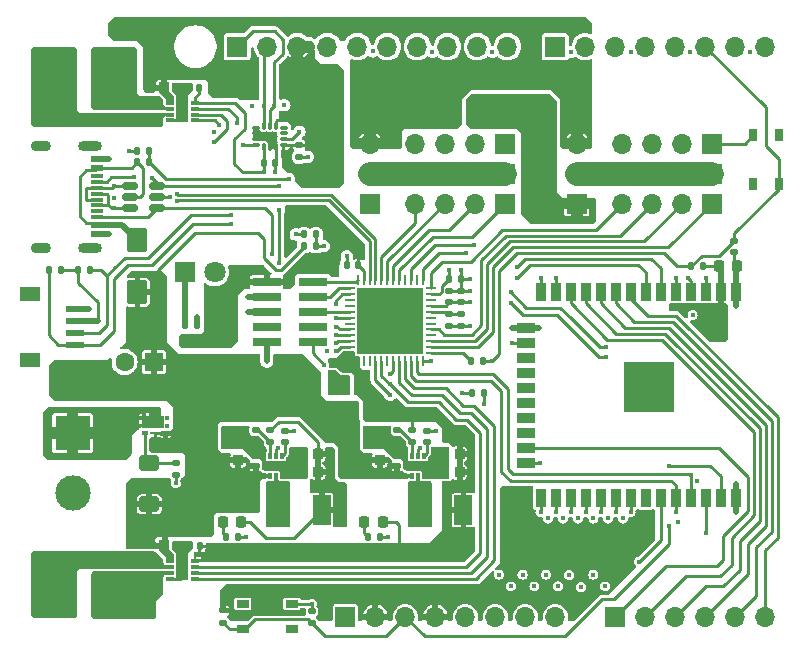
<source format=gbr>
%TF.GenerationSoftware,KiCad,Pcbnew,7.0.1*%
%TF.CreationDate,2023-08-18T21:24:28+01:00*%
%TF.ProjectId,101 PCB,31303120-5043-4422-9e6b-696361645f70,rev?*%
%TF.SameCoordinates,Original*%
%TF.FileFunction,Copper,L1,Top*%
%TF.FilePolarity,Positive*%
%FSLAX46Y46*%
G04 Gerber Fmt 4.6, Leading zero omitted, Abs format (unit mm)*
G04 Created by KiCad (PCBNEW 7.0.1) date 2023-08-18 21:24:28*
%MOMM*%
%LPD*%
G01*
G04 APERTURE LIST*
G04 Aperture macros list*
%AMRoundRect*
0 Rectangle with rounded corners*
0 $1 Rounding radius*
0 $2 $3 $4 $5 $6 $7 $8 $9 X,Y pos of 4 corners*
0 Add a 4 corners polygon primitive as box body*
4,1,4,$2,$3,$4,$5,$6,$7,$8,$9,$2,$3,0*
0 Add four circle primitives for the rounded corners*
1,1,$1+$1,$2,$3*
1,1,$1+$1,$4,$5*
1,1,$1+$1,$6,$7*
1,1,$1+$1,$8,$9*
0 Add four rect primitives between the rounded corners*
20,1,$1+$1,$2,$3,$4,$5,0*
20,1,$1+$1,$4,$5,$6,$7,0*
20,1,$1+$1,$6,$7,$8,$9,0*
20,1,$1+$1,$8,$9,$2,$3,0*%
G04 Aperture macros list end*
%TA.AperFunction,SMDPad,CuDef*%
%ADD10R,0.300000X0.475000*%
%TD*%
%TA.AperFunction,SMDPad,CuDef*%
%ADD11RoundRect,0.135000X-0.135000X-0.185000X0.135000X-0.185000X0.135000X0.185000X-0.135000X0.185000X0*%
%TD*%
%TA.AperFunction,SMDPad,CuDef*%
%ADD12RoundRect,0.135000X0.135000X0.185000X-0.135000X0.185000X-0.135000X-0.185000X0.135000X-0.185000X0*%
%TD*%
%TA.AperFunction,ComponentPad*%
%ADD13R,1.700000X1.700000*%
%TD*%
%TA.AperFunction,ComponentPad*%
%ADD14O,1.700000X1.700000*%
%TD*%
%TA.AperFunction,ComponentPad*%
%ADD15R,3.000000X3.000000*%
%TD*%
%TA.AperFunction,ComponentPad*%
%ADD16C,3.000000*%
%TD*%
%TA.AperFunction,SMDPad,CuDef*%
%ADD17RoundRect,0.236111X0.613889X-0.813889X0.613889X0.813889X-0.613889X0.813889X-0.613889X-0.813889X0*%
%TD*%
%TA.AperFunction,SMDPad,CuDef*%
%ADD18RoundRect,0.140000X0.170000X-0.140000X0.170000X0.140000X-0.170000X0.140000X-0.170000X-0.140000X0*%
%TD*%
%TA.AperFunction,SMDPad,CuDef*%
%ADD19RoundRect,0.140000X-0.170000X0.140000X-0.170000X-0.140000X0.170000X-0.140000X0.170000X0.140000X0*%
%TD*%
%TA.AperFunction,SMDPad,CuDef*%
%ADD20RoundRect,0.140000X-0.140000X-0.170000X0.140000X-0.170000X0.140000X0.170000X-0.140000X0.170000X0*%
%TD*%
%TA.AperFunction,SMDPad,CuDef*%
%ADD21RoundRect,0.087500X-0.225000X-0.087500X0.225000X-0.087500X0.225000X0.087500X-0.225000X0.087500X0*%
%TD*%
%TA.AperFunction,SMDPad,CuDef*%
%ADD22RoundRect,0.087500X-0.087500X-0.225000X0.087500X-0.225000X0.087500X0.225000X-0.087500X0.225000X0*%
%TD*%
%TA.AperFunction,SMDPad,CuDef*%
%ADD23RoundRect,0.225000X0.250000X-0.225000X0.250000X0.225000X-0.250000X0.225000X-0.250000X-0.225000X0*%
%TD*%
%TA.AperFunction,SMDPad,CuDef*%
%ADD24RoundRect,0.140000X0.140000X0.170000X-0.140000X0.170000X-0.140000X-0.170000X0.140000X-0.170000X0*%
%TD*%
%TA.AperFunction,SMDPad,CuDef*%
%ADD25R,1.140000X0.600000*%
%TD*%
%TA.AperFunction,SMDPad,CuDef*%
%ADD26R,1.140000X0.300000*%
%TD*%
%TA.AperFunction,ComponentPad*%
%ADD27O,2.000000X0.900000*%
%TD*%
%TA.AperFunction,ComponentPad*%
%ADD28O,1.700000X0.900000*%
%TD*%
%TA.AperFunction,SMDPad,CuDef*%
%ADD29R,0.700000X0.300000*%
%TD*%
%TA.AperFunction,SMDPad,CuDef*%
%ADD30R,1.000000X1.700000*%
%TD*%
%TA.AperFunction,SMDPad,CuDef*%
%ADD31R,1.050000X0.650000*%
%TD*%
%TA.AperFunction,SMDPad,CuDef*%
%ADD32RoundRect,0.135000X-0.185000X0.135000X-0.185000X-0.135000X0.185000X-0.135000X0.185000X0.135000X0*%
%TD*%
%TA.AperFunction,SMDPad,CuDef*%
%ADD33R,0.900000X1.500000*%
%TD*%
%TA.AperFunction,SMDPad,CuDef*%
%ADD34R,1.500000X0.900000*%
%TD*%
%TA.AperFunction,SMDPad,CuDef*%
%ADD35R,1.050000X1.050000*%
%TD*%
%TA.AperFunction,HeatsinkPad*%
%ADD36C,0.600000*%
%TD*%
%TA.AperFunction,SMDPad,CuDef*%
%ADD37R,4.200000X4.200000*%
%TD*%
%TA.AperFunction,SMDPad,CuDef*%
%ADD38RoundRect,0.250000X0.600000X-0.400000X0.600000X0.400000X-0.600000X0.400000X-0.600000X-0.400000X0*%
%TD*%
%TA.AperFunction,SMDPad,CuDef*%
%ADD39R,1.550000X0.600000*%
%TD*%
%TA.AperFunction,SMDPad,CuDef*%
%ADD40R,1.800000X1.200000*%
%TD*%
%TA.AperFunction,ComponentPad*%
%ADD41R,1.600000X1.600000*%
%TD*%
%TA.AperFunction,ComponentPad*%
%ADD42C,1.600000*%
%TD*%
%TA.AperFunction,SMDPad,CuDef*%
%ADD43RoundRect,0.218750X-0.218750X-0.256250X0.218750X-0.256250X0.218750X0.256250X-0.218750X0.256250X0*%
%TD*%
%TA.AperFunction,SMDPad,CuDef*%
%ADD44R,0.650000X1.050000*%
%TD*%
%TA.AperFunction,SMDPad,CuDef*%
%ADD45RoundRect,0.225000X0.225000X0.250000X-0.225000X0.250000X-0.225000X-0.250000X0.225000X-0.250000X0*%
%TD*%
%TA.AperFunction,SMDPad,CuDef*%
%ADD46R,1.500000X2.500000*%
%TD*%
%TA.AperFunction,SMDPad,CuDef*%
%ADD47R,0.350000X0.400000*%
%TD*%
%TA.AperFunction,SMDPad,CuDef*%
%ADD48R,0.500000X0.400000*%
%TD*%
%TA.AperFunction,SMDPad,CuDef*%
%ADD49R,0.920000X0.285000*%
%TD*%
%TA.AperFunction,SMDPad,CuDef*%
%ADD50R,1.600000X1.050000*%
%TD*%
%TA.AperFunction,SMDPad,CuDef*%
%ADD51RoundRect,0.225000X-0.225000X-0.250000X0.225000X-0.250000X0.225000X0.250000X-0.225000X0.250000X0*%
%TD*%
%TA.AperFunction,SMDPad,CuDef*%
%ADD52RoundRect,0.135000X0.185000X-0.135000X0.185000X0.135000X-0.185000X0.135000X-0.185000X-0.135000X0*%
%TD*%
%TA.AperFunction,SMDPad,CuDef*%
%ADD53RoundRect,0.150000X0.512500X0.150000X-0.512500X0.150000X-0.512500X-0.150000X0.512500X-0.150000X0*%
%TD*%
%TA.AperFunction,SMDPad,CuDef*%
%ADD54RoundRect,0.062500X0.062500X-0.375000X0.062500X0.375000X-0.062500X0.375000X-0.062500X-0.375000X0*%
%TD*%
%TA.AperFunction,SMDPad,CuDef*%
%ADD55RoundRect,0.062500X0.375000X-0.062500X0.375000X0.062500X-0.375000X0.062500X-0.375000X-0.062500X0*%
%TD*%
%TA.AperFunction,SMDPad,CuDef*%
%ADD56R,5.600000X5.600000*%
%TD*%
%TA.AperFunction,SMDPad,CuDef*%
%ADD57R,2.400000X0.740000*%
%TD*%
%TA.AperFunction,ComponentPad*%
%ADD58R,1.800000X1.800000*%
%TD*%
%TA.AperFunction,ComponentPad*%
%ADD59C,1.800000*%
%TD*%
%TA.AperFunction,ViaPad*%
%ADD60C,0.450000*%
%TD*%
%TA.AperFunction,Conductor*%
%ADD61C,0.250000*%
%TD*%
%TA.AperFunction,Conductor*%
%ADD62C,1.000000*%
%TD*%
%TA.AperFunction,Conductor*%
%ADD63C,0.500000*%
%TD*%
%TA.AperFunction,Conductor*%
%ADD64C,2.000000*%
%TD*%
G04 APERTURE END LIST*
D10*
%TO.P,IC103,1,VIN*%
%TO.N,VIN*%
X141250000Y-101338000D03*
%TO.P,IC103,2,SW*%
%TO.N,/3V3_SW*%
X141750000Y-101338000D03*
%TO.P,IC103,3,GND*%
%TO.N,GND*%
X142250000Y-101338000D03*
%TO.P,IC103,4,BST*%
%TO.N,/3V3_BST*%
X142250000Y-99662000D03*
%TO.P,IC103,5,EN*%
%TO.N,VIN*%
X141750000Y-99662000D03*
%TO.P,IC103,6,FB*%
%TO.N,/3V3_FB*%
X141250000Y-99662000D03*
%TD*%
%TO.P,IC101,1,VIN*%
%TO.N,VIN*%
X129250000Y-101338000D03*
%TO.P,IC101,2,SW*%
%TO.N,/5V_SW*%
X129750000Y-101338000D03*
%TO.P,IC101,3,GND*%
%TO.N,GND*%
X130250000Y-101338000D03*
%TO.P,IC101,4,BST*%
%TO.N,/5V_BST*%
X130250000Y-99662000D03*
%TO.P,IC101,5,EN*%
%TO.N,VIN*%
X129750000Y-99662000D03*
%TO.P,IC101,6,FB*%
%TO.N,/5V_FB*%
X129250000Y-99662000D03*
%TD*%
D11*
%TO.P,R5,1*%
%TO.N,SCL*%
X110490000Y-83900000D03*
%TO.P,R5,2*%
%TO.N,+3.3V*%
X111510000Y-83900000D03*
%TD*%
D12*
%TO.P,R4,1*%
%TO.N,SDA*%
X114010000Y-83900000D03*
%TO.P,R4,2*%
%TO.N,+3.3V*%
X112990000Y-83900000D03*
%TD*%
D13*
%TO.P,J1,1,Pin_1*%
%TO.N,SCL*%
X126460000Y-65001000D03*
D14*
%TO.P,J1,2,Pin_2*%
%TO.N,SDA*%
X129000000Y-65001000D03*
%TO.P,J1,3,Pin_3*%
%TO.N,+3.3V*%
X131540000Y-65001000D03*
%TO.P,J1,4,Pin_4*%
%TO.N,GND*%
X134080000Y-65001000D03*
%TO.P,J1,5,Pin_5*%
%TO.N,GPIO13*%
X136620000Y-65001000D03*
%TO.P,J1,6,Pin_6*%
%TO.N,GPIO2*%
X139160000Y-65001000D03*
%TO.P,J1,7,Pin_7*%
%TO.N,GPIO12*%
X141700000Y-65001000D03*
%TO.P,J1,8,Pin_8*%
%TO.N,GPIO14*%
X144240000Y-65001000D03*
%TO.P,J1,9,Pin_9*%
%TO.N,GPIO4*%
X146780000Y-65001000D03*
%TO.P,J1,10,Pin_10*%
%TO.N,GPIO16*%
X149320000Y-65001000D03*
%TD*%
D13*
%TO.P,J5,1,Pin_1*%
%TO.N,GPIO15*%
X158455000Y-113260000D03*
D14*
%TO.P,J5,2,Pin_2*%
%TO.N,GPIO27*%
X160995000Y-113260000D03*
%TO.P,J5,3,Pin_3*%
%TO.N,GPIO26*%
X163535000Y-113260000D03*
%TO.P,J5,4,Pin_4*%
%TO.N,GPIO25*%
X166075000Y-113260000D03*
%TO.P,J5,5,Pin_5*%
%TO.N,GPIO33*%
X168615000Y-113260000D03*
%TO.P,J5,6,Pin_6*%
%TO.N,GPIO32*%
X171155000Y-113260000D03*
%TD*%
D13*
%TO.P,J4,1,Pin_1*%
%TO.N,unconnected-(J4-Pin_1-Pad1)*%
X135597000Y-113264000D03*
D14*
%TO.P,J4,2,Pin_2*%
%TO.N,+3.3V*%
X138137000Y-113264000D03*
%TO.P,J4,3,Pin_3*%
%TO.N,EN*%
X140677000Y-113264000D03*
%TO.P,J4,4,Pin_4*%
%TO.N,+3.3V*%
X143217000Y-113264000D03*
%TO.P,J4,5,Pin_5*%
%TO.N,+5V*%
X145757000Y-113264000D03*
%TO.P,J4,6,Pin_6*%
%TO.N,GND*%
X148297000Y-113264000D03*
%TO.P,J4,7,Pin_7*%
X150837000Y-113264000D03*
%TO.P,J4,8,Pin_8*%
%TO.N,VIN*%
X153377000Y-113264000D03*
%TD*%
D13*
%TO.P,J3,1,Pin_1*%
%TO.N,GPIO17*%
X153382000Y-65003000D03*
D14*
%TO.P,J3,2,Pin_2*%
%TO.N,GPIO5*%
X155922000Y-65003000D03*
%TO.P,J3,3,Pin_3*%
%TO.N,GPIO18*%
X158462000Y-65003000D03*
%TO.P,J3,4,Pin_4*%
%TO.N,GPIO19*%
X161002000Y-65003000D03*
%TO.P,J3,5,Pin_5*%
%TO.N,GPIO23*%
X163542000Y-65003000D03*
%TO.P,J3,6,Pin_6*%
%TO.N,IO0*%
X166082000Y-65003000D03*
%TO.P,J3,7,Pin_7*%
%TO.N,ESP32_TX*%
X168622000Y-65003000D03*
%TO.P,J3,8,Pin_8*%
%TO.N,ESP32_RX*%
X171162000Y-65003000D03*
%TD*%
D15*
%TO.P,J110,1,Pin_1*%
%TO.N,+BATT*%
X112500000Y-97710000D03*
D16*
%TO.P,J110,2,Pin_2*%
%TO.N,GND*%
X112500000Y-102790000D03*
%TD*%
D17*
%TO.P,D2,1,K*%
%TO.N,VIN*%
X117998980Y-85800560D03*
%TO.P,D2,2,A*%
%TO.N,VBUS*%
X117998980Y-81400560D03*
%TD*%
D13*
%TO.P,J106,1,Pin_1*%
%TO.N,VDDIO1*%
X166630000Y-75750000D03*
D14*
%TO.P,J106,2,Pin_2*%
X164090000Y-75750000D03*
%TO.P,J106,3,Pin_3*%
X161550000Y-75750000D03*
%TO.P,J106,4,Pin_4*%
X159010000Y-75750000D03*
%TD*%
D18*
%TO.P,C125,1*%
%TO.N,+3.3V*%
X145400000Y-86617500D03*
%TO.P,C125,2*%
%TO.N,GND*%
X145400000Y-85657500D03*
%TD*%
D19*
%TO.P,C117,1*%
%TO.N,+3.3V*%
X134537500Y-91820000D03*
%TO.P,C117,2*%
%TO.N,GND*%
X134537500Y-92780000D03*
%TD*%
D20*
%TO.P,C116,1*%
%TO.N,VIN*%
X120270000Y-68500000D03*
%TO.P,C116,2*%
%TO.N,GND*%
X121230000Y-68500000D03*
%TD*%
D21*
%TO.P,U104,1,SDO/SA0*%
%TO.N,GND*%
X128037500Y-71850000D03*
%TO.P,U104,2,SDX*%
X128037500Y-72350000D03*
%TO.P,U104,3,SCX*%
X128037500Y-72850000D03*
%TO.P,U104,4,INT1*%
%TO.N,IMU_INT1*%
X128037500Y-73350000D03*
D22*
%TO.P,U104,5,VDDIO*%
%TO.N,+3.3V*%
X128700000Y-73512500D03*
%TO.P,U104,6,GND*%
%TO.N,GND*%
X129200000Y-73512500D03*
%TO.P,U104,7,GND*%
X129700000Y-73512500D03*
D21*
%TO.P,U104,8,VDD*%
%TO.N,+3.3V*%
X130362500Y-73350000D03*
%TO.P,U104,9,INT2*%
%TO.N,IMU_INT2*%
X130362500Y-72850000D03*
%TO.P,U104,10,NC*%
%TO.N,unconnected-(U104-NC-Pad10)*%
X130362500Y-72350000D03*
%TO.P,U104,11,NC*%
%TO.N,unconnected-(U104-NC-Pad11)*%
X130362500Y-71850000D03*
D22*
%TO.P,U104,12,CS*%
%TO.N,+3.3V*%
X129700000Y-71687500D03*
%TO.P,U104,13,SCL*%
%TO.N,SCL*%
X129200000Y-71687500D03*
%TO.P,U104,14,SDA*%
%TO.N,SDA*%
X128700000Y-71687500D03*
%TD*%
D19*
%TO.P,C126,1*%
%TO.N,VREF+*%
X144400000Y-87657500D03*
%TO.P,C126,2*%
%TO.N,GND*%
X144400000Y-88617500D03*
%TD*%
D23*
%TO.P,C105,1*%
%TO.N,VIN*%
X126500000Y-100025000D03*
%TO.P,C105,2*%
%TO.N,GND*%
X126500000Y-98475000D03*
%TD*%
D19*
%TO.P,C1,1*%
%TO.N,IO0*%
X168500000Y-81420000D03*
%TO.P,C1,2*%
%TO.N,GND*%
X168500000Y-82380000D03*
%TD*%
D18*
%TO.P,C107,1*%
%TO.N,VIN*%
X140000000Y-100480000D03*
%TO.P,C107,2*%
%TO.N,GND*%
X140000000Y-99520000D03*
%TD*%
D24*
%TO.P,C122,1*%
%TO.N,+3.3V*%
X136645151Y-93137786D03*
%TO.P,C122,2*%
%TO.N,GND*%
X135685151Y-93137786D03*
%TD*%
D25*
%TO.P,J101,A1_B12,GND*%
%TO.N,GND*%
X114550000Y-74500000D03*
%TO.P,J101,A4_B9,VBUS*%
%TO.N,VBUS*%
X114550000Y-75300000D03*
D26*
%TO.P,J101,A5,CC1*%
%TO.N,CC1*%
X114550000Y-76450000D03*
%TO.P,J101,A6,DP1*%
%TO.N,USB_DP*%
X114550000Y-77450000D03*
%TO.P,J101,A7,DN1*%
%TO.N,USB_DN*%
X114550000Y-77950000D03*
%TO.P,J101,A8,SBU1*%
%TO.N,unconnected-(J101-SBU1-PadA8)*%
X114550000Y-78950000D03*
D25*
%TO.P,J101,B1_A12,GND*%
%TO.N,GND*%
X114550000Y-80900000D03*
%TO.P,J101,B4_A9,VBUS*%
%TO.N,VBUS*%
X114550000Y-80100000D03*
D26*
%TO.P,J101,B5,CC2*%
%TO.N,CC2*%
X114550000Y-79450000D03*
%TO.P,J101,B6,DP2*%
%TO.N,USB_DP*%
X114550000Y-78450000D03*
%TO.P,J101,B7,DN2*%
%TO.N,USB_DN*%
X114550000Y-76950000D03*
%TO.P,J101,B8,SBU2*%
%TO.N,unconnected-(J101-SBU2-PadB8)*%
X114550000Y-75950000D03*
D27*
%TO.P,J101,S1,SHIELD*%
%TO.N,unconnected-(J101-SHIELD-PadS1)*%
X113970000Y-73375000D03*
%TO.P,J101,S2,SHIELD*%
%TO.N,unconnected-(J101-SHIELD-PadS2)*%
X113970000Y-82025000D03*
D28*
%TO.P,J101,S3,SHIELD*%
%TO.N,unconnected-(J101-SHIELD-PadS3)*%
X109800000Y-73375000D03*
%TO.P,J101,S4,SHIELD*%
%TO.N,unconnected-(J101-SHIELD-PadS4)*%
X109800000Y-82025000D03*
%TD*%
D13*
%TO.P,J108,1,Pin_1*%
%TO.N,GND*%
X166630000Y-73210000D03*
D14*
%TO.P,J108,2,Pin_2*%
X164090000Y-73210000D03*
%TO.P,J108,3,Pin_3*%
X161550000Y-73210000D03*
%TO.P,J108,4,Pin_4*%
X159010000Y-73210000D03*
%TD*%
D11*
%TO.P,R106,1*%
%TO.N,/3V3_LED_K*%
X137490000Y-106500000D03*
%TO.P,R106,2*%
%TO.N,GND*%
X138510000Y-106500000D03*
%TD*%
D29*
%TO.P,IC105,1,VM*%
%TO.N,VIN*%
X120750000Y-69750000D03*
%TO.P,IC105,2,OUT1*%
%TO.N,/M2_OUT1*%
X120750000Y-70250000D03*
%TO.P,IC105,3,OUT2*%
%TO.N,/M2_OUT2*%
X120750000Y-70750000D03*
%TO.P,IC105,4,GND*%
%TO.N,GND*%
X120750000Y-71250000D03*
%TO.P,IC105,5,IN2*%
%TO.N,M2_IN2*%
X122850000Y-71250000D03*
%TO.P,IC105,6,IN1*%
%TO.N,M2_IN1*%
X122850000Y-70750000D03*
%TO.P,IC105,7,~{SLEEP}*%
%TO.N,MOTOR_SLEEP*%
X122850000Y-70250000D03*
%TO.P,IC105,8,VCC*%
%TO.N,+3.3V*%
X122850000Y-69750000D03*
D30*
%TO.P,IC105,9,GND*%
%TO.N,GND*%
X121800000Y-70500000D03*
%TD*%
D18*
%TO.P,C118,1*%
%TO.N,EN*%
X132750000Y-113780000D03*
%TO.P,C118,2*%
%TO.N,GND*%
X132750000Y-112820000D03*
%TD*%
D11*
%TO.P,R109,1*%
%TO.N,VBUS*%
X117990000Y-74810000D03*
%TO.P,R109,2*%
%TO.N,VBUS{slash}11*%
X119010000Y-74810000D03*
%TD*%
D12*
%TO.P,R3,1*%
%TO.N,GND*%
X123010000Y-88600000D03*
%TO.P,R3,2*%
%TO.N,/STM_LED_K*%
X121990000Y-88600000D03*
%TD*%
D31*
%TO.P,S101,1,NO_1*%
%TO.N,unconnected-(S101-NO_1-Pad1)*%
X131075000Y-114325000D03*
%TO.P,S101,2,NO_2*%
%TO.N,EN*%
X126925000Y-114325000D03*
%TO.P,S101,3,COM_1*%
%TO.N,GND*%
X131075000Y-112175000D03*
%TO.P,S101,4,COM_2*%
%TO.N,unconnected-(S101-COM_2-Pad4)*%
X126925000Y-112175000D03*
%TD*%
D20*
%TO.P,C112,1*%
%TO.N,+3.3V*%
X128720000Y-74850000D03*
%TO.P,C112,2*%
%TO.N,GND*%
X129680000Y-74850000D03*
%TD*%
D11*
%TO.P,R114,1*%
%TO.N,/STM32_EN*%
X146290000Y-94300000D03*
%TO.P,R114,2*%
%TO.N,EN*%
X147310000Y-94300000D03*
%TD*%
D13*
%TO.P,J109,1,Pin_1*%
%TO.N,GND*%
X149090000Y-73210000D03*
D14*
%TO.P,J109,2,Pin_2*%
X146550000Y-73210000D03*
%TO.P,J109,3,Pin_3*%
X144010000Y-73210000D03*
%TO.P,J109,4,Pin_4*%
X141470000Y-73210000D03*
%TD*%
D32*
%TO.P,R104,1*%
%TO.N,+3.3V*%
X141250000Y-97490000D03*
%TO.P,R104,2*%
%TO.N,/3V3_FB*%
X141250000Y-98510000D03*
%TD*%
D23*
%TO.P,C106,1*%
%TO.N,VIN*%
X138500000Y-100025000D03*
%TO.P,C106,2*%
%TO.N,GND*%
X138500000Y-98475000D03*
%TD*%
D13*
%TO.P,JP102,1,A*%
%TO.N,+5V*%
X137660000Y-78290000D03*
D14*
%TO.P,JP102,2,C*%
%TO.N,VDDIO2*%
X137660000Y-75750000D03*
%TO.P,JP102,3,B*%
%TO.N,VIN*%
X137660000Y-73210000D03*
%TD*%
D11*
%TO.P,R111,1*%
%TO.N,VIN*%
X132090000Y-81880000D03*
%TO.P,R111,2*%
%TO.N,VIN{slash}11*%
X133110000Y-81880000D03*
%TD*%
D18*
%TO.P,C102,1*%
%TO.N,VIN*%
X128000000Y-100480000D03*
%TO.P,C102,2*%
%TO.N,GND*%
X128000000Y-99520000D03*
%TD*%
D33*
%TO.P,U101,1,GND*%
%TO.N,GND*%
X168635000Y-85750000D03*
%TO.P,U101,2,VDD*%
%TO.N,+3.3V*%
X167365000Y-85750000D03*
%TO.P,U101,3,EN*%
%TO.N,EN*%
X166095000Y-85750000D03*
%TO.P,U101,4,SENSOR_VP*%
%TO.N,VIN{slash}11*%
X164825000Y-85750000D03*
%TO.P,U101,5,SENSOR_VN*%
%TO.N,VBUS{slash}11*%
X163555000Y-85750000D03*
%TO.P,U101,6,IO34*%
%TO.N,IMU_INT1*%
X162285000Y-85750000D03*
%TO.P,U101,7,IO35*%
%TO.N,IMU_INT2*%
X161015000Y-85750000D03*
%TO.P,U101,8,IO32*%
%TO.N,GPIO32*%
X159745000Y-85750000D03*
%TO.P,U101,9,IO33*%
%TO.N,GPIO33*%
X158475000Y-85750000D03*
%TO.P,U101,10,IO25*%
%TO.N,GPIO25*%
X157205000Y-85750000D03*
%TO.P,U101,11,IO26*%
%TO.N,GPIO26*%
X155935000Y-85750000D03*
%TO.P,U101,12,IO27*%
%TO.N,GPIO27*%
X154665000Y-85750000D03*
%TO.P,U101,13,IO14*%
%TO.N,GPIO14*%
X153395000Y-85750000D03*
%TO.P,U101,14,IO12*%
%TO.N,GPIO12*%
X152125000Y-85750000D03*
D34*
%TO.P,U101,15,GND*%
%TO.N,GND*%
X150875000Y-88790000D03*
%TO.P,U101,16,IO13*%
%TO.N,GPIO13*%
X150875000Y-90060000D03*
%TO.P,U101,17,SHD/SD2*%
%TO.N,unconnected-(U101-SHD{slash}SD2-Pad17)*%
X150875000Y-91330000D03*
%TO.P,U101,18,SWP/SD3*%
%TO.N,unconnected-(U101-SWP{slash}SD3-Pad18)*%
X150875000Y-92600000D03*
%TO.P,U101,19,SCS/CMD*%
%TO.N,unconnected-(U101-SCS{slash}CMD-Pad19)*%
X150875000Y-93870000D03*
%TO.P,U101,20,SCK/CLK*%
%TO.N,unconnected-(U101-SCK{slash}CLK-Pad20)*%
X150875000Y-95140000D03*
%TO.P,U101,21,SDO/SD0*%
%TO.N,unconnected-(U101-SDO{slash}SD0-Pad21)*%
X150875000Y-96410000D03*
%TO.P,U101,22,SDI/SD1*%
%TO.N,unconnected-(U101-SDI{slash}SD1-Pad22)*%
X150875000Y-97680000D03*
%TO.P,U101,23,IO15*%
%TO.N,GPIO15*%
X150875000Y-98950000D03*
%TO.P,U101,24,IO2*%
%TO.N,GPIO2*%
X150875000Y-100220000D03*
D33*
%TO.P,U101,25,IO0*%
%TO.N,IO0*%
X152125000Y-103250000D03*
%TO.P,U101,26,IO4*%
%TO.N,GPIO4*%
X153395000Y-103250000D03*
%TO.P,U101,27,IO16*%
%TO.N,GPIO16*%
X154665000Y-103250000D03*
%TO.P,U101,28,IO17*%
%TO.N,GPIO17*%
X155935000Y-103250000D03*
%TO.P,U101,29,IO5*%
%TO.N,GPIO5*%
X157205000Y-103250000D03*
%TO.P,U101,30,IO18*%
%TO.N,GPIO18*%
X158475000Y-103250000D03*
%TO.P,U101,31,IO19*%
%TO.N,GPIO19*%
X159745000Y-103250000D03*
%TO.P,U101,32,NC*%
%TO.N,unconnected-(U101-NC-Pad32)*%
X161015000Y-103250000D03*
%TO.P,U101,33,IO21*%
%TO.N,SDA*%
X162285000Y-103250000D03*
%TO.P,U101,34,RXD0/IO3*%
%TO.N,ESP32_RX*%
X163555000Y-103250000D03*
%TO.P,U101,35,TXD0/IO1*%
%TO.N,ESP32_TX*%
X164825000Y-103250000D03*
%TO.P,U101,36,IO22*%
%TO.N,SCL*%
X166095000Y-103250000D03*
%TO.P,U101,37,IO23*%
%TO.N,GPIO23*%
X167365000Y-103250000D03*
%TO.P,U101,38,GND*%
%TO.N,GND*%
X168635000Y-103250000D03*
D35*
%TO.P,U101,39,GND*%
X162820000Y-92295000D03*
D36*
X162057500Y-92295000D03*
D35*
X161295000Y-92295000D03*
D36*
X160532500Y-92295000D03*
D35*
X159770000Y-92295000D03*
D36*
X162820000Y-93057500D03*
X161295000Y-93057500D03*
X159770000Y-93057500D03*
D35*
X162820000Y-93820000D03*
D36*
X162057500Y-93820000D03*
D35*
X161295000Y-93820000D03*
D37*
X161295000Y-93820000D03*
D36*
X160532500Y-93820000D03*
D35*
X159770000Y-93820000D03*
D36*
X162820000Y-94582500D03*
X161295000Y-94582500D03*
X159770000Y-94582500D03*
D35*
X162820000Y-95345000D03*
D36*
X162057500Y-95345000D03*
D35*
X161295000Y-95345000D03*
D36*
X160532500Y-95345000D03*
D35*
X159770000Y-95345000D03*
%TD*%
D38*
%TO.P,D104,1,K*%
%TO.N,VIN*%
X119000000Y-103750000D03*
%TO.P,D104,2,A*%
%TO.N,/RP_PMOS_G*%
X119000000Y-100250000D03*
%TD*%
D24*
%TO.P,C113,1*%
%TO.N,+3.3V*%
X123280000Y-107300000D03*
%TO.P,C113,2*%
%TO.N,GND*%
X122320000Y-107300000D03*
%TD*%
D32*
%TO.P,R101,1*%
%TO.N,+5V*%
X129250000Y-97490000D03*
%TO.P,R101,2*%
%TO.N,/5V_FB*%
X129250000Y-98510000D03*
%TD*%
D39*
%TO.P,J111,1,1*%
%TO.N,GND*%
X112750000Y-87250000D03*
%TO.P,J111,2,2*%
%TO.N,+3.3V*%
X112750000Y-88250000D03*
%TO.P,J111,3,3*%
%TO.N,SDA*%
X112750000Y-89250000D03*
%TO.P,J111,4,4*%
%TO.N,SCL*%
X112750000Y-90250000D03*
D40*
%TO.P,J111,S1,SHIELD*%
%TO.N,unconnected-(J111-SHIELD-PadS1)*%
X108875000Y-85950000D03*
%TO.P,J111,S2,SHIELD*%
%TO.N,unconnected-(J111-SHIELD-PadS2)*%
X108875000Y-91550000D03*
%TD*%
D41*
%TO.P,C119,1*%
%TO.N,VIN*%
X119405113Y-91700000D03*
D42*
%TO.P,C119,2*%
%TO.N,GND*%
X116905113Y-91700000D03*
%TD*%
D43*
%TO.P,D101,1,K*%
%TO.N,/5V_LED_K*%
X125212500Y-105250000D03*
%TO.P,D101,2,A*%
%TO.N,+5V*%
X126787500Y-105250000D03*
%TD*%
D11*
%TO.P,R1,1*%
%TO.N,IO0*%
X164890000Y-83600000D03*
%TO.P,R1,2*%
%TO.N,+3.3V*%
X165910000Y-83600000D03*
%TD*%
D44*
%TO.P,S102,1,NO_1*%
%TO.N,unconnected-(S102-NO_1-Pad1)*%
X172275000Y-72525000D03*
%TO.P,S102,2,NO_2*%
%TO.N,IO0*%
X172275000Y-76675000D03*
%TO.P,S102,3,COM_1*%
%TO.N,GND*%
X170125000Y-72525000D03*
%TO.P,S102,4,COM_2*%
%TO.N,unconnected-(S102-COM_2-Pad4)*%
X170125000Y-76675000D03*
%TD*%
D13*
%TO.P,J105,1,Pin_1*%
%TO.N,S4*%
X149090000Y-78290000D03*
D14*
%TO.P,J105,2,Pin_2*%
%TO.N,S5*%
X146550000Y-78290000D03*
%TO.P,J105,3,Pin_3*%
%TO.N,S6*%
X144010000Y-78290000D03*
%TO.P,J105,4,Pin_4*%
%TO.N,S7*%
X141470000Y-78290000D03*
%TD*%
D12*
%TO.P,R110,1*%
%TO.N,VBUS{slash}11*%
X119010000Y-73810000D03*
%TO.P,R110,2*%
%TO.N,GND*%
X117990000Y-73810000D03*
%TD*%
D45*
%TO.P,C104,1*%
%TO.N,+5V*%
X133275000Y-101000000D03*
%TO.P,C104,2*%
%TO.N,GND*%
X131725000Y-101000000D03*
%TD*%
D15*
%TO.P,J102,1,Pin_1*%
%TO.N,/M1_OUT1*%
X110960000Y-111500000D03*
D16*
%TO.P,J102,2,Pin_2*%
%TO.N,/M1_OUT2*%
X116040000Y-111500000D03*
%TD*%
D11*
%TO.P,R103,1*%
%TO.N,/5V_LED_K*%
X125490000Y-106500000D03*
%TO.P,R103,2*%
%TO.N,GND*%
X126510000Y-106500000D03*
%TD*%
D13*
%TO.P,J107,1,Pin_1*%
%TO.N,VDDIO2*%
X149090000Y-75750000D03*
D14*
%TO.P,J107,2,Pin_2*%
X146550000Y-75750000D03*
%TO.P,J107,3,Pin_3*%
X144010000Y-75750000D03*
%TO.P,J107,4,Pin_4*%
X141470000Y-75750000D03*
%TD*%
D13*
%TO.P,J104,1,Pin_1*%
%TO.N,S0*%
X166630000Y-78290000D03*
D14*
%TO.P,J104,2,Pin_2*%
%TO.N,S1*%
X164090000Y-78290000D03*
%TO.P,J104,3,Pin_3*%
%TO.N,S2*%
X161550000Y-78290000D03*
%TO.P,J104,4,Pin_4*%
%TO.N,S3*%
X159010000Y-78290000D03*
%TD*%
D46*
%TO.P,L102,1*%
%TO.N,/3V3_SW*%
X141900000Y-104250000D03*
%TO.P,L102,2*%
%TO.N,+3.3V*%
X145600000Y-104250000D03*
%TD*%
D32*
%TO.P,R108,1*%
%TO.N,/RP_PMOS_G*%
X121250000Y-100240000D03*
%TO.P,R108,2*%
%TO.N,GND*%
X121250000Y-101260000D03*
%TD*%
D47*
%TO.P,Q101,1,D_1*%
%TO.N,+BATT*%
X118525000Y-96450000D03*
%TO.P,Q101,2,D_2*%
X118525000Y-97100000D03*
D48*
%TO.P,Q101,3,G*%
%TO.N,/RP_PMOS_G*%
X118600000Y-97750000D03*
%TO.P,Q101,4,S_1*%
%TO.N,VIN*%
X120400000Y-97750000D03*
D47*
%TO.P,Q101,5,D_3*%
%TO.N,+BATT*%
X120475000Y-97100000D03*
%TO.P,Q101,6,D_4*%
X120475000Y-96450000D03*
D49*
%TO.P,Q101,7,S_2*%
%TO.N,VIN*%
X119500000Y-97750000D03*
D50*
%TO.P,Q101,8,D_5*%
%TO.N,+BATT*%
X119500000Y-96775000D03*
%TD*%
D32*
%TO.P,R102,1*%
%TO.N,/5V_FB*%
X128000000Y-97470000D03*
%TO.P,R102,2*%
%TO.N,GND*%
X128000000Y-98490000D03*
%TD*%
D45*
%TO.P,C103,1*%
%TO.N,+5V*%
X133275000Y-99500000D03*
%TO.P,C103,2*%
%TO.N,GND*%
X131725000Y-99500000D03*
%TD*%
D46*
%TO.P,L101,1*%
%TO.N,/5V_SW*%
X129900000Y-104250000D03*
%TO.P,L101,2*%
%TO.N,+5V*%
X133600000Y-104250000D03*
%TD*%
D20*
%TO.P,C114,1*%
%TO.N,VIN*%
X120320000Y-107300000D03*
%TO.P,C114,2*%
%TO.N,GND*%
X121280000Y-107300000D03*
%TD*%
D24*
%TO.P,C124,1*%
%TO.N,+3.3V*%
X136680000Y-83500000D03*
%TO.P,C124,2*%
%TO.N,GND*%
X135720000Y-83500000D03*
%TD*%
D45*
%TO.P,C110,1*%
%TO.N,+3.3V*%
X145275000Y-101000000D03*
%TO.P,C110,2*%
%TO.N,GND*%
X143725000Y-101000000D03*
%TD*%
%TO.P,C109,1*%
%TO.N,+3.3V*%
X145275000Y-99500000D03*
%TO.P,C109,2*%
%TO.N,GND*%
X143725000Y-99500000D03*
%TD*%
D51*
%TO.P,C2,1*%
%TO.N,+3.3V*%
X167225000Y-83600000D03*
%TO.P,C2,2*%
%TO.N,GND*%
X168775000Y-83600000D03*
%TD*%
D19*
%TO.P,C111,1*%
%TO.N,+3.3V*%
X131700000Y-73370000D03*
%TO.P,C111,2*%
%TO.N,GND*%
X131700000Y-74330000D03*
%TD*%
D20*
%TO.P,C120,1*%
%TO.N,+3.3V*%
X144400000Y-84637500D03*
%TO.P,C120,2*%
%TO.N,GND*%
X145360000Y-84637500D03*
%TD*%
D13*
%TO.P,JP101,1,A*%
%TO.N,+5V*%
X155200000Y-78290000D03*
D14*
%TO.P,JP101,2,C*%
%TO.N,VDDIO1*%
X155200000Y-75750000D03*
%TO.P,JP101,3,B*%
%TO.N,VIN*%
X155200000Y-73210000D03*
%TD*%
D24*
%TO.P,C121,1*%
%TO.N,+3.3V*%
X136645151Y-94137786D03*
%TO.P,C121,2*%
%TO.N,GND*%
X135685151Y-94137786D03*
%TD*%
%TO.P,C115,1*%
%TO.N,+3.3V*%
X123230000Y-68500000D03*
%TO.P,C115,2*%
%TO.N,GND*%
X122270000Y-68500000D03*
%TD*%
D15*
%TO.P,J103,1,Pin_1*%
%TO.N,/M2_OUT1*%
X116040000Y-67000000D03*
D16*
%TO.P,J103,2,Pin_2*%
%TO.N,/M2_OUT2*%
X110960000Y-67000000D03*
%TD*%
D32*
%TO.P,R105,1*%
%TO.N,/3V3_FB*%
X140000000Y-97470000D03*
%TO.P,R105,2*%
%TO.N,GND*%
X140000000Y-98490000D03*
%TD*%
D11*
%TO.P,R2,1*%
%TO.N,/STM32_IO0*%
X146240000Y-91600000D03*
%TO.P,R2,2*%
%TO.N,IO0*%
X147260000Y-91600000D03*
%TD*%
D52*
%TO.P,R107,1*%
%TO.N,EN*%
X125250000Y-113760000D03*
%TO.P,R107,2*%
%TO.N,+3.3V*%
X125250000Y-112740000D03*
%TD*%
D53*
%TO.P,U103,1,IO1*%
%TO.N,CC2*%
X119637500Y-78700000D03*
%TO.P,U103,2,GND*%
%TO.N,GND*%
X119637500Y-77750000D03*
%TO.P,U103,3,IO2*%
%TO.N,CC1*%
X119637500Y-76800000D03*
%TO.P,U103,4,IO3*%
%TO.N,USB_DN*%
X117362500Y-76800000D03*
%TO.P,U103,5,VBUS*%
%TO.N,VBUS*%
X117362500Y-77750000D03*
%TO.P,U103,6,IO4*%
%TO.N,USB_DP*%
X117362500Y-78700000D03*
%TD*%
D18*
%TO.P,C101,1*%
%TO.N,/5V_BST*%
X130500000Y-98480000D03*
%TO.P,C101,2*%
%TO.N,/5V_SW*%
X130500000Y-97520000D03*
%TD*%
D54*
%TO.P,U106,1,VBAT*%
%TO.N,+3.3V*%
X136650000Y-91637500D03*
%TO.P,U106,2,PC13*%
%TO.N,unconnected-(U106-PC13-Pad2)*%
X137150000Y-91637500D03*
%TO.P,U106,3,PC14*%
%TO.N,unconnected-(U106-PC14-Pad3)*%
X137650000Y-91637500D03*
%TO.P,U106,4,PC15*%
%TO.N,/STM_LED_A*%
X138150000Y-91637500D03*
%TO.P,U106,5,PF0*%
%TO.N,MOTOR_SLEEP*%
X138650000Y-91637500D03*
%TO.P,U106,6,PF1*%
%TO.N,unconnected-(U106-PF1-Pad6)*%
X139150000Y-91637500D03*
%TO.P,U106,7,PG10*%
%TO.N,NRST*%
X139650000Y-91637500D03*
%TO.P,U106,8,PA0*%
%TO.N,M1_IN1*%
X140150000Y-91637500D03*
%TO.P,U106,9,PA1*%
%TO.N,M1_IN2*%
X140650000Y-91637500D03*
%TO.P,U106,10,PA2*%
%TO.N,ESP32_RX*%
X141150000Y-91637500D03*
%TO.P,U106,11,PA3*%
%TO.N,ESP32_TX*%
X141650000Y-91637500D03*
%TO.P,U106,12,PA4*%
%TO.N,/STM32_EN*%
X142150000Y-91637500D03*
D55*
%TO.P,U106,13,PA5*%
%TO.N,/STM32_IO0*%
X142837500Y-90950000D03*
%TO.P,U106,14,PA6*%
%TO.N,S0*%
X142837500Y-90450000D03*
%TO.P,U106,15,PA7*%
%TO.N,S1*%
X142837500Y-89950000D03*
%TO.P,U106,16,PC4*%
%TO.N,unconnected-(U106-PC4-Pad16)*%
X142837500Y-89450000D03*
%TO.P,U106,17,PB0*%
%TO.N,S2*%
X142837500Y-88950000D03*
%TO.P,U106,18,PB1*%
%TO.N,unconnected-(U106-PB1-Pad18)*%
X142837500Y-88450000D03*
%TO.P,U106,19,PB2*%
%TO.N,unconnected-(U106-PB2-Pad19)*%
X142837500Y-87950000D03*
%TO.P,U106,20,VREF+*%
%TO.N,VREF+*%
X142837500Y-87450000D03*
%TO.P,U106,21,VDDA*%
%TO.N,+3.3V*%
X142837500Y-86950000D03*
%TO.P,U106,22,PB10*%
%TO.N,unconnected-(U106-PB10-Pad22)*%
X142837500Y-86450000D03*
%TO.P,U106,23,VDD*%
%TO.N,+3.3V*%
X142837500Y-85950000D03*
%TO.P,U106,24,PB11*%
%TO.N,S3*%
X142837500Y-85450000D03*
D54*
%TO.P,U106,25,PB12*%
%TO.N,VIN{slash}11*%
X142150000Y-84762500D03*
%TO.P,U106,26,PB13*%
%TO.N,unconnected-(U106-PB13-Pad26)*%
X141650000Y-84762500D03*
%TO.P,U106,27,PB14*%
%TO.N,VBUS{slash}11*%
X141150000Y-84762500D03*
%TO.P,U106,28,PB15*%
%TO.N,unconnected-(U106-PB15-Pad28)*%
X140650000Y-84762500D03*
%TO.P,U106,29,PC6*%
%TO.N,S4*%
X140150000Y-84762500D03*
%TO.P,U106,30,PA8*%
%TO.N,S5*%
X139650000Y-84762500D03*
%TO.P,U106,31,PA9*%
%TO.N,S6*%
X139150000Y-84762500D03*
%TO.P,U106,32,PA10*%
%TO.N,S7*%
X138650000Y-84762500D03*
%TO.P,U106,33,PA11*%
%TO.N,USB_DN*%
X138150000Y-84762500D03*
%TO.P,U106,34,PA12*%
%TO.N,USB_DP*%
X137650000Y-84762500D03*
%TO.P,U106,35,VDD*%
%TO.N,+3.3V*%
X137150000Y-84762500D03*
%TO.P,U106,36,PA13*%
%TO.N,SWDIO*%
X136650000Y-84762500D03*
D55*
%TO.P,U106,37,PA14*%
%TO.N,SWCLK*%
X135962500Y-85450000D03*
%TO.P,U106,38,PA15*%
%TO.N,SCL*%
X135962500Y-85950000D03*
%TO.P,U106,39,PC10*%
%TO.N,unconnected-(U106-PC10-Pad39)*%
X135962500Y-86450000D03*
%TO.P,U106,40,PC11*%
%TO.N,unconnected-(U106-PC11-Pad40)*%
X135962500Y-86950000D03*
%TO.P,U106,41,PB3*%
%TO.N,SWO*%
X135962500Y-87450000D03*
%TO.P,U106,42,PB4*%
%TO.N,CC2*%
X135962500Y-87950000D03*
%TO.P,U106,43,PB5*%
%TO.N,unconnected-(U106-PB5-Pad43)*%
X135962500Y-88450000D03*
%TO.P,U106,44,PB6*%
%TO.N,CC1*%
X135962500Y-88950000D03*
%TO.P,U106,45,PB7*%
%TO.N,SDA*%
X135962500Y-89450000D03*
%TO.P,U106,46,PB8*%
%TO.N,M2_IN2*%
X135962500Y-89950000D03*
%TO.P,U106,47,PB9*%
%TO.N,M2_IN1*%
X135962500Y-90450000D03*
%TO.P,U106,48,VDD*%
%TO.N,+3.3V*%
X135962500Y-90950000D03*
D56*
%TO.P,U106,49,VSS*%
%TO.N,GND*%
X139400000Y-88200000D03*
%TD*%
D18*
%TO.P,C108,1*%
%TO.N,/3V3_BST*%
X142500000Y-98480000D03*
%TO.P,C108,2*%
%TO.N,/3V3_SW*%
X142500000Y-97520000D03*
%TD*%
%TO.P,C123,1*%
%TO.N,+3.3V*%
X144400000Y-86637500D03*
%TO.P,C123,2*%
%TO.N,GND*%
X144400000Y-85677500D03*
%TD*%
D43*
%TO.P,D102,1,K*%
%TO.N,/3V3_LED_K*%
X137212500Y-105250000D03*
%TO.P,D102,2,A*%
%TO.N,+3.3V*%
X138787500Y-105250000D03*
%TD*%
D19*
%TO.P,C127,1*%
%TO.N,VREF+*%
X145400000Y-87657500D03*
%TO.P,C127,2*%
%TO.N,GND*%
X145400000Y-88617500D03*
%TD*%
D57*
%TO.P,J2,1,VTref*%
%TO.N,+3.3V*%
X128944000Y-84909000D03*
%TO.P,J2,2,SWDIO/TMS*%
%TO.N,SWDIO*%
X132844000Y-84909000D03*
%TO.P,J2,3,GND*%
%TO.N,GND*%
X128944000Y-86179000D03*
%TO.P,J2,4,SWDCLK/TCK*%
%TO.N,SWCLK*%
X132844000Y-86179000D03*
%TO.P,J2,5,GND*%
%TO.N,GND*%
X128944000Y-87449000D03*
%TO.P,J2,6,SWO/TDO*%
%TO.N,SWO*%
X132844000Y-87449000D03*
%TO.P,J2,7,KEY*%
%TO.N,unconnected-(J2-KEY-Pad7)*%
X128944000Y-88719000D03*
%TO.P,J2,8,NC/TDI*%
%TO.N,unconnected-(J2-NC{slash}TDI-Pad8)*%
X132844000Y-88719000D03*
%TO.P,J2,9,GNDDetect*%
%TO.N,GND*%
X128944000Y-89989000D03*
%TO.P,J2,10,~{RESET}*%
%TO.N,NRST*%
X132844000Y-89989000D03*
%TD*%
D12*
%TO.P,R112,1*%
%TO.N,VIN{slash}11*%
X133110000Y-80900000D03*
%TO.P,R112,2*%
%TO.N,GND*%
X132090000Y-80900000D03*
%TD*%
D29*
%TO.P,IC104,1,VM*%
%TO.N,VIN*%
X120750000Y-108550000D03*
%TO.P,IC104,2,OUT1*%
%TO.N,/M1_OUT1*%
X120750000Y-109050000D03*
%TO.P,IC104,3,OUT2*%
%TO.N,/M1_OUT2*%
X120750000Y-109550000D03*
%TO.P,IC104,4,GND*%
%TO.N,GND*%
X120750000Y-110050000D03*
%TO.P,IC104,5,IN2*%
%TO.N,M1_IN2*%
X122850000Y-110050000D03*
%TO.P,IC104,6,IN1*%
%TO.N,M1_IN1*%
X122850000Y-109550000D03*
%TO.P,IC104,7,~{SLEEP}*%
%TO.N,MOTOR_SLEEP*%
X122850000Y-109050000D03*
%TO.P,IC104,8,VCC*%
%TO.N,+3.3V*%
X122850000Y-108550000D03*
D30*
%TO.P,IC104,9,GND*%
%TO.N,GND*%
X121800000Y-109300000D03*
%TD*%
D58*
%TO.P,D1,1,K*%
%TO.N,/STM_LED_K*%
X122000000Y-84100000D03*
D59*
%TO.P,D1,2,A*%
%TO.N,/STM_LED_A*%
X124540000Y-84100000D03*
%TD*%
D60*
%TO.N,GND*%
X127659000Y-70041000D03*
X130425000Y-69956000D03*
%TO.N,CC1*%
X117700000Y-76075500D03*
X119200000Y-76100000D03*
X130000000Y-78800000D03*
X134800000Y-88700000D03*
X130000000Y-83300000D03*
X130000000Y-76800000D03*
%TO.N,CC2*%
X129400000Y-82600000D03*
X134800000Y-88000000D03*
%TO.N,NRST*%
X139400000Y-92700000D03*
X133803000Y-91925000D03*
%TO.N,VBUS{slash}11*%
X149600000Y-85800000D03*
X130800000Y-76200000D03*
X157700000Y-90437844D03*
X163555000Y-84582844D03*
X146500000Y-81800000D03*
%TO.N,GND*%
X117300000Y-73800000D03*
X168635000Y-86926498D03*
X120747361Y-77747361D03*
X127315625Y-86179000D03*
X135720000Y-82755604D03*
X128900000Y-72612500D03*
X134050513Y-90783451D03*
X155300000Y-104950000D03*
X148051000Y-65448000D03*
X125500000Y-97500000D03*
X140800000Y-100500000D03*
X115600000Y-74500000D03*
X130900000Y-100500000D03*
X128600000Y-99000000D03*
X145357567Y-83902916D03*
X146143293Y-88617500D03*
X159100000Y-104950000D03*
X130900000Y-99800000D03*
X155550000Y-110750000D03*
X125500000Y-98500000D03*
X137500000Y-97500000D03*
X154550000Y-109750000D03*
X139400000Y-86200000D03*
X126500000Y-97500000D03*
X129500000Y-100500000D03*
X137901000Y-65398000D03*
X152600000Y-109700000D03*
X132750000Y-112179633D03*
X149600000Y-110700000D03*
X137500000Y-98500000D03*
X127330513Y-87449000D03*
X130900000Y-101200000D03*
X149712052Y-88790000D03*
X121250000Y-101965208D03*
X139400000Y-88200000D03*
X138500000Y-97500000D03*
X132426407Y-74330000D03*
X142900000Y-100500000D03*
X129500000Y-72612500D03*
X127400000Y-99000000D03*
X148600000Y-109700000D03*
X121800000Y-109300000D03*
X128963229Y-91636771D03*
X168635000Y-104428589D03*
X152000000Y-88790000D03*
X134400000Y-93600000D03*
X154697000Y-65454000D03*
X134400000Y-94200000D03*
X152750000Y-104950000D03*
X141400000Y-88200000D03*
X154050000Y-104950000D03*
X137400000Y-88200000D03*
X159751000Y-65448000D03*
X142900000Y-99800000D03*
X141400000Y-86200000D03*
X165000000Y-87750000D03*
X168635000Y-84569199D03*
X141500000Y-100500000D03*
X146123176Y-84637500D03*
X156600000Y-104950000D03*
X164801000Y-65448000D03*
X141400000Y-90200000D03*
X139400000Y-99000000D03*
X139400000Y-90200000D03*
X163750000Y-105250000D03*
X168635000Y-102066274D03*
X135000000Y-93600000D03*
X128800000Y-100500000D03*
X130200000Y-100500000D03*
X157600000Y-110700000D03*
X135000000Y-94200000D03*
X139200000Y-106500000D03*
X123000000Y-87900000D03*
X140600000Y-99000000D03*
X156600000Y-109700000D03*
X157850000Y-104950000D03*
X115600000Y-80900000D03*
X137400000Y-86200000D03*
X150600000Y-109700000D03*
X169901000Y-65448000D03*
X146142473Y-85660443D03*
X121800000Y-71100000D03*
X124450000Y-72250000D03*
X142200000Y-100500000D03*
X142900000Y-101200000D03*
X121800000Y-69900000D03*
X137400000Y-90200000D03*
X129677638Y-75592170D03*
X121800000Y-70500000D03*
X151600000Y-110700000D03*
X113933210Y-87250000D03*
X165374500Y-101750000D03*
X153600000Y-110700000D03*
X116049500Y-77800000D03*
X142951000Y-65448000D03*
X121800000Y-108700000D03*
X127200000Y-106500000D03*
X121800000Y-109900000D03*
X131410000Y-80900000D03*
%TO.N,/5V_SW*%
X131258156Y-97520000D03*
X129800000Y-102300000D03*
%TO.N,+5V*%
X148700000Y-71500000D03*
X135100000Y-102300000D03*
X146700000Y-70500000D03*
X147700000Y-70500000D03*
X135100000Y-103300000D03*
X135100000Y-105300000D03*
X135100000Y-104300000D03*
X148700000Y-69500000D03*
X133100000Y-102300000D03*
X146700000Y-71500000D03*
X148700000Y-70500000D03*
X149700000Y-70500000D03*
X147700000Y-71500000D03*
X134100000Y-102300000D03*
X147700000Y-69500000D03*
X146700000Y-69500000D03*
X149700000Y-71500000D03*
%TO.N,/3V3_SW*%
X143258156Y-97520000D03*
X141800000Y-102300000D03*
%TO.N,+3.3V*%
X121800000Y-90200000D03*
X132400000Y-78700000D03*
X146200000Y-100000000D03*
X123000000Y-89600000D03*
X166500000Y-89250000D03*
X145200000Y-108200000D03*
X144400000Y-83900000D03*
X132400000Y-80100000D03*
X160600000Y-104700000D03*
X159000000Y-106000000D03*
X132400000Y-79400000D03*
X134500000Y-82900000D03*
X134500000Y-83900000D03*
X150000000Y-104000000D03*
X121800000Y-89600000D03*
X152000000Y-106000000D03*
X130200000Y-71200000D03*
X131300000Y-75300000D03*
X113952329Y-88250000D03*
X152600000Y-110700000D03*
X149600000Y-109700000D03*
X146145507Y-86619014D03*
X132300000Y-76500000D03*
X133500000Y-83900000D03*
X157000000Y-106000000D03*
X123000000Y-90200000D03*
X164200000Y-87100000D03*
X148600000Y-110700000D03*
X132300000Y-75500000D03*
X133100000Y-80100000D03*
X128720000Y-75592033D03*
X144200000Y-108200000D03*
X154000000Y-106000000D03*
X150600000Y-110700000D03*
X122400000Y-90200000D03*
X131700000Y-79400000D03*
X157600000Y-109700000D03*
X151600000Y-109700000D03*
X146200000Y-99100000D03*
X146200000Y-100900000D03*
X151000000Y-105000000D03*
X132439493Y-73370000D03*
X146200000Y-101800000D03*
X132500000Y-83900000D03*
X156600000Y-110700000D03*
X130700000Y-74800000D03*
X144200000Y-107200000D03*
X133500000Y-82900000D03*
X146200000Y-98200000D03*
X122400000Y-89600000D03*
X136680000Y-82767611D03*
X130600000Y-74100000D03*
X154600000Y-110700000D03*
X163300000Y-87100000D03*
X145200000Y-107200000D03*
X156000000Y-106000000D03*
X151000000Y-106000000D03*
X159900000Y-105500000D03*
X161400000Y-104700000D03*
X146200000Y-106200000D03*
X155600000Y-109700000D03*
X145300000Y-97400000D03*
X114653545Y-88250000D03*
X145200000Y-106200000D03*
X153000000Y-106000000D03*
X165750000Y-88500000D03*
X155000000Y-106000000D03*
X145300000Y-98200000D03*
X150000000Y-105000000D03*
X158000000Y-106000000D03*
X132500000Y-82900000D03*
X144200000Y-106200000D03*
X131700000Y-80100000D03*
X153600000Y-109700000D03*
X131700000Y-78700000D03*
X146200000Y-107200000D03*
%TO.N,USB_DP*%
X121353453Y-78099999D03*
X116000000Y-78700000D03*
%TO.N,USB_DN*%
X121353453Y-77449999D03*
X116000000Y-76800000D03*
%TO.N,EN*%
X166095582Y-84575867D03*
X163000000Y-105600000D03*
X147320000Y-95250000D03*
%TO.N,SDA*%
X125900000Y-79300000D03*
X128700000Y-70000000D03*
X160485000Y-108600000D03*
X134800000Y-89400000D03*
%TO.N,SCL*%
X166095000Y-106200000D03*
X134800000Y-86800000D03*
X125900000Y-80000000D03*
X129587500Y-70000000D03*
%TO.N,IMU_INT1*%
X150100000Y-83700000D03*
X126962500Y-73350000D03*
%TO.N,IMU_INT2*%
X131700000Y-72212500D03*
X150100000Y-84600000D03*
%TO.N,ESP32_RX*%
X163555000Y-104432301D03*
%TO.N,ESP32_TX*%
X164825000Y-101312197D03*
%TO.N,GPIO5*%
X157205000Y-104423128D03*
%TO.N,GPIO23*%
X163000000Y-100500000D03*
%TO.N,GPIO19*%
X159745000Y-104426075D03*
%TO.N,GPIO18*%
X158475000Y-104421663D03*
%TO.N,GPIO14*%
X153395000Y-84570217D03*
%TO.N,GPIO12*%
X152125000Y-84579888D03*
%TO.N,GPIO13*%
X149696709Y-90059341D03*
%TO.N,GPIO2*%
X152045825Y-100220000D03*
%TO.N,IO0*%
X148050000Y-91600000D03*
X152125000Y-104427058D03*
%TO.N,GPIO4*%
X153395000Y-104430948D03*
%TO.N,GPIO16*%
X154665000Y-104426314D03*
%TO.N,GPIO17*%
X155935000Y-104427779D03*
%TO.N,MOTOR_SLEEP*%
X139400000Y-93600000D03*
X126400000Y-71500000D03*
%TO.N,M2_IN2*%
X124900000Y-71600000D03*
X134800000Y-90100000D03*
%TO.N,M2_IN1*%
X134800000Y-90800000D03*
X124500000Y-73100000D03*
%TO.N,/STM_LED_A*%
X139400000Y-94500000D03*
%TO.N,VIN*%
X111500000Y-92500000D03*
X129888850Y-98972203D03*
X140000000Y-101200000D03*
X119250000Y-65500000D03*
X119250000Y-64500000D03*
X114500000Y-92500000D03*
X118250000Y-63500000D03*
X116000000Y-94000000D03*
X120250000Y-64500000D03*
X120250000Y-63500000D03*
X117500000Y-94000000D03*
X113000000Y-94000000D03*
X111500000Y-94000000D03*
X117250000Y-63500000D03*
X120250000Y-65500000D03*
X114500000Y-94000000D03*
X119250000Y-63500000D03*
X113000000Y-92500000D03*
X116250000Y-63500000D03*
X141888850Y-98972203D03*
%TO.N,/STM32_EN*%
X142850000Y-91650000D03*
X145500000Y-94300000D03*
%TO.N,VIN{slash}11*%
X133790000Y-81880000D03*
X164591790Y-84574456D03*
X145800000Y-82500000D03*
X157700000Y-91283123D03*
X149600000Y-86700000D03*
%TD*%
D61*
%TO.N,SDA*%
X114900000Y-83900000D02*
X115400000Y-84400000D01*
X114010000Y-83900000D02*
X114900000Y-83900000D01*
%TO.N,+3.3V*%
X114653545Y-86653545D02*
X114653545Y-88250000D01*
X112990000Y-84990000D02*
X114653545Y-86653545D01*
X112990000Y-83900000D02*
X112990000Y-84990000D01*
X112990000Y-83900000D02*
X111510000Y-83900000D01*
%TO.N,SDA*%
X116050000Y-83750000D02*
X115400000Y-84400000D01*
X116900000Y-82900000D02*
X116050000Y-83750000D01*
%TO.N,SCL*%
X111287500Y-90250000D02*
X112750000Y-90250000D01*
X110490000Y-89452500D02*
X111287500Y-90250000D01*
X110490000Y-83900000D02*
X110490000Y-89452500D01*
X127760000Y-63700000D02*
X129600000Y-63700000D01*
X129600000Y-63700000D02*
X130300000Y-64400000D01*
X130300000Y-65600000D02*
X129587500Y-66312500D01*
X129587500Y-66312500D02*
X129587500Y-70000000D01*
X126460000Y-65000000D02*
X127760000Y-63700000D01*
X130300000Y-64400000D02*
X130300000Y-65600000D01*
%TO.N,SDA*%
X128700000Y-65301000D02*
X129000000Y-65001000D01*
X128700000Y-71687500D02*
X128700000Y-65301000D01*
D62*
%TO.N,+3.3V*%
X131541000Y-65000000D02*
X131540000Y-65001000D01*
X132500000Y-65000000D02*
X131541000Y-65000000D01*
X131540000Y-65001000D02*
X131540000Y-66460000D01*
D61*
%TO.N,IO0*%
X171200000Y-70120000D02*
X166083000Y-65003000D01*
X171200000Y-73400000D02*
X171200000Y-70120000D01*
X168500000Y-80800000D02*
X172275000Y-77025000D01*
X172275000Y-77025000D02*
X172275000Y-74475000D01*
X168500000Y-81420000D02*
X168500000Y-80800000D01*
X172275000Y-74475000D02*
X171200000Y-73400000D01*
%TO.N,EN*%
X133870000Y-114900000D02*
X132750000Y-113780000D01*
X142320000Y-114900000D02*
X140680000Y-113260000D01*
X158336000Y-111764000D02*
X157300000Y-111764000D01*
X163000000Y-107100000D02*
X158336000Y-111764000D01*
X140680000Y-113260000D02*
X139040000Y-114900000D01*
X139040000Y-114900000D02*
X133870000Y-114900000D01*
X163000000Y-105600000D02*
X163000000Y-107100000D01*
X157300000Y-111764000D02*
X154164000Y-114900000D01*
X154164000Y-114900000D02*
X142320000Y-114900000D01*
D63*
%TO.N,+3.3V*%
X167365000Y-83740000D02*
X167225000Y-83600000D01*
X167365000Y-85750000D02*
X167365000Y-83740000D01*
D61*
%TO.N,VIN*%
X119399440Y-85800560D02*
X117998980Y-85800560D01*
X119700000Y-85500000D02*
X119399440Y-85800560D01*
X119700000Y-83950000D02*
X119700000Y-85500000D01*
X128200000Y-80800000D02*
X122850000Y-80800000D01*
X128700000Y-81300000D02*
X128200000Y-80800000D01*
X128700000Y-82900000D02*
X128700000Y-81300000D01*
X132090000Y-81987818D02*
X130177818Y-83900000D01*
X130177818Y-83900000D02*
X129700000Y-83900000D01*
X129700000Y-83900000D02*
X128700000Y-82900000D01*
X132090000Y-81880000D02*
X132090000Y-81987818D01*
X122850000Y-80800000D02*
X119700000Y-83950000D01*
%TO.N,SCL*%
X116000000Y-89100000D02*
X114850000Y-90250000D01*
X116000000Y-84700000D02*
X116000000Y-89100000D01*
X117200000Y-83500000D02*
X116000000Y-84700000D01*
X119200000Y-83500000D02*
X117200000Y-83500000D01*
X122700000Y-80000000D02*
X119200000Y-83500000D01*
X114850000Y-90250000D02*
X112750000Y-90250000D01*
X125900000Y-80000000D02*
X122700000Y-80000000D01*
%TO.N,SDA*%
X115400000Y-84400000D02*
X115400000Y-88600000D01*
X115400000Y-88600000D02*
X114750000Y-89250000D01*
X114750000Y-89250000D02*
X112750000Y-89250000D01*
X118900000Y-82900000D02*
X116900000Y-82900000D01*
X122500000Y-79300000D02*
X118900000Y-82900000D01*
X125900000Y-79300000D02*
X122500000Y-79300000D01*
D63*
%TO.N,VBUS*%
X116698420Y-80100000D02*
X117998980Y-81400560D01*
X114550000Y-80100000D02*
X116698420Y-80100000D01*
D61*
%TO.N,CC1*%
X115420000Y-76450000D02*
X114550000Y-76450000D01*
X130000000Y-76800000D02*
X119637500Y-76800000D01*
X130000000Y-83222182D02*
X130000000Y-83300000D01*
X119637500Y-76537500D02*
X119200000Y-76100000D01*
X135127818Y-88950000D02*
X134877818Y-88700000D01*
X135962500Y-88950000D02*
X135127818Y-88950000D01*
X117700000Y-76075500D02*
X115794500Y-76075500D01*
X115794500Y-76075500D02*
X115420000Y-76450000D01*
X130000000Y-78800000D02*
X130000000Y-83222182D01*
X119637500Y-76800000D02*
X119637500Y-76537500D01*
X134877818Y-88700000D02*
X134800000Y-88700000D01*
%TO.N,CC2*%
X134850000Y-87950000D02*
X135962500Y-87950000D01*
X134800000Y-88000000D02*
X134850000Y-87950000D01*
X129400000Y-79300000D02*
X128800000Y-78700000D01*
X128800000Y-78700000D02*
X119637500Y-78700000D01*
X118887500Y-79450000D02*
X119637500Y-78700000D01*
X114550000Y-79450000D02*
X118887500Y-79450000D01*
X129400000Y-82600000D02*
X129400000Y-79300000D01*
%TO.N,NRST*%
X139650000Y-92450000D02*
X139650000Y-91637500D01*
X139400000Y-92700000D02*
X139650000Y-92450000D01*
X133803000Y-91925000D02*
X132844000Y-90966000D01*
X132844000Y-90966000D02*
X132844000Y-89989000D01*
%TO.N,SWO*%
X135962500Y-87450000D02*
X135961500Y-87449000D01*
X135961500Y-87449000D02*
X132844000Y-87449000D01*
%TO.N,VBUS{slash}11*%
X146500000Y-81800000D02*
X143200000Y-81800000D01*
X130800000Y-76200000D02*
X120400000Y-76200000D01*
X154700000Y-88000000D02*
X153800000Y-87100000D01*
X119010000Y-74810000D02*
X119010000Y-73810000D01*
X141150000Y-83850000D02*
X141150000Y-84762500D01*
X157700000Y-90437844D02*
X157137844Y-90437844D01*
X150900000Y-87100000D02*
X149600000Y-85800000D01*
X163555000Y-84582844D02*
X163555000Y-85750000D01*
X157137844Y-90437844D02*
X154700000Y-88000000D01*
X153800000Y-87100000D02*
X150900000Y-87100000D01*
X120400000Y-76200000D02*
X119010000Y-74810000D01*
X143200000Y-81800000D02*
X141150000Y-83850000D01*
%TO.N,VREF+*%
X144192500Y-87450000D02*
X144400000Y-87657500D01*
X142837500Y-87450000D02*
X144192500Y-87450000D01*
X144400000Y-87657500D02*
X145400000Y-87657500D01*
D63*
%TO.N,GND*%
X114550000Y-80900000D02*
X115600000Y-80900000D01*
D61*
X140000000Y-98490000D02*
X138515000Y-98490000D01*
X138510000Y-106500000D02*
X139200000Y-106500000D01*
X129700000Y-73512500D02*
X129200000Y-73512500D01*
X117990000Y-73810000D02*
X117310000Y-73810000D01*
X129700000Y-74830000D02*
X129680000Y-74850000D01*
X120744722Y-77750000D02*
X120747361Y-77747361D01*
D63*
X123010000Y-88600000D02*
X123010000Y-87910000D01*
D61*
X126510000Y-106500000D02*
X127200000Y-106500000D01*
X166630000Y-73210000D02*
X169440000Y-73210000D01*
X146123176Y-84637500D02*
X145360000Y-84637500D01*
X168500000Y-82380000D02*
X168500000Y-83325000D01*
X138515000Y-98490000D02*
X138500000Y-98475000D01*
X129680000Y-75589808D02*
X129680000Y-74850000D01*
X145360000Y-83905349D02*
X145360000Y-84637500D01*
X146142473Y-85660443D02*
X146139530Y-85657500D01*
D63*
X113933210Y-87250000D02*
X112750000Y-87250000D01*
D61*
X129700000Y-73512500D02*
X129700000Y-74830000D01*
X168500000Y-83325000D02*
X168775000Y-83600000D01*
X121650000Y-71250000D02*
X121800000Y-71100000D01*
X121250000Y-101965208D02*
X121250000Y-101260000D01*
D63*
X168635000Y-84569199D02*
X168635000Y-85750000D01*
D61*
X120750000Y-110050000D02*
X121650000Y-110050000D01*
X131410000Y-80900000D02*
X132090000Y-80900000D01*
D63*
X168635000Y-83740000D02*
X168775000Y-83600000D01*
X168635000Y-84569199D02*
X168635000Y-83740000D01*
D61*
X132750000Y-112179633D02*
X131079633Y-112179633D01*
X119637500Y-77750000D02*
X120744722Y-77750000D01*
X140000000Y-98490000D02*
X140000000Y-99520000D01*
D63*
X168635000Y-86926498D02*
X168635000Y-85750000D01*
X149712052Y-88790000D02*
X150875000Y-88790000D01*
X127330513Y-87449000D02*
X128944000Y-87449000D01*
D61*
X146139530Y-85657500D02*
X145400000Y-85657500D01*
X132750000Y-112179633D02*
X132750000Y-112820000D01*
X145400000Y-84677500D02*
X145360000Y-84637500D01*
D63*
X168635000Y-104428589D02*
X168635000Y-103250000D01*
X128963229Y-91636771D02*
X128963229Y-90008229D01*
D61*
X169440000Y-73210000D02*
X170125000Y-72525000D01*
X145400000Y-85657500D02*
X145400000Y-84677500D01*
D63*
X127315625Y-86179000D02*
X128944000Y-86179000D01*
X152000000Y-88790000D02*
X150875000Y-88790000D01*
D61*
X144400000Y-88617500D02*
X145400000Y-88617500D01*
X131079633Y-112179633D02*
X131075000Y-112175000D01*
X117310000Y-73810000D02*
X117300000Y-73800000D01*
X129677638Y-75592170D02*
X129680000Y-75589808D01*
X145357567Y-83902916D02*
X145360000Y-83905349D01*
X144400000Y-85677500D02*
X145380000Y-85677500D01*
X145380000Y-85677500D02*
X145400000Y-85657500D01*
D63*
X123010000Y-87910000D02*
X123000000Y-87900000D01*
X114550000Y-74500000D02*
X115600000Y-74500000D01*
D61*
X120750000Y-71250000D02*
X121650000Y-71250000D01*
X135720000Y-82755604D02*
X135720000Y-83500000D01*
D63*
X168635000Y-102066274D02*
X168635000Y-103250000D01*
D61*
X121650000Y-110050000D02*
X121800000Y-109900000D01*
D63*
X128963229Y-90008229D02*
X128944000Y-89989000D01*
D61*
X132426407Y-74330000D02*
X131700000Y-74330000D01*
X146143293Y-88617500D02*
X145400000Y-88617500D01*
%TO.N,/5V_BST*%
X130250000Y-99662000D02*
X130500000Y-99412000D01*
X130500000Y-99412000D02*
X130500000Y-98480000D01*
%TO.N,/5V_SW*%
X130500000Y-97520000D02*
X131258156Y-97520000D01*
%TO.N,+5V*%
X133275000Y-98475000D02*
X133275000Y-99500000D01*
X129250000Y-97490000D02*
X129940000Y-96800000D01*
X131250000Y-106600000D02*
X133600000Y-104250000D01*
X126787500Y-105250000D02*
X127550000Y-105250000D01*
X128900000Y-106600000D02*
X131250000Y-106600000D01*
X129940000Y-96800000D02*
X131600000Y-96800000D01*
X127550000Y-105250000D02*
X128900000Y-106600000D01*
D63*
X133275000Y-101000000D02*
X133275000Y-99500000D01*
D61*
X131600000Y-96800000D02*
X133275000Y-98475000D01*
%TO.N,/3V3_BST*%
X142500000Y-99412000D02*
X142500000Y-98480000D01*
X142250000Y-99662000D02*
X142500000Y-99412000D01*
%TO.N,/3V3_SW*%
X143258156Y-97520000D02*
X142500000Y-97520000D01*
%TO.N,+3.3V*%
X128720000Y-75592033D02*
X128720000Y-74850000D01*
D63*
X167365000Y-85750000D02*
X167365000Y-86885000D01*
D61*
X123230000Y-68500000D02*
X123230000Y-68970000D01*
X126200000Y-72850000D02*
X126200000Y-74900000D01*
X140100000Y-107250000D02*
X141050000Y-108200000D01*
X131680000Y-73350000D02*
X131700000Y-73370000D01*
X128700000Y-74830000D02*
X128720000Y-74850000D01*
X122850000Y-69350000D02*
X122850000Y-69750000D01*
X141050000Y-108200000D02*
X144200000Y-108200000D01*
X144420000Y-86617500D02*
X144400000Y-86637500D01*
D63*
X145275000Y-101000000D02*
X145275000Y-99500000D01*
X112750000Y-88250000D02*
X114653545Y-88250000D01*
D61*
X139850000Y-105250000D02*
X140100000Y-105500000D01*
D63*
X167365000Y-86885000D02*
X165750000Y-88500000D01*
D61*
X140100000Y-105500000D02*
X140100000Y-107250000D01*
X143765000Y-85272500D02*
X143765000Y-85735000D01*
X144200000Y-106300000D02*
X144200000Y-106200000D01*
X144400000Y-84637500D02*
X144400000Y-83900000D01*
X145400000Y-86617500D02*
X144420000Y-86617500D01*
X144400000Y-84637500D02*
X143765000Y-85272500D01*
X142837500Y-86950000D02*
X144087500Y-86950000D01*
X146143993Y-86617500D02*
X145400000Y-86617500D01*
X144087500Y-86950000D02*
X144400000Y-86637500D01*
X122850000Y-69750000D02*
X126250000Y-69750000D01*
X138787500Y-105250000D02*
X139850000Y-105250000D01*
X165910000Y-83600000D02*
X167225000Y-83600000D01*
X126200000Y-74900000D02*
X126892033Y-75592033D01*
X126250000Y-69750000D02*
X127100000Y-70600000D01*
X137150000Y-84762500D02*
X137150000Y-83970000D01*
X127100000Y-71950000D02*
X126200000Y-72850000D01*
X143550000Y-85950000D02*
X142837500Y-85950000D01*
X136680000Y-82767611D02*
X136680000Y-83500000D01*
X128700000Y-73512500D02*
X128700000Y-74830000D01*
X130200000Y-71200000D02*
X129800000Y-71200000D01*
X141250000Y-97490000D02*
X141250000Y-96450000D01*
X123230000Y-68970000D02*
X122850000Y-69350000D01*
X126892033Y-75592033D02*
X128720000Y-75592033D01*
X137150000Y-83970000D02*
X136680000Y-83500000D01*
X146145507Y-86619014D02*
X146143993Y-86617500D01*
X130362500Y-73350000D02*
X131680000Y-73350000D01*
X129700000Y-71300000D02*
X129700000Y-71687500D01*
X129800000Y-71200000D02*
X129700000Y-71300000D01*
X127100000Y-70600000D02*
X127100000Y-71950000D01*
X143765000Y-85735000D02*
X143550000Y-85950000D01*
%TO.N,VBUS*%
X118500000Y-75320000D02*
X117990000Y-74810000D01*
X113100000Y-79370000D02*
X113655000Y-79925000D01*
X117500000Y-75300000D02*
X114550000Y-75300000D01*
X118250000Y-77750000D02*
X118500000Y-77500000D01*
X118500000Y-77500000D02*
X118500000Y-75320000D01*
X117362500Y-77750000D02*
X118250000Y-77750000D01*
X113100000Y-76030000D02*
X113100000Y-79370000D01*
X113655000Y-79925000D02*
X114375000Y-79925000D01*
X113655000Y-75475000D02*
X113100000Y-76030000D01*
X117990000Y-74810000D02*
X117500000Y-75300000D01*
X114550000Y-75300000D02*
X114375000Y-75475000D01*
X114375000Y-75475000D02*
X113655000Y-75475000D01*
X114375000Y-79925000D02*
X114550000Y-80100000D01*
%TO.N,/5V_FB*%
X128000000Y-97470000D02*
X128210000Y-97470000D01*
X129250000Y-98510000D02*
X129250000Y-99662000D01*
X128210000Y-97470000D02*
X129250000Y-98510000D01*
%TO.N,/3V3_FB*%
X141250000Y-99662000D02*
X141250000Y-98510000D01*
X140210000Y-97470000D02*
X141250000Y-98510000D01*
X140000000Y-97470000D02*
X140210000Y-97470000D01*
%TO.N,USB_DP*%
X115500000Y-77530000D02*
X115420000Y-77450000D01*
X115800000Y-78700000D02*
X116000000Y-78700000D01*
X115500000Y-78400000D02*
X115800000Y-78700000D01*
X115420000Y-77450000D02*
X114550000Y-77450000D01*
X134181799Y-77999999D02*
X121453452Y-78000000D01*
X137650000Y-84762500D02*
X137675001Y-84737499D01*
X115500000Y-78370000D02*
X115500000Y-78400000D01*
X117362500Y-78700000D02*
X116000000Y-78700000D01*
X115420000Y-78450000D02*
X115500000Y-78370000D01*
X137675001Y-81493201D02*
X134181799Y-77999999D01*
X115500000Y-78370000D02*
X115500000Y-77530000D01*
X114550000Y-78450000D02*
X115420000Y-78450000D01*
X121453452Y-78000000D02*
X121353453Y-78099999D01*
X137675001Y-84737499D02*
X137675001Y-81493201D01*
%TO.N,USB_DN*%
X114550000Y-77950000D02*
X113680000Y-77950000D01*
X113680000Y-76950000D02*
X114550000Y-76950000D01*
X114550000Y-76950000D02*
X115850000Y-76950000D01*
X121453452Y-77549998D02*
X121353453Y-77449999D01*
X113600000Y-77870000D02*
X113600000Y-77030000D01*
X138125001Y-84737501D02*
X138125001Y-81306801D01*
X115850000Y-76950000D02*
X116000000Y-76800000D01*
X117362500Y-76800000D02*
X116000000Y-76800000D01*
X138150000Y-84762500D02*
X138125001Y-84737501D01*
X113680000Y-77950000D02*
X113600000Y-77870000D01*
X113600000Y-77030000D02*
X113680000Y-76950000D01*
X134368199Y-77549999D02*
X121453452Y-77549998D01*
X138125001Y-81306801D02*
X134368199Y-77549999D01*
%TO.N,EN*%
X127125000Y-114325000D02*
X126925000Y-114325000D01*
X166095582Y-84575867D02*
X166095000Y-84576449D01*
X166095000Y-84576449D02*
X166095000Y-85750000D01*
X147310000Y-95240000D02*
X147320000Y-95250000D01*
X127950000Y-113500000D02*
X127125000Y-114325000D01*
X132470000Y-113500000D02*
X127950000Y-113500000D01*
X126925000Y-114325000D02*
X125815000Y-114325000D01*
X147310000Y-94300000D02*
X147310000Y-95240000D01*
X125815000Y-114325000D02*
X125250000Y-113760000D01*
X132750000Y-113780000D02*
X132470000Y-113500000D01*
%TO.N,SDA*%
X135962500Y-89450000D02*
X134850000Y-89450000D01*
X162285000Y-106800000D02*
X162285000Y-103250000D01*
X134850000Y-89450000D02*
X134800000Y-89400000D01*
X160485000Y-108600000D02*
X162285000Y-106800000D01*
%TO.N,SCL*%
X129200000Y-70387500D02*
X129200000Y-71687500D01*
X134800000Y-86800000D02*
X134800000Y-86500000D01*
X129587500Y-70000000D02*
X129200000Y-70387500D01*
X135350000Y-85950000D02*
X135962500Y-85950000D01*
X166095000Y-106200000D02*
X166095000Y-103250000D01*
X134800000Y-86500000D02*
X135350000Y-85950000D01*
%TO.N,/5V_LED_K*%
X125212500Y-105250000D02*
X125212500Y-106222500D01*
X125212500Y-106222500D02*
X125490000Y-106500000D01*
%TO.N,/3V3_LED_K*%
X137212500Y-105250000D02*
X137212500Y-106222500D01*
X137212500Y-106222500D02*
X137490000Y-106500000D01*
%TO.N,IMU_INT1*%
X150800000Y-83000000D02*
X161500000Y-83000000D01*
X161500000Y-83000000D02*
X162285000Y-83785000D01*
X126962500Y-73350000D02*
X128037500Y-73350000D01*
X162285000Y-83785000D02*
X162285000Y-85750000D01*
X150100000Y-83700000D02*
X150800000Y-83000000D01*
%TO.N,IMU_INT2*%
X161015000Y-84115000D02*
X161015000Y-85750000D01*
X151200000Y-83500000D02*
X160400000Y-83500000D01*
X150100000Y-84600000D02*
X151200000Y-83500000D01*
X131062500Y-72850000D02*
X130362500Y-72850000D01*
X160400000Y-83500000D02*
X161015000Y-84115000D01*
X131700000Y-72212500D02*
X131062500Y-72850000D01*
%TO.N,ESP32_RX*%
X148800000Y-94200000D02*
X148800000Y-101000000D01*
X141150000Y-91637500D02*
X141150000Y-92850000D01*
X163200000Y-101800000D02*
X163555000Y-102155000D01*
X163555000Y-104432301D02*
X163555000Y-103250000D01*
X163555000Y-102155000D02*
X163555000Y-103250000D01*
X141600000Y-93300000D02*
X147900000Y-93300000D01*
X149600000Y-101800000D02*
X163200000Y-101800000D01*
X147900000Y-93300000D02*
X148800000Y-94200000D01*
X141150000Y-92850000D02*
X141600000Y-93300000D01*
X148800000Y-101000000D02*
X149600000Y-101800000D01*
%TO.N,ESP32_TX*%
X141800000Y-92700000D02*
X148100000Y-92700000D01*
X149400000Y-100800000D02*
X149800000Y-101200000D01*
X164825000Y-103250000D02*
X164825000Y-101312197D01*
X148100000Y-92700000D02*
X149400000Y-94000000D01*
X141650000Y-91637500D02*
X141650000Y-92550000D01*
X164712803Y-101200000D02*
X164825000Y-101312197D01*
X149800000Y-101200000D02*
X164712803Y-101200000D01*
X149400000Y-94000000D02*
X149400000Y-100800000D01*
X141650000Y-92550000D02*
X141800000Y-92700000D01*
%TO.N,GPIO5*%
X157205000Y-104423128D02*
X157205000Y-103250000D01*
%TO.N,GPIO23*%
X166500000Y-100500000D02*
X167365000Y-101365000D01*
X167365000Y-101365000D02*
X167365000Y-103250000D01*
X163000000Y-100500000D02*
X166500000Y-100500000D01*
%TO.N,GPIO19*%
X159745000Y-104426075D02*
X159745000Y-103250000D01*
%TO.N,GPIO18*%
X158475000Y-104421663D02*
X158475000Y-103250000D01*
%TO.N,GPIO32*%
X159745000Y-86330000D02*
X161215000Y-87800000D01*
X171160000Y-107640000D02*
X171160000Y-113260000D01*
X159745000Y-85750000D02*
X159745000Y-86330000D01*
X172200000Y-96400000D02*
X172200000Y-106600000D01*
X163600000Y-87800000D02*
X172200000Y-96400000D01*
X172200000Y-106600000D02*
X171160000Y-107640000D01*
X161215000Y-87800000D02*
X163600000Y-87800000D01*
%TO.N,GPIO33*%
X171700000Y-96700000D02*
X171700000Y-106100000D01*
X158475000Y-86750000D02*
X160025000Y-88300000D01*
X170400000Y-111480000D02*
X168620000Y-113260000D01*
X160025000Y-88300000D02*
X163300000Y-88300000D01*
X170400000Y-107400000D02*
X170400000Y-111480000D01*
X163300000Y-88300000D02*
X171700000Y-96700000D01*
X171700000Y-106100000D02*
X170400000Y-107400000D01*
X158475000Y-85750000D02*
X158475000Y-86750000D01*
%TO.N,GPIO25*%
X163000000Y-88800000D02*
X171200000Y-97000000D01*
X169700000Y-107100000D02*
X169700000Y-109640000D01*
X171200000Y-97000000D02*
X171200000Y-105600000D01*
X157205000Y-86750000D02*
X159255000Y-88800000D01*
X157205000Y-85750000D02*
X157205000Y-86750000D01*
X171200000Y-105600000D02*
X169700000Y-107100000D01*
X169700000Y-109640000D02*
X166080000Y-113260000D01*
X159255000Y-88800000D02*
X163000000Y-88800000D01*
%TO.N,GPIO26*%
X169000000Y-106900000D02*
X169000000Y-109300000D01*
X170700000Y-97300000D02*
X170700000Y-105200000D01*
X158485000Y-89300000D02*
X162700000Y-89300000D01*
X170700000Y-105200000D02*
X169000000Y-106900000D01*
X155935000Y-86750000D02*
X158485000Y-89300000D01*
X169000000Y-109300000D02*
X167600000Y-110700000D01*
X155935000Y-85750000D02*
X155935000Y-86750000D01*
X166100000Y-110700000D02*
X163540000Y-113260000D01*
X162700000Y-89300000D02*
X170700000Y-97300000D01*
X167600000Y-110700000D02*
X166100000Y-110700000D01*
%TO.N,GPIO27*%
X167350000Y-109850000D02*
X164410000Y-109850000D01*
X170200000Y-104700000D02*
X168300000Y-106600000D01*
X170200000Y-97600000D02*
X170200000Y-104700000D01*
X168300000Y-108900000D02*
X167350000Y-109850000D01*
X162400000Y-89800000D02*
X170200000Y-97600000D01*
X164410000Y-109850000D02*
X161000000Y-113260000D01*
X157715000Y-89800000D02*
X162400000Y-89800000D01*
X154665000Y-85750000D02*
X154665000Y-86750000D01*
X154665000Y-86750000D02*
X157715000Y-89800000D01*
X168300000Y-106600000D02*
X168300000Y-108900000D01*
%TO.N,GPIO14*%
X153395000Y-84570217D02*
X153395000Y-85750000D01*
%TO.N,GPIO12*%
X152125000Y-84579888D02*
X152125000Y-85750000D01*
%TO.N,GPIO13*%
X149696709Y-90059341D02*
X149697368Y-90060000D01*
X149697368Y-90060000D02*
X150875000Y-90060000D01*
%TO.N,GPIO15*%
X150875000Y-98950000D02*
X167250000Y-98950000D01*
X169700000Y-101400000D02*
X169700000Y-104300000D01*
X167600000Y-108500000D02*
X167100000Y-109000000D01*
X167250000Y-98950000D02*
X169700000Y-101400000D01*
X167100000Y-109000000D02*
X162720000Y-109000000D01*
X169700000Y-104300000D02*
X167600000Y-106400000D01*
X167600000Y-106400000D02*
X167600000Y-108500000D01*
X162720000Y-109000000D02*
X158460000Y-113260000D01*
%TO.N,GPIO2*%
X152045825Y-100220000D02*
X150875000Y-100220000D01*
%TO.N,IO0*%
X164890000Y-83600000D02*
X163700000Y-83600000D01*
X164890000Y-83600000D02*
X165790000Y-82700000D01*
X152125000Y-104427058D02*
X152125000Y-103250000D01*
X150100000Y-82500000D02*
X148600000Y-84000000D01*
X147260000Y-91600000D02*
X148050000Y-91600000D01*
X148600000Y-91050000D02*
X148050000Y-91600000D01*
X165790000Y-82700000D02*
X167212391Y-82700000D01*
X163700000Y-83600000D02*
X162600000Y-82500000D01*
X162600000Y-82500000D02*
X150100000Y-82500000D01*
X167212391Y-82700000D02*
X168492391Y-81420000D01*
X148600000Y-84000000D02*
X148600000Y-91050000D01*
X168492391Y-81420000D02*
X168500000Y-81420000D01*
%TO.N,GPIO4*%
X153395000Y-104430948D02*
X153395000Y-103250000D01*
%TO.N,GPIO16*%
X154665000Y-104426314D02*
X154665000Y-103250000D01*
%TO.N,GPIO17*%
X155935000Y-104427779D02*
X155935000Y-103250000D01*
%TO.N,M1_IN2*%
X146650000Y-110050000D02*
X122850000Y-110050000D01*
X145600000Y-95400000D02*
X146500000Y-95400000D01*
X140650000Y-91637500D02*
X140650000Y-93150000D01*
X144100000Y-93900000D02*
X145600000Y-95400000D01*
X146500000Y-95400000D02*
X148200000Y-97100000D01*
X148200000Y-97100000D02*
X148200000Y-108500000D01*
X140650000Y-93150000D02*
X141400000Y-93900000D01*
X141400000Y-93900000D02*
X144100000Y-93900000D01*
X148200000Y-108500000D02*
X146650000Y-110050000D01*
%TO.N,M1_IN1*%
X147600000Y-108200000D02*
X146250000Y-109550000D01*
X146250000Y-109550000D02*
X122850000Y-109550000D01*
X143800000Y-94500000D02*
X145300000Y-96000000D01*
X141200000Y-94500000D02*
X143800000Y-94500000D01*
X146200000Y-96000000D02*
X147600000Y-97400000D01*
X140150000Y-93450000D02*
X141200000Y-94500000D01*
X140150000Y-91637500D02*
X140150000Y-93450000D01*
X147600000Y-97400000D02*
X147600000Y-108200000D01*
X145300000Y-96000000D02*
X146200000Y-96000000D01*
%TO.N,MOTOR_SLEEP*%
X138650000Y-92850000D02*
X138650000Y-91637500D01*
X139400000Y-93600000D02*
X138650000Y-92850000D01*
X145900000Y-96600000D02*
X147000000Y-97700000D01*
X147000000Y-97700000D02*
X147000000Y-107900000D01*
X145850000Y-109050000D02*
X122850000Y-109050000D01*
X139400000Y-93600000D02*
X140900000Y-95100000D01*
X145000000Y-96600000D02*
X145900000Y-96600000D01*
X126400000Y-71500000D02*
X126400000Y-71000000D01*
X143500000Y-95100000D02*
X145000000Y-96600000D01*
X126400000Y-71000000D02*
X125650000Y-70250000D01*
X125650000Y-70250000D02*
X122850000Y-70250000D01*
X147000000Y-107900000D02*
X145850000Y-109050000D01*
X140900000Y-95100000D02*
X143500000Y-95100000D01*
%TO.N,M2_IN2*%
X134950000Y-89950000D02*
X135962500Y-89950000D01*
X124550000Y-71250000D02*
X122850000Y-71250000D01*
X124900000Y-71600000D02*
X124550000Y-71250000D01*
X134800000Y-90100000D02*
X134950000Y-89950000D01*
%TO.N,M2_IN1*%
X125050000Y-70750000D02*
X122850000Y-70750000D01*
X125600000Y-71300000D02*
X125050000Y-70750000D01*
X125600000Y-72000000D02*
X125600000Y-71300000D01*
X135962500Y-90450000D02*
X135227818Y-90450000D01*
X134877818Y-90800000D02*
X134800000Y-90800000D01*
X124500000Y-73100000D02*
X125600000Y-72000000D01*
X135227818Y-90450000D02*
X134877818Y-90800000D01*
%TO.N,S0*%
X148100000Y-83700000D02*
X149800000Y-82000000D01*
X148100000Y-89200000D02*
X148100000Y-83700000D01*
X149800000Y-82000000D02*
X162920000Y-82000000D01*
X162920000Y-82000000D02*
X166630000Y-78290000D01*
X142837500Y-90450000D02*
X146850000Y-90450000D01*
X146850000Y-90450000D02*
X148100000Y-89200000D01*
%TO.N,S1*%
X147600000Y-88900000D02*
X147600000Y-83400000D01*
X146550000Y-89950000D02*
X147600000Y-88900000D01*
X147600000Y-83400000D02*
X149500000Y-81500000D01*
X149500000Y-81500000D02*
X160880000Y-81500000D01*
X142837500Y-89950000D02*
X146550000Y-89950000D01*
X160880000Y-81500000D02*
X164090000Y-78290000D01*
%TO.N,S2*%
X149200000Y-81000000D02*
X158840000Y-81000000D01*
X146300000Y-89400000D02*
X147100000Y-88600000D01*
X143500000Y-88950000D02*
X143950000Y-89400000D01*
X143950000Y-89400000D02*
X146300000Y-89400000D01*
X142837500Y-88950000D02*
X143500000Y-88950000D01*
X158840000Y-81000000D02*
X161550000Y-78290000D01*
X147100000Y-83100000D02*
X149200000Y-81000000D01*
X147100000Y-88600000D02*
X147100000Y-83100000D01*
%TO.N,S3*%
X146200000Y-83200000D02*
X143800000Y-83200000D01*
X159010000Y-78290000D02*
X156800000Y-80500000D01*
X143800000Y-83200000D02*
X142837500Y-84162500D01*
X142837500Y-84162500D02*
X142837500Y-85450000D01*
X156800000Y-80500000D02*
X148900000Y-80500000D01*
X148900000Y-80500000D02*
X146200000Y-83200000D01*
%TO.N,S4*%
X140150000Y-83950000D02*
X140150000Y-84762500D01*
X146280000Y-81100000D02*
X143000000Y-81100000D01*
X149090000Y-78290000D02*
X146280000Y-81100000D01*
X143000000Y-81100000D02*
X140150000Y-83950000D01*
%TO.N,S5*%
X139650000Y-84762500D02*
X139650000Y-83550000D01*
X139650000Y-83550000D02*
X142700000Y-80500000D01*
X144340000Y-80500000D02*
X146550000Y-78290000D01*
X142700000Y-80500000D02*
X144340000Y-80500000D01*
%TO.N,S6*%
X139150000Y-83150000D02*
X144010000Y-78290000D01*
X139150000Y-84762500D02*
X139150000Y-83150000D01*
%TO.N,S7*%
X138650000Y-84762500D02*
X138650000Y-82775000D01*
X141470000Y-79955000D02*
X141470000Y-78290000D01*
X138650000Y-82775000D02*
X141470000Y-79955000D01*
D64*
%TO.N,VDDIO1*%
X159010000Y-75750000D02*
X155200000Y-75750000D01*
X166630000Y-75750000D02*
X164090000Y-75750000D01*
X164090000Y-75750000D02*
X161550000Y-75750000D01*
X161550000Y-75750000D02*
X159010000Y-75750000D01*
%TO.N,VDDIO2*%
X146550000Y-75750000D02*
X144010000Y-75750000D01*
X149090000Y-75750000D02*
X146550000Y-75750000D01*
X144010000Y-75750000D02*
X141470000Y-75750000D01*
X141470000Y-75750000D02*
X137660000Y-75750000D01*
D61*
%TO.N,SWDIO*%
X136650000Y-84762500D02*
X136503500Y-84909000D01*
X136503500Y-84909000D02*
X132844000Y-84909000D01*
%TO.N,SWCLK*%
X132844000Y-86179000D02*
X134308500Y-86179000D01*
X134308500Y-86179000D02*
X135037500Y-85450000D01*
X135037500Y-85450000D02*
X135962500Y-85450000D01*
D63*
%TO.N,/STM_LED_K*%
X121990000Y-88580000D02*
X121990000Y-84110000D01*
D61*
X121990000Y-88600000D02*
X122000000Y-88590000D01*
D63*
X122000000Y-88590000D02*
X121990000Y-88580000D01*
X121990000Y-84110000D02*
X122000000Y-84100000D01*
D61*
%TO.N,/STM_LED_A*%
X138150000Y-91637500D02*
X138150000Y-93250000D01*
X138150000Y-93250000D02*
X139400000Y-94500000D01*
%TO.N,/RP_PMOS_G*%
X121250000Y-100240000D02*
X119010000Y-100240000D01*
X118600000Y-99850000D02*
X119000000Y-100250000D01*
X118600000Y-97750000D02*
X118600000Y-99850000D01*
X119010000Y-100240000D02*
X119000000Y-100250000D01*
D63*
%TO.N,VIN*%
X120270000Y-68500000D02*
X119400000Y-68500000D01*
X120320000Y-107300000D02*
X119500000Y-107300000D01*
X120270000Y-67520000D02*
X120250000Y-67500000D01*
D61*
X141750000Y-99662000D02*
X141750000Y-99111053D01*
D63*
X120320000Y-107300000D02*
X120320000Y-106120000D01*
X119500000Y-107300000D02*
X119200000Y-107000000D01*
D61*
X141750000Y-99111053D02*
X141888850Y-98972203D01*
X129750000Y-99111053D02*
X129888850Y-98972203D01*
D63*
X120270000Y-67480000D02*
X120270000Y-67370000D01*
D61*
X129750000Y-99662000D02*
X129750000Y-99111053D01*
D63*
X120250000Y-67500000D02*
X120270000Y-67480000D01*
X120270000Y-68500000D02*
X120270000Y-67520000D01*
D61*
%TO.N,/STM32_IO0*%
X145590000Y-90950000D02*
X146240000Y-91600000D01*
X142837500Y-90950000D02*
X145590000Y-90950000D01*
%TO.N,/STM32_EN*%
X145500000Y-94300000D02*
X146290000Y-94300000D01*
X142150000Y-91637500D02*
X142837500Y-91637500D01*
X142837500Y-91637500D02*
X142850000Y-91650000D01*
%TO.N,VIN{slash}11*%
X142150000Y-83850000D02*
X142150000Y-84762500D01*
X143500000Y-82500000D02*
X142150000Y-83850000D01*
X145800000Y-82500000D02*
X143500000Y-82500000D01*
X164825000Y-84807666D02*
X164591790Y-84574456D01*
X157083123Y-91283123D02*
X153500000Y-87700000D01*
X150600000Y-87700000D02*
X149600000Y-86700000D01*
X164825000Y-85750000D02*
X164825000Y-84807666D01*
X153500000Y-87700000D02*
X150600000Y-87700000D01*
X133110000Y-81880000D02*
X133790000Y-81880000D01*
X157700000Y-91283123D02*
X157083123Y-91283123D01*
X133110000Y-81880000D02*
X133110000Y-80900000D01*
%TD*%
%TA.AperFunction,Conductor*%
%TO.N,+3.3V*%
G36*
X164345604Y-86700500D02*
G01*
X164355252Y-86700500D01*
X165294748Y-86700500D01*
X165304396Y-86700500D01*
X165309473Y-86700000D01*
X165610527Y-86700000D01*
X165615604Y-86700500D01*
X165625252Y-86700500D01*
X166564748Y-86700500D01*
X166574396Y-86700500D01*
X166579473Y-86700000D01*
X166915000Y-86700000D01*
X167800000Y-86700000D01*
X167815000Y-86715000D01*
X167963681Y-86863681D01*
X167990561Y-86903909D01*
X168000000Y-86951362D01*
X168000000Y-89748190D01*
X167990415Y-89795994D01*
X167963141Y-89836408D01*
X167836836Y-89961172D01*
X167796147Y-89987924D01*
X167748294Y-89996946D01*
X166450285Y-89982281D01*
X166403789Y-89972665D01*
X166364315Y-89946279D01*
X164780271Y-88373376D01*
X164748664Y-88320317D01*
X164746571Y-88258592D01*
X164774513Y-88203514D01*
X164825557Y-88168746D01*
X164887040Y-88162913D01*
X165000000Y-88180804D01*
X165133126Y-88159719D01*
X165253220Y-88098528D01*
X165348528Y-88003220D01*
X165409719Y-87883126D01*
X165430804Y-87750000D01*
X165409719Y-87616874D01*
X165348528Y-87496780D01*
X165348527Y-87496778D01*
X165253221Y-87401472D01*
X165133124Y-87340280D01*
X165000000Y-87319195D01*
X164866875Y-87340280D01*
X164746778Y-87401472D01*
X164651472Y-87496778D01*
X164590280Y-87616875D01*
X164569195Y-87750000D01*
X164587619Y-87866323D01*
X164581845Y-87927642D01*
X164547280Y-87978619D01*
X164492452Y-88006677D01*
X164430887Y-88004895D01*
X164377775Y-87973711D01*
X163800001Y-87400000D01*
X163800000Y-87400000D01*
X163124000Y-87400000D01*
X163062000Y-87383387D01*
X163016613Y-87338000D01*
X163000000Y-87276000D01*
X163000000Y-86824500D01*
X163016613Y-86762500D01*
X163062000Y-86717113D01*
X163124000Y-86700500D01*
X164034396Y-86700500D01*
X164039473Y-86700000D01*
X164340527Y-86700000D01*
X164345604Y-86700500D01*
G37*
%TD.AperFunction*%
%TD*%
%TA.AperFunction,Conductor*%
%TO.N,/5V_SW*%
G36*
X129837500Y-101116613D02*
G01*
X129882887Y-101162000D01*
X129899500Y-101224000D01*
X129899500Y-101601722D01*
X129903237Y-101614040D01*
X129911132Y-101653730D01*
X129955447Y-101720052D01*
X129988720Y-101742284D01*
X130021769Y-101764367D01*
X130038057Y-101767606D01*
X130072312Y-101779863D01*
X130098783Y-101799495D01*
X130100000Y-101800000D01*
X130776000Y-101800000D01*
X130838000Y-101816613D01*
X130883387Y-101862000D01*
X130900000Y-101924000D01*
X130900000Y-105576000D01*
X130883387Y-105638000D01*
X130838000Y-105683387D01*
X130776000Y-105700000D01*
X129024000Y-105700000D01*
X128962000Y-105683387D01*
X128916613Y-105638000D01*
X128900000Y-105576000D01*
X128900000Y-101924000D01*
X128916613Y-101862000D01*
X128962000Y-101816613D01*
X129024000Y-101800000D01*
X129400001Y-101800000D01*
X129401214Y-101799497D01*
X129427683Y-101779866D01*
X129461946Y-101767606D01*
X129478231Y-101764367D01*
X129478232Y-101764366D01*
X129478233Y-101764366D01*
X129544552Y-101720052D01*
X129588866Y-101653733D01*
X129588866Y-101653732D01*
X129588867Y-101653731D01*
X129596757Y-101614063D01*
X129600500Y-101601737D01*
X129600500Y-101406308D01*
X129601561Y-101390123D01*
X129605000Y-101364001D01*
X129605000Y-101311999D01*
X129601561Y-101285877D01*
X129600500Y-101269692D01*
X129600500Y-101224000D01*
X129617113Y-101162000D01*
X129662500Y-101116613D01*
X129724500Y-101100000D01*
X129775500Y-101100000D01*
X129837500Y-101116613D01*
G37*
%TD.AperFunction*%
%TD*%
%TA.AperFunction,Conductor*%
%TO.N,VIN*%
G36*
X120650500Y-106813263D02*
G01*
X120686737Y-106849500D01*
X120700000Y-106899000D01*
X120700000Y-106975734D01*
X120699153Y-106988656D01*
X120694500Y-107024000D01*
X120694500Y-107448639D01*
X120698926Y-107493569D01*
X120698750Y-107493586D01*
X120700000Y-107506276D01*
X120700000Y-107600000D01*
X121065503Y-107965504D01*
X121086963Y-107997621D01*
X121094499Y-108035507D01*
X121094499Y-108365525D01*
X121094881Y-108373287D01*
X121095000Y-108378141D01*
X121095000Y-108596000D01*
X121081737Y-108645500D01*
X121045500Y-108681737D01*
X120996000Y-108695000D01*
X120504000Y-108695000D01*
X120454500Y-108681737D01*
X120418263Y-108645500D01*
X120405000Y-108596000D01*
X120405000Y-108440505D01*
X120400575Y-108395577D01*
X120400999Y-108395535D01*
X120400000Y-108385380D01*
X120400000Y-108200001D01*
X120400000Y-108200000D01*
X119828996Y-107628996D01*
X119807536Y-107596878D01*
X119800000Y-107558992D01*
X119800000Y-106899000D01*
X119813263Y-106849500D01*
X119849500Y-106813263D01*
X119899000Y-106800000D01*
X120601000Y-106800000D01*
X120650500Y-106813263D01*
G37*
%TD.AperFunction*%
%TD*%
%TA.AperFunction,Conductor*%
%TO.N,VIN*%
G36*
X156500000Y-73448638D02*
G01*
X156490561Y-73496091D01*
X156463681Y-73536319D01*
X156336319Y-73663681D01*
X156296091Y-73690561D01*
X156288922Y-73691986D01*
X156276930Y-73700000D01*
X154051362Y-73700000D01*
X154003909Y-73690561D01*
X153963681Y-73663681D01*
X153836319Y-73536319D01*
X153809439Y-73496091D01*
X153800000Y-73448638D01*
X153800000Y-72710000D01*
X154276671Y-72710000D01*
X154700000Y-72710000D01*
X154700000Y-72286671D01*
X155699999Y-72286671D01*
X155700000Y-72286672D01*
X155700000Y-72710000D01*
X156123328Y-72710000D01*
X156077267Y-72623827D01*
X155946054Y-72463945D01*
X155786172Y-72332732D01*
X155699999Y-72286671D01*
X154700000Y-72286671D01*
X154613827Y-72332732D01*
X154453945Y-72463945D01*
X154322732Y-72623827D01*
X154276671Y-72710000D01*
X153800000Y-72710000D01*
X153800000Y-69500001D01*
X153799999Y-69499999D01*
X153000000Y-68700000D01*
X146200000Y-68700000D01*
X146199999Y-68700000D01*
X145500000Y-69399999D01*
X145500000Y-71448638D01*
X145490561Y-71496091D01*
X145463681Y-71536319D01*
X145036319Y-71963681D01*
X144996091Y-71990561D01*
X144948638Y-72000000D01*
X140599999Y-72000000D01*
X140400000Y-72199999D01*
X140400000Y-73448638D01*
X140390561Y-73496091D01*
X140363681Y-73536319D01*
X140236319Y-73663681D01*
X140196091Y-73690561D01*
X140148638Y-73700000D01*
X136251362Y-73700000D01*
X136203909Y-73690561D01*
X136163681Y-73663681D01*
X136036319Y-73536319D01*
X136009439Y-73496091D01*
X136000000Y-73448638D01*
X136000000Y-72710000D01*
X136736671Y-72710000D01*
X137160000Y-72710000D01*
X137160000Y-72286671D01*
X138159999Y-72286671D01*
X138160000Y-72286672D01*
X138160000Y-72710000D01*
X138583328Y-72710000D01*
X138537267Y-72623827D01*
X138406054Y-72463945D01*
X138246172Y-72332732D01*
X138159999Y-72286671D01*
X137160000Y-72286671D01*
X137073827Y-72332732D01*
X136913945Y-72463945D01*
X136782732Y-72623827D01*
X136736671Y-72710000D01*
X136000000Y-72710000D01*
X136000000Y-66500000D01*
X156500000Y-66500000D01*
X156500000Y-73448638D01*
G37*
%TD.AperFunction*%
%TD*%
%TA.AperFunction,Conductor*%
%TO.N,/3V3_SW*%
G36*
X141837500Y-101116613D02*
G01*
X141882887Y-101162000D01*
X141899500Y-101224000D01*
X141899500Y-101601722D01*
X141903237Y-101614040D01*
X141911132Y-101653730D01*
X141955447Y-101720052D01*
X141988720Y-101742284D01*
X142021769Y-101764367D01*
X142038057Y-101767606D01*
X142072312Y-101779863D01*
X142098783Y-101799495D01*
X142100000Y-101800000D01*
X142776000Y-101800000D01*
X142838000Y-101816613D01*
X142883387Y-101862000D01*
X142900000Y-101924000D01*
X142900000Y-105576000D01*
X142883387Y-105638000D01*
X142838000Y-105683387D01*
X142776000Y-105700000D01*
X141024000Y-105700000D01*
X140962000Y-105683387D01*
X140916613Y-105638000D01*
X140900000Y-105576000D01*
X140900000Y-101924000D01*
X140916613Y-101862000D01*
X140962000Y-101816613D01*
X141024000Y-101800000D01*
X141400001Y-101800000D01*
X141401214Y-101799497D01*
X141427683Y-101779866D01*
X141461946Y-101767606D01*
X141478231Y-101764367D01*
X141478232Y-101764366D01*
X141478233Y-101764366D01*
X141544552Y-101720052D01*
X141588866Y-101653733D01*
X141588866Y-101653732D01*
X141588867Y-101653731D01*
X141596757Y-101614063D01*
X141600500Y-101601737D01*
X141600500Y-101406308D01*
X141601561Y-101390123D01*
X141605000Y-101364001D01*
X141605000Y-101311999D01*
X141601561Y-101285877D01*
X141600500Y-101269692D01*
X141600500Y-101224000D01*
X141617113Y-101162000D01*
X141662500Y-101116613D01*
X141724500Y-101100000D01*
X141775500Y-101100000D01*
X141837500Y-101116613D01*
G37*
%TD.AperFunction*%
%TD*%
%TA.AperFunction,Conductor*%
%TO.N,/M1_OUT2*%
G36*
X120373066Y-109400500D02*
G01*
X120380252Y-109400500D01*
X120996000Y-109400500D01*
X121045500Y-109413763D01*
X121081737Y-109450000D01*
X121095000Y-109499500D01*
X121095000Y-109600500D01*
X121081737Y-109650000D01*
X121045500Y-109686237D01*
X120996000Y-109699500D01*
X120380252Y-109699500D01*
X120351010Y-109705316D01*
X120321768Y-109711133D01*
X120255447Y-109755447D01*
X120211133Y-109821768D01*
X120211132Y-109821769D01*
X120211133Y-109821769D01*
X120200404Y-109875710D01*
X120199500Y-109880253D01*
X120199500Y-110226934D01*
X120200000Y-110232011D01*
X120200000Y-111258992D01*
X120192464Y-111296878D01*
X120171003Y-111328996D01*
X119600000Y-111900000D01*
X119600000Y-111900001D01*
X119600000Y-113258992D01*
X119592464Y-113296878D01*
X119571004Y-113328996D01*
X119428996Y-113471004D01*
X119396878Y-113492464D01*
X119358992Y-113500000D01*
X114341008Y-113500000D01*
X114303122Y-113492464D01*
X114271004Y-113471004D01*
X114128996Y-113328996D01*
X114107536Y-113296878D01*
X114100000Y-113258992D01*
X114100000Y-109641008D01*
X114107536Y-109603122D01*
X114128996Y-109571004D01*
X114271004Y-109428996D01*
X114303122Y-109407536D01*
X114341008Y-109400000D01*
X120367989Y-109400000D01*
X120373066Y-109400500D01*
G37*
%TD.AperFunction*%
%TD*%
%TA.AperFunction,Conductor*%
%TO.N,+3.3V*%
G36*
X143750000Y-108650000D02*
G01*
X123474362Y-108650000D01*
X123444947Y-108642938D01*
X123434379Y-108650000D01*
X122778613Y-108650000D01*
X122750000Y-108621387D01*
X122750000Y-108206652D01*
X122968347Y-108206652D01*
X122975000Y-108234362D01*
X122975000Y-108425000D01*
X123365638Y-108425000D01*
X123393347Y-108431652D01*
X123400000Y-108425000D01*
X123400000Y-108380303D01*
X123388395Y-108321963D01*
X123344192Y-108255807D01*
X123278036Y-108211604D01*
X123219697Y-108200000D01*
X122975000Y-108200000D01*
X122968347Y-108206652D01*
X122750000Y-108206652D01*
X122750000Y-108165620D01*
X122757061Y-108155052D01*
X122750000Y-108125638D01*
X122750000Y-107924000D01*
X122766613Y-107862000D01*
X122812000Y-107816613D01*
X122874000Y-107800000D01*
X123016075Y-107800000D01*
X123032260Y-107801061D01*
X123100158Y-107810000D01*
X123155000Y-107810000D01*
X123155000Y-107425000D01*
X123405000Y-107425000D01*
X123405000Y-107810000D01*
X123459842Y-107810000D01*
X123509355Y-107803481D01*
X123618025Y-107752807D01*
X123702807Y-107668025D01*
X123753481Y-107559355D01*
X123760000Y-107509842D01*
X123760000Y-107425000D01*
X123405000Y-107425000D01*
X123155000Y-107425000D01*
X123155000Y-107299000D01*
X123171613Y-107237000D01*
X123217000Y-107191613D01*
X123279000Y-107175000D01*
X123760000Y-107175000D01*
X123760000Y-107174000D01*
X123776613Y-107112000D01*
X123822000Y-107066613D01*
X123884000Y-107050000D01*
X142700000Y-107050000D01*
X143750000Y-106000000D01*
X143750000Y-108650000D01*
G37*
%TD.AperFunction*%
%TD*%
%TA.AperFunction,Conductor*%
%TO.N,VIN*%
G36*
X121000000Y-67800000D02*
G01*
X119799999Y-67800000D01*
X119600000Y-67999999D01*
X119600000Y-68648638D01*
X119590561Y-68696091D01*
X119563681Y-68736319D01*
X119436319Y-68863681D01*
X119396091Y-68890561D01*
X119348638Y-68900000D01*
X118751362Y-68900000D01*
X118703909Y-68890561D01*
X118663681Y-68863681D01*
X118536319Y-68736319D01*
X118509439Y-68696091D01*
X118500000Y-68648638D01*
X118500000Y-65000001D01*
X118499999Y-64999999D01*
X118000000Y-64500000D01*
X116051362Y-64500000D01*
X116003909Y-64490561D01*
X115963681Y-64463681D01*
X115536319Y-64036319D01*
X115509439Y-63996091D01*
X115500000Y-63948638D01*
X115500000Y-63051362D01*
X115509439Y-63003909D01*
X115536319Y-62963681D01*
X115963681Y-62536319D01*
X116003909Y-62509439D01*
X116051362Y-62500000D01*
X121000000Y-62500000D01*
X121000000Y-67800000D01*
G37*
%TD.AperFunction*%
%TD*%
%TA.AperFunction,Conductor*%
%TO.N,+3.3V*%
G36*
X146600000Y-102694715D02*
G01*
X146588095Y-102747732D01*
X146554665Y-102790568D01*
X146506130Y-102814999D01*
X146451809Y-102816332D01*
X146369700Y-102800000D01*
X145850000Y-102800000D01*
X145850000Y-105700000D01*
X146369700Y-105700000D01*
X146451809Y-105683668D01*
X146506130Y-105685001D01*
X146554665Y-105709432D01*
X146588095Y-105752268D01*
X146600000Y-105805285D01*
X146600000Y-107648638D01*
X146590561Y-107696091D01*
X146563681Y-107736319D01*
X145686319Y-108613681D01*
X145646091Y-108640561D01*
X145598638Y-108650000D01*
X143750000Y-108650000D01*
X143750000Y-104500000D01*
X144650000Y-104500000D01*
X144650000Y-105519697D01*
X144661604Y-105578036D01*
X144705807Y-105644192D01*
X144771963Y-105688395D01*
X144830303Y-105700000D01*
X145350000Y-105700000D01*
X145350000Y-104500000D01*
X144650000Y-104500000D01*
X143750000Y-104500000D01*
X143750000Y-104000000D01*
X144650000Y-104000000D01*
X145350000Y-104000000D01*
X145350000Y-102800000D01*
X144830303Y-102800000D01*
X144771963Y-102811604D01*
X144705807Y-102855807D01*
X144661604Y-102921963D01*
X144650000Y-102980303D01*
X144650000Y-104000000D01*
X143750000Y-104000000D01*
X143750000Y-101924000D01*
X143766613Y-101862000D01*
X143812000Y-101816613D01*
X143874000Y-101800000D01*
X144450000Y-101800000D01*
X144600000Y-101650000D01*
X144600000Y-101649996D01*
X144601899Y-101645413D01*
X144637795Y-101597012D01*
X144692269Y-101571247D01*
X144752456Y-101574203D01*
X144779086Y-101590165D01*
X144779578Y-101589201D01*
X144917032Y-101659238D01*
X145016547Y-101675000D01*
X145025000Y-101675000D01*
X145025000Y-101250000D01*
X145525000Y-101250000D01*
X145525000Y-101674999D01*
X145533446Y-101674999D01*
X145632969Y-101659237D01*
X145752924Y-101598116D01*
X145848116Y-101502924D01*
X145909238Y-101382967D01*
X145925000Y-101283453D01*
X145925000Y-101250000D01*
X145525000Y-101250000D01*
X145025000Y-101250000D01*
X145025000Y-100874000D01*
X145041613Y-100812000D01*
X145087000Y-100766613D01*
X145149000Y-100750000D01*
X145924999Y-100750000D01*
X145924999Y-100716554D01*
X145909237Y-100617030D01*
X145848116Y-100497075D01*
X145752923Y-100401882D01*
X145671675Y-100360483D01*
X145622243Y-100314788D01*
X145603971Y-100249998D01*
X145622244Y-100185208D01*
X145671677Y-100139514D01*
X145752923Y-100098117D01*
X145848116Y-100002924D01*
X145909238Y-99882967D01*
X145925000Y-99783453D01*
X145925000Y-99750000D01*
X145149000Y-99750000D01*
X145087000Y-99733387D01*
X145041613Y-99688000D01*
X145025000Y-99626000D01*
X145025000Y-98825001D01*
X145016554Y-98825001D01*
X144917030Y-98840762D01*
X144780295Y-98910434D01*
X144719132Y-98923853D01*
X144659210Y-98905677D01*
X144615811Y-98860538D01*
X144606537Y-98825000D01*
X145525000Y-98825000D01*
X145525000Y-99250000D01*
X145924999Y-99250000D01*
X145924999Y-99216554D01*
X145909237Y-99117030D01*
X145848116Y-98997075D01*
X145752924Y-98901883D01*
X145632967Y-98840761D01*
X145533453Y-98825000D01*
X145525000Y-98825000D01*
X144606537Y-98825000D01*
X144600036Y-98800088D01*
X144600000Y-98800001D01*
X144600000Y-98800000D01*
X144400000Y-98600000D01*
X146600000Y-98600000D01*
X146600000Y-102694715D01*
G37*
%TD.AperFunction*%
%TD*%
%TA.AperFunction,Conductor*%
%TO.N,+3.3V*%
G36*
X151466076Y-102217642D02*
G01*
X151511685Y-102265547D01*
X151526178Y-102330085D01*
X151505429Y-102392891D01*
X151486132Y-102421769D01*
X151474500Y-102480251D01*
X151474500Y-104019749D01*
X151486132Y-104078230D01*
X151530447Y-104144552D01*
X151596769Y-104188867D01*
X151610860Y-104191670D01*
X151667200Y-104218997D01*
X151703005Y-104270368D01*
X151709142Y-104332684D01*
X151694195Y-104427057D01*
X151715280Y-104560182D01*
X151776472Y-104680279D01*
X151871778Y-104775585D01*
X151871780Y-104775586D01*
X151991874Y-104836777D01*
X152016435Y-104840667D01*
X152124999Y-104857862D01*
X152124999Y-104857861D01*
X152125000Y-104857862D01*
X152177732Y-104849510D01*
X152241568Y-104856219D01*
X152293497Y-104893947D01*
X152319604Y-104952584D01*
X152340280Y-105083124D01*
X152401472Y-105203221D01*
X152496778Y-105298527D01*
X152496780Y-105298528D01*
X152616874Y-105359719D01*
X152750000Y-105380804D01*
X152883126Y-105359719D01*
X153003220Y-105298528D01*
X153098528Y-105203220D01*
X153159719Y-105083126D01*
X153180282Y-104953290D01*
X153206390Y-104894651D01*
X153258319Y-104856923D01*
X153322152Y-104850214D01*
X153374992Y-104858583D01*
X153394999Y-104861752D01*
X153394999Y-104861751D01*
X153395000Y-104861752D01*
X153477601Y-104848669D01*
X153541435Y-104855378D01*
X153593364Y-104893106D01*
X153619471Y-104951743D01*
X153640280Y-105083124D01*
X153701472Y-105203221D01*
X153796778Y-105298527D01*
X153796780Y-105298528D01*
X153916874Y-105359719D01*
X154050000Y-105380804D01*
X154183126Y-105359719D01*
X154303220Y-105298528D01*
X154398528Y-105203220D01*
X154459719Y-105083126D01*
X154480264Y-104953404D01*
X154506372Y-104894766D01*
X154558301Y-104857038D01*
X154622136Y-104850329D01*
X154665000Y-104857118D01*
X154727373Y-104847239D01*
X154791209Y-104853948D01*
X154843138Y-104891676D01*
X154869245Y-104950314D01*
X154890280Y-105083124D01*
X154951472Y-105203221D01*
X155046778Y-105298527D01*
X155046780Y-105298528D01*
X155166874Y-105359719D01*
X155300000Y-105380804D01*
X155433126Y-105359719D01*
X155553220Y-105298528D01*
X155648528Y-105203220D01*
X155709719Y-105083126D01*
X155730527Y-104951743D01*
X155756635Y-104893105D01*
X155808564Y-104855377D01*
X155872399Y-104848668D01*
X155935000Y-104858583D01*
X156026866Y-104844033D01*
X156090701Y-104850742D01*
X156142630Y-104888470D01*
X156168737Y-104947108D01*
X156190280Y-105083124D01*
X156251472Y-105203221D01*
X156346778Y-105298527D01*
X156346780Y-105298528D01*
X156466874Y-105359719D01*
X156600000Y-105380804D01*
X156733126Y-105359719D01*
X156853220Y-105298528D01*
X156948528Y-105203220D01*
X157009719Y-105083126D01*
X157030512Y-104951841D01*
X157056619Y-104893203D01*
X157108548Y-104855475D01*
X157172383Y-104848766D01*
X157205000Y-104853932D01*
X157276637Y-104842586D01*
X157340472Y-104849295D01*
X157392401Y-104887023D01*
X157418508Y-104945661D01*
X157440280Y-105083124D01*
X157501472Y-105203221D01*
X157596778Y-105298527D01*
X157596780Y-105298528D01*
X157716874Y-105359719D01*
X157850000Y-105380804D01*
X157983126Y-105359719D01*
X158103220Y-105298528D01*
X158198528Y-105203220D01*
X158259719Y-105083126D01*
X158280804Y-104950000D01*
X158281228Y-104947323D01*
X158307335Y-104888684D01*
X158359264Y-104850956D01*
X158423099Y-104844247D01*
X158474999Y-104852467D01*
X158474999Y-104852466D01*
X158475000Y-104852467D01*
X158526899Y-104844247D01*
X158590735Y-104850956D01*
X158642664Y-104888684D01*
X158668771Y-104947322D01*
X158690280Y-105083124D01*
X158751472Y-105203221D01*
X158846778Y-105298527D01*
X158846780Y-105298528D01*
X158966874Y-105359719D01*
X159100000Y-105380804D01*
X159233126Y-105359719D01*
X159353220Y-105298528D01*
X159448528Y-105203220D01*
X159509719Y-105083126D01*
X159530804Y-104950000D01*
X159531036Y-104948536D01*
X159557143Y-104889898D01*
X159609072Y-104852170D01*
X159672907Y-104845461D01*
X159745000Y-104856879D01*
X159878126Y-104835794D01*
X159998220Y-104774603D01*
X160093528Y-104679295D01*
X160154719Y-104559201D01*
X160175804Y-104426075D01*
X160175046Y-104421286D01*
X160161008Y-104332655D01*
X160167145Y-104270339D01*
X160202950Y-104218967D01*
X160259290Y-104191640D01*
X160273231Y-104188867D01*
X160311109Y-104163556D01*
X160355806Y-104145042D01*
X160404190Y-104145042D01*
X160448890Y-104163557D01*
X160458761Y-104170152D01*
X160486769Y-104188867D01*
X160535548Y-104198569D01*
X160545251Y-104200500D01*
X160545252Y-104200500D01*
X161484748Y-104200500D01*
X161484749Y-104200500D01*
X161528541Y-104191789D01*
X161543231Y-104188867D01*
X161581109Y-104163556D01*
X161625806Y-104145042D01*
X161674189Y-104145041D01*
X161718889Y-104163556D01*
X161718892Y-104163558D01*
X161744891Y-104180930D01*
X161785358Y-104225578D01*
X161800000Y-104284032D01*
X161800000Y-106773311D01*
X161790561Y-106820764D01*
X161763681Y-106860992D01*
X160478411Y-108146261D01*
X160447026Y-108169064D01*
X160410130Y-108181053D01*
X160351875Y-108190280D01*
X160231778Y-108251472D01*
X160136472Y-108346778D01*
X160075280Y-108466875D01*
X160054195Y-108600000D01*
X160075280Y-108733124D01*
X160136472Y-108853221D01*
X160203944Y-108920693D01*
X160236038Y-108976280D01*
X160236038Y-109040468D01*
X160203944Y-109096055D01*
X157897819Y-111402181D01*
X157857591Y-111429061D01*
X157810138Y-111438500D01*
X157319628Y-111438500D01*
X157308820Y-111438028D01*
X157271192Y-111434735D01*
X157234704Y-111444512D01*
X157224148Y-111446852D01*
X157185899Y-111453597D01*
X157161193Y-111463831D01*
X157129380Y-111486106D01*
X157120264Y-111491914D01*
X157087545Y-111510805D01*
X157063262Y-111539744D01*
X157055956Y-111547716D01*
X156540119Y-112063554D01*
X155500768Y-113102906D01*
X155039993Y-113563681D01*
X154999765Y-113590561D01*
X154952312Y-113600000D01*
X154536303Y-113600000D01*
X154470823Y-113581301D01*
X154425091Y-113530844D01*
X154412900Y-113463846D01*
X154424513Y-113345935D01*
X154432583Y-113264000D01*
X154412300Y-113058066D01*
X154352232Y-112860046D01*
X154254685Y-112677550D01*
X154183254Y-112590511D01*
X154123410Y-112517589D01*
X153999992Y-112416304D01*
X153963450Y-112386315D01*
X153780954Y-112288768D01*
X153628724Y-112242590D01*
X153582932Y-112228699D01*
X153377000Y-112208417D01*
X153171067Y-112228699D01*
X153036736Y-112269448D01*
X152986233Y-112284768D01*
X152973043Y-112288769D01*
X152790551Y-112386314D01*
X152630589Y-112517589D01*
X152499314Y-112677551D01*
X152401769Y-112860043D01*
X152341699Y-113058067D01*
X152321417Y-113264000D01*
X152341100Y-113463846D01*
X152328909Y-113530844D01*
X152283177Y-113581301D01*
X152217697Y-113600000D01*
X151996303Y-113600000D01*
X151930823Y-113581301D01*
X151885091Y-113530844D01*
X151872900Y-113463846D01*
X151884513Y-113345935D01*
X151892583Y-113264000D01*
X151872300Y-113058066D01*
X151812232Y-112860046D01*
X151714685Y-112677550D01*
X151643254Y-112590511D01*
X151583410Y-112517589D01*
X151459992Y-112416304D01*
X151423450Y-112386315D01*
X151240954Y-112288768D01*
X151088724Y-112242590D01*
X151042932Y-112228699D01*
X150837000Y-112208417D01*
X150631067Y-112228699D01*
X150496736Y-112269448D01*
X150446233Y-112284768D01*
X150433043Y-112288769D01*
X150250551Y-112386314D01*
X150090589Y-112517589D01*
X149959314Y-112677551D01*
X149861769Y-112860043D01*
X149801699Y-113058067D01*
X149781417Y-113264000D01*
X149801100Y-113463846D01*
X149788909Y-113530844D01*
X149743177Y-113581301D01*
X149677697Y-113600000D01*
X149456303Y-113600000D01*
X149390823Y-113581301D01*
X149345091Y-113530844D01*
X149332900Y-113463846D01*
X149344513Y-113345935D01*
X149352583Y-113264000D01*
X149332300Y-113058066D01*
X149272232Y-112860046D01*
X149174685Y-112677550D01*
X149103254Y-112590511D01*
X149043410Y-112517589D01*
X148919992Y-112416304D01*
X148883450Y-112386315D01*
X148700954Y-112288768D01*
X148548724Y-112242590D01*
X148502932Y-112228699D01*
X148297000Y-112208417D01*
X148091067Y-112228699D01*
X147956736Y-112269448D01*
X147906233Y-112284768D01*
X147893043Y-112288769D01*
X147710551Y-112386314D01*
X147550589Y-112517589D01*
X147419314Y-112677551D01*
X147321769Y-112860043D01*
X147261699Y-113058067D01*
X147241417Y-113264000D01*
X147261100Y-113463846D01*
X147248909Y-113530844D01*
X147203177Y-113581301D01*
X147137697Y-113600000D01*
X146916303Y-113600000D01*
X146850823Y-113581301D01*
X146805091Y-113530844D01*
X146792900Y-113463846D01*
X146804513Y-113345935D01*
X146812583Y-113264000D01*
X146792300Y-113058066D01*
X146732232Y-112860046D01*
X146634685Y-112677550D01*
X146563254Y-112590511D01*
X146503410Y-112517589D01*
X146379992Y-112416304D01*
X146343450Y-112386315D01*
X146160954Y-112288768D01*
X146008724Y-112242590D01*
X145962932Y-112228699D01*
X145757000Y-112208417D01*
X145551067Y-112228699D01*
X145416736Y-112269448D01*
X145366233Y-112284768D01*
X145353043Y-112288769D01*
X145170551Y-112386314D01*
X145010589Y-112517589D01*
X144879314Y-112677551D01*
X144781769Y-112860043D01*
X144721699Y-113058067D01*
X144701417Y-113264000D01*
X144721100Y-113463846D01*
X144708909Y-113530844D01*
X144663177Y-113581301D01*
X144597697Y-113600000D01*
X144364609Y-113600000D01*
X144308857Y-113586760D01*
X144265011Y-113549867D01*
X144238410Y-113514000D01*
X142195590Y-113514000D01*
X142168989Y-113549867D01*
X142125143Y-113586760D01*
X142069391Y-113600000D01*
X141836303Y-113600000D01*
X141770823Y-113581301D01*
X141725091Y-113530844D01*
X141712900Y-113463846D01*
X141724513Y-113345935D01*
X141732583Y-113264000D01*
X141712300Y-113058066D01*
X141698933Y-113014000D01*
X142195590Y-113014000D01*
X142967000Y-113014000D01*
X142967000Y-112242590D01*
X143467000Y-112242590D01*
X143467000Y-113014000D01*
X144238410Y-113014000D01*
X144191766Y-112860235D01*
X144094268Y-112677828D01*
X143963054Y-112517945D01*
X143803171Y-112386731D01*
X143620764Y-112289233D01*
X143467000Y-112242590D01*
X142967000Y-112242590D01*
X142813235Y-112289233D01*
X142630828Y-112386731D01*
X142470945Y-112517945D01*
X142339731Y-112677828D01*
X142242233Y-112860235D01*
X142195590Y-113014000D01*
X141698933Y-113014000D01*
X141652232Y-112860046D01*
X141554685Y-112677550D01*
X141483254Y-112590511D01*
X141423410Y-112517589D01*
X141299992Y-112416304D01*
X141263450Y-112386315D01*
X141080954Y-112288768D01*
X140928724Y-112242590D01*
X140882932Y-112228699D01*
X140677000Y-112208417D01*
X140471067Y-112228699D01*
X140336736Y-112269448D01*
X140286233Y-112284768D01*
X140273043Y-112288769D01*
X140090551Y-112386314D01*
X139930589Y-112517589D01*
X139799314Y-112677551D01*
X139701769Y-112860043D01*
X139641699Y-113058067D01*
X139621417Y-113264000D01*
X139641100Y-113463846D01*
X139628909Y-113530844D01*
X139583177Y-113581301D01*
X139517697Y-113600000D01*
X139284609Y-113600000D01*
X139228857Y-113586760D01*
X139185011Y-113549867D01*
X139158410Y-113514000D01*
X137115590Y-113514000D01*
X137088989Y-113549867D01*
X137045143Y-113586760D01*
X136989391Y-113600000D01*
X136771500Y-113600000D01*
X136709500Y-113583387D01*
X136664113Y-113538000D01*
X136647500Y-113476000D01*
X136647500Y-113014000D01*
X137115590Y-113014000D01*
X137887000Y-113014000D01*
X137887000Y-112242590D01*
X138387000Y-112242590D01*
X138387000Y-113014000D01*
X139158410Y-113014000D01*
X139111766Y-112860235D01*
X139014268Y-112677828D01*
X138883054Y-112517945D01*
X138723171Y-112386731D01*
X138540764Y-112289233D01*
X138387000Y-112242590D01*
X137887000Y-112242590D01*
X137733235Y-112289233D01*
X137550828Y-112386731D01*
X137390945Y-112517945D01*
X137259731Y-112677828D01*
X137162233Y-112860235D01*
X137115590Y-113014000D01*
X136647500Y-113014000D01*
X136647500Y-112394251D01*
X136635867Y-112335769D01*
X136591552Y-112269447D01*
X136525230Y-112225132D01*
X136466749Y-112213500D01*
X136466748Y-112213500D01*
X134727252Y-112213500D01*
X134727251Y-112213500D01*
X134668769Y-112225132D01*
X134602447Y-112269447D01*
X134558132Y-112335769D01*
X134546500Y-112394251D01*
X134546500Y-113476000D01*
X134529887Y-113538000D01*
X134484500Y-113583387D01*
X134422500Y-113600000D01*
X133356045Y-113600000D01*
X133289420Y-113580581D01*
X133243663Y-113528405D01*
X133203223Y-113441682D01*
X133149222Y-113387681D01*
X133117128Y-113332094D01*
X133117128Y-113267906D01*
X133149222Y-113212319D01*
X133203224Y-113158316D01*
X133253972Y-113049487D01*
X133255969Y-113034317D01*
X133260500Y-112999901D01*
X133260499Y-112640100D01*
X133253972Y-112590513D01*
X133203224Y-112481684D01*
X133203223Y-112481683D01*
X133203223Y-112481682D01*
X133181089Y-112459548D01*
X133153006Y-112416304D01*
X133144940Y-112365376D01*
X133158285Y-112315572D01*
X133159719Y-112312759D01*
X133180804Y-112179633D01*
X133159719Y-112046507D01*
X133098528Y-111926413D01*
X133098527Y-111926411D01*
X133003221Y-111831105D01*
X132883124Y-111769913D01*
X132750000Y-111748828D01*
X132616875Y-111769913D01*
X132479281Y-111840021D01*
X132478659Y-111838801D01*
X132469842Y-111844694D01*
X132422389Y-111854133D01*
X131907014Y-111854133D01*
X131852170Y-111841345D01*
X131808638Y-111805619D01*
X131802587Y-111792265D01*
X131802570Y-111792277D01*
X131744552Y-111705447D01*
X131678230Y-111661132D01*
X131619749Y-111649500D01*
X131619748Y-111649500D01*
X130530252Y-111649500D01*
X130530251Y-111649500D01*
X130471769Y-111661132D01*
X130405447Y-111705447D01*
X130361132Y-111771769D01*
X130349500Y-111830251D01*
X130349500Y-112519749D01*
X130361132Y-112578230D01*
X130405447Y-112644552D01*
X130471769Y-112688867D01*
X130530251Y-112700500D01*
X130530252Y-112700500D01*
X131619748Y-112700500D01*
X131619749Y-112700500D01*
X131648989Y-112694683D01*
X131678231Y-112688867D01*
X131744552Y-112644552D01*
X131788867Y-112578231D01*
X131788867Y-112578230D01*
X131800887Y-112560242D01*
X131845536Y-112519775D01*
X131903989Y-112505133D01*
X132115874Y-112505133D01*
X132182502Y-112524554D01*
X132228259Y-112576735D01*
X132236757Y-112631972D01*
X132239500Y-112631972D01*
X132239500Y-112999903D01*
X132244031Y-113034317D01*
X132233474Y-113102906D01*
X132187716Y-113155081D01*
X132121092Y-113174500D01*
X127969619Y-113174500D01*
X127958812Y-113174028D01*
X127956298Y-113173808D01*
X127921191Y-113170736D01*
X127884710Y-113180511D01*
X127874155Y-113182852D01*
X127862814Y-113184851D01*
X127836955Y-113189412D01*
X127836953Y-113189412D01*
X127835897Y-113189599D01*
X127811192Y-113199832D01*
X127779378Y-113222107D01*
X127770261Y-113227915D01*
X127737545Y-113246804D01*
X127713262Y-113275743D01*
X127705956Y-113283715D01*
X127425989Y-113563683D01*
X127385764Y-113590561D01*
X127338311Y-113600000D01*
X125872523Y-113600000D01*
X125805898Y-113580581D01*
X125760141Y-113528405D01*
X125714064Y-113429594D01*
X125621797Y-113337327D01*
X125589703Y-113281740D01*
X125589703Y-113217552D01*
X125621797Y-113161965D01*
X125713649Y-113070112D01*
X125751006Y-112990000D01*
X125124000Y-112990000D01*
X125062000Y-112973387D01*
X125016613Y-112928000D01*
X125000000Y-112866000D01*
X125000000Y-112519749D01*
X126199500Y-112519749D01*
X126211132Y-112578230D01*
X126255447Y-112644552D01*
X126321769Y-112688867D01*
X126380251Y-112700500D01*
X126380252Y-112700500D01*
X127469748Y-112700500D01*
X127469749Y-112700500D01*
X127498989Y-112694683D01*
X127528231Y-112688867D01*
X127594552Y-112644552D01*
X127638867Y-112578231D01*
X127650500Y-112519748D01*
X127650500Y-111830252D01*
X127638867Y-111771769D01*
X127623538Y-111748828D01*
X127594552Y-111705447D01*
X127528230Y-111661132D01*
X127469749Y-111649500D01*
X127469748Y-111649500D01*
X126380252Y-111649500D01*
X126380251Y-111649500D01*
X126321769Y-111661132D01*
X126255447Y-111705447D01*
X126211132Y-111771769D01*
X126199500Y-111830251D01*
X126199500Y-112519749D01*
X125000000Y-112519749D01*
X125000000Y-112273390D01*
X125500000Y-112273390D01*
X125500000Y-112490000D01*
X125751006Y-112490000D01*
X125751006Y-112489999D01*
X125713649Y-112409887D01*
X125630113Y-112326351D01*
X125523043Y-112276423D01*
X125500000Y-112273390D01*
X125000000Y-112273390D01*
X125000000Y-111051362D01*
X125009439Y-111003909D01*
X125036319Y-110963681D01*
X125300001Y-110699999D01*
X149169195Y-110699999D01*
X149190280Y-110833124D01*
X149251472Y-110953221D01*
X149346778Y-111048527D01*
X149346780Y-111048528D01*
X149466874Y-111109719D01*
X149600000Y-111130804D01*
X149733126Y-111109719D01*
X149853220Y-111048528D01*
X149948528Y-110953220D01*
X150009719Y-110833126D01*
X150030804Y-110700000D01*
X150030804Y-110699999D01*
X151169195Y-110699999D01*
X151190280Y-110833124D01*
X151251472Y-110953221D01*
X151346778Y-111048527D01*
X151346780Y-111048528D01*
X151466874Y-111109719D01*
X151600000Y-111130804D01*
X151733126Y-111109719D01*
X151853220Y-111048528D01*
X151948528Y-110953220D01*
X152009719Y-110833126D01*
X152030804Y-110700000D01*
X152030804Y-110699999D01*
X153169195Y-110699999D01*
X153190280Y-110833124D01*
X153251472Y-110953221D01*
X153346778Y-111048527D01*
X153346780Y-111048528D01*
X153466874Y-111109719D01*
X153600000Y-111130804D01*
X153733126Y-111109719D01*
X153853220Y-111048528D01*
X153948528Y-110953220D01*
X154009719Y-110833126D01*
X154022885Y-110750000D01*
X155119195Y-110750000D01*
X155140280Y-110883124D01*
X155201472Y-111003221D01*
X155296778Y-111098527D01*
X155296780Y-111098528D01*
X155416874Y-111159719D01*
X155550000Y-111180804D01*
X155683126Y-111159719D01*
X155803220Y-111098528D01*
X155898528Y-111003220D01*
X155959719Y-110883126D01*
X155980804Y-110750000D01*
X155972885Y-110699999D01*
X157169195Y-110699999D01*
X157190280Y-110833124D01*
X157251472Y-110953221D01*
X157346778Y-111048527D01*
X157346780Y-111048528D01*
X157466874Y-111109719D01*
X157600000Y-111130804D01*
X157733126Y-111109719D01*
X157853220Y-111048528D01*
X157948528Y-110953220D01*
X158009719Y-110833126D01*
X158030804Y-110700000D01*
X158009719Y-110566874D01*
X157948528Y-110446780D01*
X157948527Y-110446778D01*
X157853221Y-110351472D01*
X157733124Y-110290280D01*
X157600000Y-110269195D01*
X157466875Y-110290280D01*
X157346778Y-110351472D01*
X157251472Y-110446778D01*
X157190280Y-110566875D01*
X157169195Y-110699999D01*
X155972885Y-110699999D01*
X155959719Y-110616874D01*
X155898528Y-110496780D01*
X155898527Y-110496778D01*
X155803221Y-110401472D01*
X155683124Y-110340280D01*
X155550000Y-110319195D01*
X155416875Y-110340280D01*
X155296778Y-110401472D01*
X155201472Y-110496778D01*
X155140280Y-110616875D01*
X155119195Y-110750000D01*
X154022885Y-110750000D01*
X154030804Y-110700000D01*
X154009719Y-110566874D01*
X153948528Y-110446780D01*
X153948527Y-110446778D01*
X153853221Y-110351472D01*
X153733124Y-110290280D01*
X153600000Y-110269195D01*
X153466875Y-110290280D01*
X153346778Y-110351472D01*
X153251472Y-110446778D01*
X153190280Y-110566875D01*
X153169195Y-110699999D01*
X152030804Y-110699999D01*
X152009719Y-110566874D01*
X151948528Y-110446780D01*
X151948527Y-110446778D01*
X151853221Y-110351472D01*
X151733124Y-110290280D01*
X151600000Y-110269195D01*
X151466875Y-110290280D01*
X151346778Y-110351472D01*
X151251472Y-110446778D01*
X151190280Y-110566875D01*
X151169195Y-110699999D01*
X150030804Y-110699999D01*
X150009719Y-110566874D01*
X149948528Y-110446780D01*
X149948527Y-110446778D01*
X149853221Y-110351472D01*
X149733124Y-110290280D01*
X149600000Y-110269195D01*
X149466875Y-110290280D01*
X149346778Y-110351472D01*
X149251472Y-110446778D01*
X149190280Y-110566875D01*
X149169195Y-110699999D01*
X125300001Y-110699999D01*
X125463681Y-110536319D01*
X125503909Y-110509439D01*
X125551362Y-110500000D01*
X146900000Y-110500000D01*
X148007713Y-109392286D01*
X148068342Y-109358955D01*
X148137395Y-109363300D01*
X148193371Y-109403968D01*
X148218842Y-109468298D01*
X148205878Y-109536262D01*
X148190280Y-109566874D01*
X148169195Y-109699999D01*
X148190280Y-109833124D01*
X148251472Y-109953221D01*
X148346778Y-110048527D01*
X148346780Y-110048528D01*
X148466874Y-110109719D01*
X148600000Y-110130804D01*
X148733126Y-110109719D01*
X148853220Y-110048528D01*
X148948528Y-109953220D01*
X149009719Y-109833126D01*
X149030804Y-109700000D01*
X149030804Y-109699999D01*
X150169195Y-109699999D01*
X150190280Y-109833124D01*
X150251472Y-109953221D01*
X150346778Y-110048527D01*
X150346780Y-110048528D01*
X150466874Y-110109719D01*
X150600000Y-110130804D01*
X150733126Y-110109719D01*
X150853220Y-110048528D01*
X150948528Y-109953220D01*
X151009719Y-109833126D01*
X151030804Y-109700000D01*
X151030804Y-109699999D01*
X152169195Y-109699999D01*
X152190280Y-109833124D01*
X152251472Y-109953221D01*
X152346778Y-110048527D01*
X152346780Y-110048528D01*
X152466874Y-110109719D01*
X152600000Y-110130804D01*
X152733126Y-110109719D01*
X152853220Y-110048528D01*
X152948528Y-109953220D01*
X153009719Y-109833126D01*
X153022885Y-109749999D01*
X154119195Y-109749999D01*
X154140280Y-109883124D01*
X154201472Y-110003221D01*
X154296778Y-110098527D01*
X154296780Y-110098528D01*
X154416874Y-110159719D01*
X154550000Y-110180804D01*
X154683126Y-110159719D01*
X154803220Y-110098528D01*
X154898528Y-110003220D01*
X154959719Y-109883126D01*
X154980804Y-109750000D01*
X154972885Y-109699999D01*
X156169195Y-109699999D01*
X156190280Y-109833124D01*
X156251472Y-109953221D01*
X156346778Y-110048527D01*
X156346780Y-110048528D01*
X156466874Y-110109719D01*
X156600000Y-110130804D01*
X156733126Y-110109719D01*
X156853220Y-110048528D01*
X156948528Y-109953220D01*
X157009719Y-109833126D01*
X157030804Y-109700000D01*
X157009719Y-109566874D01*
X156948528Y-109446780D01*
X156948527Y-109446778D01*
X156853221Y-109351472D01*
X156733124Y-109290280D01*
X156600000Y-109269195D01*
X156466875Y-109290280D01*
X156346778Y-109351472D01*
X156251472Y-109446778D01*
X156190280Y-109566875D01*
X156169195Y-109699999D01*
X154972885Y-109699999D01*
X154959719Y-109616874D01*
X154898528Y-109496780D01*
X154898527Y-109496778D01*
X154803221Y-109401472D01*
X154683124Y-109340280D01*
X154550000Y-109319195D01*
X154416875Y-109340280D01*
X154296778Y-109401472D01*
X154201472Y-109496778D01*
X154140280Y-109616875D01*
X154119195Y-109749999D01*
X153022885Y-109749999D01*
X153030804Y-109700000D01*
X153009719Y-109566874D01*
X152948528Y-109446780D01*
X152948527Y-109446778D01*
X152853221Y-109351472D01*
X152733124Y-109290280D01*
X152600000Y-109269195D01*
X152466875Y-109290280D01*
X152346778Y-109351472D01*
X152251472Y-109446778D01*
X152190280Y-109566875D01*
X152169195Y-109699999D01*
X151030804Y-109699999D01*
X151009719Y-109566874D01*
X150948528Y-109446780D01*
X150948527Y-109446778D01*
X150853221Y-109351472D01*
X150733124Y-109290280D01*
X150600000Y-109269195D01*
X150466875Y-109290280D01*
X150346778Y-109351472D01*
X150251472Y-109446778D01*
X150190280Y-109566875D01*
X150169195Y-109699999D01*
X149030804Y-109699999D01*
X149009719Y-109566874D01*
X148948528Y-109446780D01*
X148948527Y-109446778D01*
X148853221Y-109351472D01*
X148733124Y-109290280D01*
X148600000Y-109269195D01*
X148466874Y-109290280D01*
X148436262Y-109305878D01*
X148368298Y-109318842D01*
X148303968Y-109293371D01*
X148263300Y-109237395D01*
X148258955Y-109168342D01*
X148292286Y-109107713D01*
X148700000Y-108700000D01*
X148700000Y-102451362D01*
X148709439Y-102403909D01*
X148736319Y-102363681D01*
X148863681Y-102236319D01*
X148903909Y-102209439D01*
X148951362Y-102200000D01*
X151402327Y-102200000D01*
X151466076Y-102217642D01*
G37*
%TD.AperFunction*%
%TD*%
%TA.AperFunction,Conductor*%
%TO.N,GND*%
G36*
X122638000Y-68116613D02*
G01*
X122683387Y-68162000D01*
X122700000Y-68224000D01*
X122700000Y-68648638D01*
X122690561Y-68696091D01*
X122663681Y-68736319D01*
X122300000Y-69099999D01*
X122300000Y-69565527D01*
X122299500Y-69570604D01*
X122299500Y-69929396D01*
X122300000Y-69934473D01*
X122300000Y-70065527D01*
X122299500Y-70070604D01*
X122299500Y-70429396D01*
X122300000Y-70434473D01*
X122300000Y-70565527D01*
X122299500Y-70570604D01*
X122299500Y-70929396D01*
X122300000Y-70934473D01*
X122300000Y-71065527D01*
X122299500Y-71070604D01*
X122299500Y-71276000D01*
X122282887Y-71338000D01*
X122237500Y-71383387D01*
X122175500Y-71400000D01*
X121424000Y-71400000D01*
X121362000Y-71383387D01*
X121316613Y-71338000D01*
X121300000Y-71276000D01*
X121300000Y-70934473D01*
X121300500Y-70929396D01*
X121300500Y-70570604D01*
X121300000Y-70565527D01*
X121300000Y-70434473D01*
X121300500Y-70429396D01*
X121300500Y-70070604D01*
X121300000Y-70065527D01*
X121300000Y-69934473D01*
X121300500Y-69929396D01*
X121300500Y-69570604D01*
X121300000Y-69565527D01*
X121300000Y-69100001D01*
X121299999Y-69099999D01*
X120936319Y-68736319D01*
X120909439Y-68696091D01*
X120900000Y-68648638D01*
X120900000Y-68224000D01*
X120916613Y-68162000D01*
X120962000Y-68116613D01*
X121024000Y-68100000D01*
X122576000Y-68100000D01*
X122638000Y-68116613D01*
G37*
%TD.AperFunction*%
%TD*%
%TA.AperFunction,Conductor*%
%TO.N,/M2_OUT1*%
G36*
X117796878Y-65007536D02*
G01*
X117828996Y-65028996D01*
X117971004Y-65171004D01*
X117992464Y-65203122D01*
X118000000Y-65241008D01*
X118000000Y-69000000D01*
X118192308Y-69200000D01*
X118690658Y-69200000D01*
X118700362Y-69200477D01*
X118751359Y-69205500D01*
X118751362Y-69205500D01*
X119348638Y-69205500D01*
X119348641Y-69205500D01*
X119399638Y-69200477D01*
X119409342Y-69200000D01*
X119858992Y-69200000D01*
X119896878Y-69207536D01*
X119928996Y-69228996D01*
X120165504Y-69465504D01*
X120186964Y-69497622D01*
X120194500Y-69535508D01*
X120194500Y-69800500D01*
X120198653Y-69832045D01*
X120199500Y-69844967D01*
X120199500Y-69919748D01*
X120202429Y-69934473D01*
X120211133Y-69978231D01*
X120255447Y-70044552D01*
X120286839Y-70065527D01*
X120321769Y-70088867D01*
X120380252Y-70100500D01*
X120458331Y-70100500D01*
X120471252Y-70101346D01*
X120499000Y-70105000D01*
X120996000Y-70105000D01*
X121045500Y-70118263D01*
X121081737Y-70154500D01*
X121095000Y-70204000D01*
X121095000Y-70300500D01*
X121081737Y-70350000D01*
X121045500Y-70386237D01*
X120996000Y-70399500D01*
X120373066Y-70399500D01*
X120367989Y-70400000D01*
X114341008Y-70400000D01*
X114303122Y-70392464D01*
X114271004Y-70371004D01*
X114128996Y-70228996D01*
X114107536Y-70196878D01*
X114100000Y-70158992D01*
X114100000Y-65241008D01*
X114107536Y-65203122D01*
X114128996Y-65171004D01*
X114271004Y-65028996D01*
X114303122Y-65007536D01*
X114341008Y-65000000D01*
X117758992Y-65000000D01*
X117796878Y-65007536D01*
G37*
%TD.AperFunction*%
%TD*%
%TA.AperFunction,Conductor*%
%TO.N,+5V*%
G36*
X134496091Y-98909439D02*
G01*
X134536319Y-98936319D01*
X134663681Y-99063681D01*
X134690561Y-99103909D01*
X134700000Y-99151362D01*
X134700000Y-101500000D01*
X135100000Y-101900000D01*
X135576000Y-101900000D01*
X135638000Y-101916613D01*
X135683387Y-101962000D01*
X135700000Y-102024000D01*
X135700000Y-105576000D01*
X135683387Y-105638000D01*
X135638000Y-105683387D01*
X135576000Y-105700000D01*
X134665230Y-105700000D01*
X134612213Y-105688095D01*
X134569377Y-105654665D01*
X134544946Y-105606129D01*
X134543613Y-105551808D01*
X134550000Y-105519699D01*
X134550000Y-104500000D01*
X133474000Y-104500000D01*
X133412000Y-104483387D01*
X133366613Y-104438000D01*
X133350000Y-104376000D01*
X133350000Y-102800000D01*
X133850000Y-102800000D01*
X133850000Y-104000000D01*
X134550000Y-104000000D01*
X134550000Y-102980303D01*
X134538395Y-102921963D01*
X134494192Y-102855807D01*
X134428036Y-102811604D01*
X134369697Y-102800000D01*
X133850000Y-102800000D01*
X133350000Y-102800000D01*
X132830300Y-102800000D01*
X132748191Y-102816332D01*
X132693870Y-102814999D01*
X132645335Y-102790568D01*
X132611905Y-102747732D01*
X132600000Y-102694715D01*
X132600000Y-101700051D01*
X132615811Y-101639462D01*
X132659211Y-101594323D01*
X132719132Y-101576147D01*
X132780296Y-101589567D01*
X132917031Y-101659238D01*
X133016547Y-101675000D01*
X133025000Y-101675000D01*
X133025000Y-101250000D01*
X133525000Y-101250000D01*
X133525000Y-101674999D01*
X133533446Y-101674999D01*
X133632969Y-101659237D01*
X133752924Y-101598116D01*
X133848116Y-101502924D01*
X133909238Y-101382967D01*
X133925000Y-101283453D01*
X133925000Y-101250000D01*
X133525000Y-101250000D01*
X133025000Y-101250000D01*
X133025000Y-100874000D01*
X133041613Y-100812000D01*
X133087000Y-100766613D01*
X133149000Y-100750000D01*
X133924999Y-100750000D01*
X133924999Y-100716554D01*
X133909237Y-100617030D01*
X133848116Y-100497075D01*
X133752923Y-100401882D01*
X133671675Y-100360483D01*
X133622243Y-100314788D01*
X133603971Y-100249998D01*
X133622244Y-100185208D01*
X133671677Y-100139514D01*
X133752923Y-100098117D01*
X133848116Y-100002924D01*
X133909238Y-99882967D01*
X133925000Y-99783453D01*
X133925000Y-99750000D01*
X133149000Y-99750000D01*
X133087000Y-99733387D01*
X133041613Y-99688000D01*
X133025000Y-99626000D01*
X133025000Y-99374000D01*
X133041613Y-99312000D01*
X133087000Y-99266613D01*
X133149000Y-99250000D01*
X133924999Y-99250000D01*
X133924999Y-99216554D01*
X133909236Y-99117028D01*
X133890520Y-99080295D01*
X133877100Y-99019132D01*
X133895276Y-98959210D01*
X133940415Y-98915811D01*
X134001004Y-98900000D01*
X134448638Y-98900000D01*
X134496091Y-98909439D01*
G37*
%TD.AperFunction*%
%TD*%
%TA.AperFunction,Conductor*%
%TO.N,+3.3V*%
G36*
X134001642Y-78434938D02*
G01*
X134041870Y-78461818D01*
X137213182Y-81633130D01*
X137240062Y-81673358D01*
X137249501Y-81720811D01*
X137249501Y-82979306D01*
X137235986Y-83035601D01*
X137198386Y-83079624D01*
X137144899Y-83101779D01*
X137087183Y-83097237D01*
X137037820Y-83066987D01*
X137018025Y-83047192D01*
X136909355Y-82996518D01*
X136859842Y-82990000D01*
X136805000Y-82990000D01*
X136805000Y-83500000D01*
X136555000Y-83500000D01*
X136555000Y-82990000D01*
X136500158Y-82990000D01*
X136450642Y-82996518D01*
X136407966Y-83016419D01*
X136343407Y-83027440D01*
X136282239Y-83004036D01*
X136241525Y-82952736D01*
X136232623Y-82887854D01*
X136250035Y-82755604D01*
X136231974Y-82618421D01*
X136179024Y-82490587D01*
X136094791Y-82380813D01*
X136094789Y-82380811D01*
X136094788Y-82380810D01*
X135985020Y-82296581D01*
X135985013Y-82296578D01*
X135857183Y-82243630D01*
X135857182Y-82243629D01*
X135857180Y-82243629D01*
X135720000Y-82225569D01*
X135582816Y-82243630D01*
X135454985Y-82296578D01*
X135345209Y-82380813D01*
X135260974Y-82490589D01*
X135208026Y-82618420D01*
X135189965Y-82755604D01*
X135208026Y-82892787D01*
X135234123Y-82955792D01*
X135242647Y-83018278D01*
X135219334Y-83076876D01*
X135186148Y-83121842D01*
X135142289Y-83247184D01*
X135139500Y-83276930D01*
X135139500Y-83409138D01*
X135130061Y-83456591D01*
X135103181Y-83496819D01*
X135100000Y-83500000D01*
X135100000Y-84359500D01*
X135083387Y-84421500D01*
X135038000Y-84466887D01*
X134976000Y-84483500D01*
X134428782Y-84483500D01*
X134382213Y-84474423D01*
X134342461Y-84448521D01*
X134315347Y-84409586D01*
X134296206Y-84366235D01*
X134296204Y-84366233D01*
X134296204Y-84366232D01*
X134216767Y-84286795D01*
X134210095Y-84283849D01*
X134113991Y-84241415D01*
X134088865Y-84238500D01*
X134088863Y-84238500D01*
X131599132Y-84238500D01*
X131574011Y-84241414D01*
X131471232Y-84286795D01*
X131391795Y-84366232D01*
X131346415Y-84469009D01*
X131343500Y-84494136D01*
X131343500Y-84500000D01*
X130340160Y-84500000D01*
X130332395Y-84460961D01*
X130332365Y-84460916D01*
X130311849Y-84401755D01*
X130322857Y-84340113D01*
X130362580Y-84291709D01*
X130373397Y-84283849D01*
X130373399Y-84283849D01*
X130392932Y-84269656D01*
X130409522Y-84259489D01*
X130431038Y-84248528D01*
X130526346Y-84153220D01*
X130526346Y-84153219D01*
X132142747Y-82536817D01*
X132182975Y-82509938D01*
X132230428Y-82500499D01*
X132277455Y-82500499D01*
X132277456Y-82500499D01*
X132306879Y-82497741D01*
X132430794Y-82454381D01*
X132526367Y-82383844D01*
X132573915Y-82362390D01*
X132626082Y-82362389D01*
X132673633Y-82383845D01*
X132709118Y-82410034D01*
X132769206Y-82454381D01*
X132893121Y-82497741D01*
X132922543Y-82500500D01*
X133297456Y-82500499D01*
X133326879Y-82497741D01*
X133450794Y-82454381D01*
X133521214Y-82402407D01*
X133579811Y-82379093D01*
X133642297Y-82387616D01*
X133652817Y-82391974D01*
X133790000Y-82410035D01*
X133927183Y-82391974D01*
X134055018Y-82339024D01*
X134164791Y-82254791D01*
X134249024Y-82145018D01*
X134301974Y-82017183D01*
X134320035Y-81880000D01*
X134301974Y-81742817D01*
X134249024Y-81614983D01*
X134164791Y-81505209D01*
X134164789Y-81505207D01*
X134164788Y-81505206D01*
X134055020Y-81420977D01*
X134055018Y-81420976D01*
X133927183Y-81368026D01*
X133927182Y-81368025D01*
X133927180Y-81368025D01*
X133773814Y-81347834D01*
X133774294Y-81344184D01*
X133742841Y-81340245D01*
X133692500Y-81303233D01*
X133666599Y-81246372D01*
X133671713Y-81184104D01*
X133677741Y-81166879D01*
X133680500Y-81137457D01*
X133680499Y-80662544D01*
X133677741Y-80633121D01*
X133634381Y-80509206D01*
X133584025Y-80440976D01*
X133556423Y-80403576D01*
X133450794Y-80325619D01*
X133326877Y-80282258D01*
X133297459Y-80279500D01*
X132922545Y-80279500D01*
X132893122Y-80282258D01*
X132769202Y-80325620D01*
X132673632Y-80396154D01*
X132626082Y-80417610D01*
X132573915Y-80417610D01*
X132526365Y-80396154D01*
X132430794Y-80325618D01*
X132306877Y-80282258D01*
X132277459Y-80279500D01*
X131902545Y-80279500D01*
X131873122Y-80282258D01*
X131749204Y-80325619D01*
X131678786Y-80377591D01*
X131620188Y-80400906D01*
X131557702Y-80392383D01*
X131547183Y-80388026D01*
X131410000Y-80369965D01*
X131272816Y-80388026D01*
X131144985Y-80440974D01*
X131035209Y-80525209D01*
X130950974Y-80634985D01*
X130898026Y-80762816D01*
X130879965Y-80900000D01*
X130898025Y-81037180D01*
X130950977Y-81165020D01*
X131035208Y-81274791D01*
X131120509Y-81340245D01*
X131144982Y-81359024D01*
X131272817Y-81411974D01*
X131410000Y-81430035D01*
X131426186Y-81432166D01*
X131425705Y-81435818D01*
X131457069Y-81439719D01*
X131507456Y-81476715D01*
X131533392Y-81533591D01*
X131528287Y-81595892D01*
X131522258Y-81613121D01*
X131519500Y-81642540D01*
X131519500Y-81905207D01*
X131510061Y-81952660D01*
X131483181Y-81992888D01*
X130637181Y-82838888D01*
X130587818Y-82869138D01*
X130530102Y-82873680D01*
X130476615Y-82851525D01*
X130439015Y-82807502D01*
X130425500Y-82751207D01*
X130425500Y-79150800D01*
X130432081Y-79110942D01*
X130451124Y-79075314D01*
X130459022Y-79065020D01*
X130459024Y-79065018D01*
X130511974Y-78937183D01*
X130530035Y-78800000D01*
X130511974Y-78662817D01*
X130484692Y-78596951D01*
X130475850Y-78537344D01*
X130496151Y-78480608D01*
X130540800Y-78440141D01*
X130599253Y-78425499D01*
X133954189Y-78425499D01*
X134001642Y-78434938D01*
G37*
%TD.AperFunction*%
%TD*%
%TA.AperFunction,Conductor*%
%TO.N,GND*%
G36*
X122638000Y-106916613D02*
G01*
X122683387Y-106962000D01*
X122700000Y-107024000D01*
X122700000Y-107448638D01*
X122690561Y-107496091D01*
X122663681Y-107536319D01*
X122300000Y-107899999D01*
X122300000Y-108365527D01*
X122299500Y-108370604D01*
X122299500Y-108729396D01*
X122300000Y-108734473D01*
X122300000Y-108865527D01*
X122299500Y-108870604D01*
X122299500Y-109229396D01*
X122300000Y-109234473D01*
X122300000Y-109365527D01*
X122299500Y-109370604D01*
X122299500Y-109729396D01*
X122300000Y-109734473D01*
X122300000Y-109865527D01*
X122299500Y-109870604D01*
X122299500Y-110076000D01*
X122282887Y-110138000D01*
X122237500Y-110183387D01*
X122175500Y-110200000D01*
X121424000Y-110200000D01*
X121362000Y-110183387D01*
X121316613Y-110138000D01*
X121300000Y-110076000D01*
X121300000Y-109734473D01*
X121300500Y-109729396D01*
X121300500Y-109370604D01*
X121300000Y-109365527D01*
X121300000Y-109234473D01*
X121300500Y-109229396D01*
X121300500Y-108870604D01*
X121300000Y-108865527D01*
X121300000Y-108734473D01*
X121300500Y-108729396D01*
X121300500Y-108370604D01*
X121300000Y-108365527D01*
X121300000Y-107900001D01*
X121299999Y-107899999D01*
X120936319Y-107536319D01*
X120909439Y-107496091D01*
X120900000Y-107448638D01*
X120900000Y-107024000D01*
X120916613Y-106962000D01*
X120962000Y-106916613D01*
X121024000Y-106900000D01*
X122576000Y-106900000D01*
X122638000Y-106916613D01*
G37*
%TD.AperFunction*%
%TD*%
%TA.AperFunction,Conductor*%
%TO.N,VIN*%
G36*
X136596091Y-95009439D02*
G01*
X136636319Y-95036319D01*
X136758180Y-95158180D01*
X136785060Y-95198408D01*
X136794499Y-95245861D01*
X136794499Y-96548637D01*
X136799403Y-96598419D01*
X136800000Y-96610573D01*
X136800000Y-99100000D01*
X137100000Y-99400000D01*
X137100000Y-101600000D01*
X135251362Y-101600000D01*
X135203909Y-101590561D01*
X135163681Y-101563681D01*
X135036319Y-101436319D01*
X135009439Y-101396091D01*
X135000000Y-101348638D01*
X135000000Y-99000001D01*
X134999999Y-98999999D01*
X134600000Y-98600000D01*
X134051362Y-98600000D01*
X134003909Y-98590561D01*
X133963681Y-98563681D01*
X131800000Y-96400000D01*
X129800000Y-96400000D01*
X129799999Y-96400000D01*
X129436319Y-96763681D01*
X129396091Y-96790561D01*
X129348638Y-96800000D01*
X124999999Y-96800000D01*
X124800000Y-96999999D01*
X124800000Y-97000000D01*
X124800000Y-99100000D01*
X125100000Y-99400000D01*
X125100000Y-101600000D01*
X128599999Y-101600000D01*
X128400000Y-101799999D01*
X128400000Y-104248638D01*
X128390561Y-104296091D01*
X128363681Y-104336319D01*
X128236319Y-104463681D01*
X128196091Y-104490561D01*
X128148638Y-104500000D01*
X124699999Y-104500000D01*
X124500000Y-104699999D01*
X124500000Y-106248638D01*
X124490561Y-106296091D01*
X124463681Y-106336319D01*
X124336319Y-106463681D01*
X124296091Y-106490561D01*
X124248638Y-106500000D01*
X119699999Y-106500000D01*
X119500000Y-106699999D01*
X119500000Y-107376000D01*
X119483387Y-107438000D01*
X119438000Y-107483387D01*
X119376000Y-107500000D01*
X117124000Y-107500000D01*
X117062000Y-107483387D01*
X117016613Y-107438000D01*
X117000000Y-107376000D01*
X117000000Y-104000000D01*
X117950001Y-104000000D01*
X117950001Y-104204199D01*
X117952851Y-104234605D01*
X117997654Y-104362646D01*
X118078207Y-104471792D01*
X118187353Y-104552345D01*
X118315396Y-104597149D01*
X118345794Y-104600000D01*
X118750000Y-104600000D01*
X118750000Y-104000000D01*
X119250000Y-104000000D01*
X119250000Y-104599999D01*
X119654199Y-104599999D01*
X119684605Y-104597148D01*
X119812646Y-104552345D01*
X119921792Y-104471792D01*
X120002345Y-104362646D01*
X120047149Y-104234603D01*
X120050000Y-104204206D01*
X120050000Y-104000000D01*
X119250000Y-104000000D01*
X118750000Y-104000000D01*
X117950001Y-104000000D01*
X117000000Y-104000000D01*
X117000000Y-103500000D01*
X117950000Y-103500000D01*
X118750000Y-103500000D01*
X118750000Y-102900001D01*
X118345801Y-102900001D01*
X118315394Y-102902851D01*
X118187353Y-102947654D01*
X118078207Y-103028207D01*
X117997654Y-103137353D01*
X117952850Y-103265396D01*
X117950000Y-103295794D01*
X117950000Y-103500000D01*
X117000000Y-103500000D01*
X117000000Y-102900000D01*
X119250000Y-102900000D01*
X119250000Y-103500000D01*
X120049999Y-103500000D01*
X120049999Y-103295801D01*
X120047148Y-103265394D01*
X120002345Y-103137353D01*
X119921792Y-103028207D01*
X119812646Y-102947654D01*
X119684603Y-102902850D01*
X119654206Y-102900000D01*
X119250000Y-102900000D01*
X117000000Y-102900000D01*
X117000000Y-102051362D01*
X117009439Y-102003909D01*
X117036319Y-101963681D01*
X117463681Y-101536319D01*
X117503909Y-101509439D01*
X117551362Y-101500000D01*
X120664782Y-101500000D01*
X120731407Y-101519420D01*
X120777164Y-101571596D01*
X120785934Y-101590404D01*
X120839808Y-101644278D01*
X120867891Y-101687521D01*
X120875957Y-101738448D01*
X120862612Y-101788253D01*
X120840280Y-101832081D01*
X120819195Y-101965208D01*
X120840280Y-102098332D01*
X120901472Y-102218429D01*
X120996778Y-102313735D01*
X120996780Y-102313736D01*
X121116874Y-102374927D01*
X121250000Y-102396012D01*
X121383126Y-102374927D01*
X121503220Y-102313736D01*
X121598528Y-102218428D01*
X121659719Y-102098334D01*
X121680804Y-101965208D01*
X121659719Y-101832082D01*
X121637386Y-101788251D01*
X121624042Y-101738449D01*
X121632108Y-101687521D01*
X121660189Y-101644279D01*
X121714065Y-101590404D01*
X121725362Y-101566177D01*
X121751996Y-101529009D01*
X121790292Y-101504021D01*
X121799998Y-101500000D01*
X121800000Y-101500000D01*
X122000000Y-101300000D01*
X122000000Y-99600000D01*
X121800000Y-99400000D01*
X119665397Y-99400000D01*
X119654713Y-99399500D01*
X119654266Y-99399500D01*
X119250862Y-99399500D01*
X119203409Y-99390061D01*
X119163181Y-99363181D01*
X119036319Y-99236319D01*
X119009439Y-99196091D01*
X119000000Y-99148638D01*
X119000000Y-98216500D01*
X119016613Y-98154500D01*
X119062000Y-98109113D01*
X119124000Y-98092500D01*
X119357500Y-98092500D01*
X119357500Y-97892500D01*
X119642500Y-97892500D01*
X119642500Y-98092500D01*
X119965661Y-98092500D01*
X120001657Y-98097839D01*
X120034552Y-98113398D01*
X120071963Y-98138395D01*
X120130303Y-98150000D01*
X120200000Y-98150000D01*
X120200000Y-97950000D01*
X120600000Y-97950000D01*
X120600000Y-98150000D01*
X120669697Y-98150000D01*
X120728036Y-98138395D01*
X120794192Y-98094192D01*
X120838395Y-98028036D01*
X120850000Y-97969697D01*
X120850000Y-97950000D01*
X120600000Y-97950000D01*
X120200000Y-97950000D01*
X120018862Y-97950000D01*
X119971409Y-97940561D01*
X119931181Y-97913681D01*
X119910000Y-97892500D01*
X119642500Y-97892500D01*
X119357500Y-97892500D01*
X119357500Y-97731500D01*
X119374113Y-97669500D01*
X119419500Y-97624113D01*
X119481500Y-97607500D01*
X119914628Y-97607500D01*
X119940909Y-97589939D01*
X119988362Y-97580500D01*
X120000002Y-97580500D01*
X120062936Y-97570532D01*
X120094405Y-97565548D01*
X120098392Y-97563516D01*
X120154689Y-97550000D01*
X120850000Y-97550000D01*
X120850000Y-97530305D01*
X120849608Y-97528335D01*
X120850000Y-97520350D01*
X120850000Y-97518089D01*
X120850111Y-97518089D01*
X120852563Y-97468144D01*
X120883540Y-97416459D01*
X121000000Y-97300000D01*
X121000000Y-95000000D01*
X134000000Y-95000000D01*
X136548638Y-95000000D01*
X136596091Y-95009439D01*
G37*
%TD.AperFunction*%
%TD*%
%TA.AperFunction,Conductor*%
%TO.N,+3.3V*%
G36*
X132731045Y-64560569D02*
G01*
X132819614Y-64616220D01*
X132877270Y-64643169D01*
X132922469Y-64679152D01*
X132946459Y-64731708D01*
X132944547Y-64777178D01*
X132945304Y-64777249D01*
X132924571Y-65001000D01*
X132944243Y-65213310D01*
X132995266Y-65392631D01*
X133000000Y-65426566D01*
X133000000Y-66000000D01*
X133500000Y-66500000D01*
X134948638Y-66500000D01*
X134996091Y-66509439D01*
X135036319Y-66536319D01*
X135463681Y-66963681D01*
X135490561Y-67003909D01*
X135500000Y-67051362D01*
X135500000Y-76448638D01*
X135490561Y-76496091D01*
X135463681Y-76536319D01*
X135036319Y-76963681D01*
X134996091Y-76990561D01*
X134948638Y-77000000D01*
X132051362Y-77000000D01*
X132003909Y-76990561D01*
X131963681Y-76963681D01*
X131358146Y-76358146D01*
X131328407Y-76310323D01*
X131322888Y-76254282D01*
X131330035Y-76200000D01*
X131311974Y-76062817D01*
X131271020Y-75963944D01*
X131259025Y-75934985D01*
X131259024Y-75934984D01*
X131259024Y-75934983D01*
X131174791Y-75825209D01*
X131174789Y-75825207D01*
X131174788Y-75825206D01*
X131065020Y-75740977D01*
X131036957Y-75729353D01*
X130937183Y-75688026D01*
X130937182Y-75688025D01*
X130937180Y-75688025D01*
X130799999Y-75669964D01*
X130745719Y-75677111D01*
X130689675Y-75671591D01*
X130641853Y-75641853D01*
X130272653Y-75272653D01*
X130239443Y-75212563D01*
X130243292Y-75144021D01*
X130257710Y-75102819D01*
X130260500Y-75073066D01*
X130260500Y-74626934D01*
X130257710Y-74597181D01*
X130231777Y-74523070D01*
X131089500Y-74523070D01*
X131092289Y-74552816D01*
X131136148Y-74678157D01*
X131215000Y-74784999D01*
X131283346Y-74835440D01*
X131321843Y-74863852D01*
X131447181Y-74907710D01*
X131457098Y-74908640D01*
X131476930Y-74910500D01*
X131476934Y-74910500D01*
X131923066Y-74910500D01*
X131923070Y-74910500D01*
X131946868Y-74908268D01*
X131952819Y-74907710D01*
X132078157Y-74863852D01*
X132116655Y-74835438D01*
X132175251Y-74812124D01*
X132237735Y-74820647D01*
X132289224Y-74841974D01*
X132426407Y-74860035D01*
X132563590Y-74841974D01*
X132691425Y-74789024D01*
X132801198Y-74704791D01*
X132885431Y-74595018D01*
X132938381Y-74467183D01*
X132956442Y-74330000D01*
X132938381Y-74192817D01*
X132885431Y-74064983D01*
X132801198Y-73955209D01*
X132801196Y-73955207D01*
X132801195Y-73955206D01*
X132691427Y-73870977D01*
X132691425Y-73870976D01*
X132563590Y-73818026D01*
X132563589Y-73818025D01*
X132563587Y-73818025D01*
X132450922Y-73803192D01*
X132426407Y-73799965D01*
X132426406Y-73799965D01*
X132313325Y-73814853D01*
X132248440Y-73805951D01*
X132197140Y-73765236D01*
X132173736Y-73704067D01*
X132184757Y-73639508D01*
X132203481Y-73599354D01*
X132210000Y-73549842D01*
X132210000Y-73495000D01*
X131250359Y-73495000D01*
X131201258Y-73481567D01*
X131197819Y-73487181D01*
X131190000Y-73495000D01*
X131190000Y-73549842D01*
X131196518Y-73599356D01*
X131254005Y-73722636D01*
X131265596Y-73777616D01*
X131251732Y-73832068D01*
X131215259Y-73874810D01*
X131215000Y-73875000D01*
X131136148Y-73981842D01*
X131092289Y-74107183D01*
X131089500Y-74136930D01*
X131089500Y-74523070D01*
X130231777Y-74523070D01*
X130213852Y-74471843D01*
X130213852Y-74471842D01*
X130149730Y-74384961D01*
X130131713Y-74350086D01*
X130125500Y-74311327D01*
X130125500Y-73958550D01*
X130139015Y-73902256D01*
X130161109Y-73858893D01*
X130165749Y-73829601D01*
X130187904Y-73776114D01*
X130203044Y-73763182D01*
X130201181Y-73761319D01*
X130237500Y-73725000D01*
X130237500Y-73449499D01*
X130254113Y-73387499D01*
X130299500Y-73342112D01*
X130361500Y-73325499D01*
X130363500Y-73325499D01*
X130425500Y-73342112D01*
X130470887Y-73387499D01*
X130487500Y-73449499D01*
X130487500Y-73725000D01*
X130630423Y-73725000D01*
X130654462Y-73722211D01*
X130752793Y-73678793D01*
X130828793Y-73602793D01*
X130872211Y-73504462D01*
X130875000Y-73480423D01*
X130875000Y-73467304D01*
X130856931Y-73437818D01*
X130852389Y-73380102D01*
X130874544Y-73326615D01*
X130918567Y-73289015D01*
X130974862Y-73275500D01*
X131110138Y-73275500D01*
X131163513Y-73288314D01*
X131194062Y-73260516D01*
X131197987Y-73258516D01*
X131254284Y-73245000D01*
X132210000Y-73245000D01*
X132210000Y-73190158D01*
X132203481Y-73140644D01*
X132152807Y-73031974D01*
X132068025Y-72947192D01*
X131961902Y-72897706D01*
X131917263Y-72862515D01*
X131893016Y-72811103D01*
X131894258Y-72754274D01*
X131920726Y-72703969D01*
X131953192Y-72680598D01*
X131965016Y-72671524D01*
X131965018Y-72671524D01*
X132074791Y-72587291D01*
X132159024Y-72477518D01*
X132211974Y-72349683D01*
X132230035Y-72212500D01*
X132211974Y-72075317D01*
X132159024Y-71947483D01*
X132074791Y-71837709D01*
X132074789Y-71837707D01*
X132074788Y-71837706D01*
X131965020Y-71753477D01*
X131913092Y-71731968D01*
X131837183Y-71700526D01*
X131837182Y-71700525D01*
X131837180Y-71700525D01*
X131700000Y-71682465D01*
X131562816Y-71700526D01*
X131434985Y-71753474D01*
X131325209Y-71837709D01*
X131240975Y-71947483D01*
X131214060Y-72012463D01*
X131172384Y-72065328D01*
X131109227Y-72088627D01*
X131043204Y-72075494D01*
X130993772Y-72029799D01*
X130975499Y-71965012D01*
X130975499Y-71731968D01*
X130975499Y-71731967D01*
X130975499Y-71731964D01*
X130961109Y-71641107D01*
X130905311Y-71531596D01*
X130818404Y-71444689D01*
X130708891Y-71388890D01*
X130618035Y-71374500D01*
X130143721Y-71374500D01*
X130097152Y-71365423D01*
X130057400Y-71339521D01*
X130030287Y-71300586D01*
X130023932Y-71286195D01*
X130009439Y-71264504D01*
X130000000Y-71217051D01*
X130000000Y-70534336D01*
X130014642Y-70475883D01*
X130055109Y-70431234D01*
X130111845Y-70410933D01*
X130171452Y-70419775D01*
X130287817Y-70467974D01*
X130425000Y-70486035D01*
X130562183Y-70467974D01*
X130690018Y-70415024D01*
X130799791Y-70330791D01*
X130884024Y-70221018D01*
X130936974Y-70093183D01*
X130955035Y-69956000D01*
X130936974Y-69818817D01*
X130884024Y-69690983D01*
X130799791Y-69581209D01*
X130799789Y-69581207D01*
X130799788Y-69581206D01*
X130690020Y-69496977D01*
X130588846Y-69455070D01*
X130562183Y-69444026D01*
X130562182Y-69444025D01*
X130562180Y-69444025D01*
X130425000Y-69425965D01*
X130287819Y-69444025D01*
X130287816Y-69444026D01*
X130287817Y-69444026D01*
X130184450Y-69486841D01*
X130124845Y-69495682D01*
X130068109Y-69475381D01*
X130027642Y-69430732D01*
X130013000Y-69372279D01*
X130013000Y-66540110D01*
X130022439Y-66492657D01*
X130049316Y-66452431D01*
X130553218Y-65948528D01*
X130553220Y-65948528D01*
X130648528Y-65853220D01*
X130659491Y-65831702D01*
X130669452Y-65815396D01*
X130669543Y-65815270D01*
X130721650Y-65773714D01*
X130787744Y-65765137D01*
X130848732Y-65792018D01*
X130953828Y-65878268D01*
X131136235Y-65975766D01*
X131334165Y-66035808D01*
X131415000Y-66043770D01*
X131415000Y-65126000D01*
X131665000Y-65126000D01*
X131665000Y-66043770D01*
X131745834Y-66035808D01*
X131943764Y-65975766D01*
X132126171Y-65878268D01*
X132286054Y-65747054D01*
X132417268Y-65587171D01*
X132514766Y-65404764D01*
X132574808Y-65206834D01*
X132582770Y-65126000D01*
X131665000Y-65126000D01*
X131415000Y-65126000D01*
X131415000Y-65000000D01*
X131431613Y-64938000D01*
X131477000Y-64892613D01*
X131539000Y-64876000D01*
X132582770Y-64876000D01*
X132574807Y-64795162D01*
X132546413Y-64701559D01*
X132543322Y-64642055D01*
X132568343Y-64587979D01*
X132615698Y-64551817D01*
X132674455Y-64541918D01*
X132731045Y-64560569D01*
G37*
%TD.AperFunction*%
%TD*%
%TA.AperFunction,Conductor*%
%TO.N,+5V*%
G36*
X152896091Y-69009439D02*
G01*
X152936319Y-69036319D01*
X153463681Y-69563681D01*
X153490561Y-69603909D01*
X153500000Y-69651362D01*
X153500000Y-77300000D01*
X154000000Y-77800000D01*
X156676000Y-77800000D01*
X156738000Y-77816613D01*
X156783387Y-77862000D01*
X156800000Y-77924000D01*
X156800000Y-79748638D01*
X156790561Y-79796091D01*
X156763681Y-79836319D01*
X156636319Y-79963681D01*
X156596091Y-79990561D01*
X156548638Y-80000000D01*
X151351362Y-80000000D01*
X151303909Y-79990561D01*
X151263681Y-79963681D01*
X150536319Y-79236319D01*
X150509439Y-79196091D01*
X150500000Y-79148638D01*
X150500000Y-78790000D01*
X154150000Y-78790000D01*
X154150000Y-79159697D01*
X154161604Y-79218036D01*
X154205807Y-79284192D01*
X154271963Y-79328395D01*
X154330303Y-79340000D01*
X154700000Y-79340000D01*
X154700000Y-78790000D01*
X155700000Y-78790000D01*
X155700000Y-79340000D01*
X156069697Y-79340000D01*
X156128036Y-79328395D01*
X156194192Y-79284192D01*
X156238395Y-79218036D01*
X156250000Y-79159697D01*
X156250000Y-78790000D01*
X155700000Y-78790000D01*
X154700000Y-78790000D01*
X154150000Y-78790000D01*
X150500000Y-78790000D01*
X150500000Y-72400001D01*
X150499999Y-72399999D01*
X150100000Y-72000000D01*
X146351362Y-72000000D01*
X146303909Y-71990561D01*
X146263681Y-71963681D01*
X145836319Y-71536319D01*
X145809439Y-71496091D01*
X145800000Y-71448638D01*
X145800000Y-69551362D01*
X145809439Y-69503909D01*
X145836319Y-69463681D01*
X146263681Y-69036319D01*
X146303909Y-69009439D01*
X146351362Y-69000000D01*
X152848638Y-69000000D01*
X152896091Y-69009439D01*
G37*
%TD.AperFunction*%
%TD*%
%TA.AperFunction,Conductor*%
%TO.N,GND*%
G36*
X137301579Y-97100596D02*
G01*
X137351362Y-97105500D01*
X139363143Y-97105500D01*
X139429768Y-97124919D01*
X139475525Y-97177095D01*
X139486082Y-97245685D01*
X139479500Y-97295683D01*
X139479500Y-97644317D01*
X139485931Y-97693172D01*
X139535935Y-97800405D01*
X139619594Y-97884064D01*
X139726827Y-97934068D01*
X139775683Y-97940500D01*
X139775684Y-97940500D01*
X140168812Y-97940500D01*
X140216265Y-97949939D01*
X140256493Y-97976819D01*
X140693181Y-98413507D01*
X140720061Y-98453735D01*
X140729500Y-98501188D01*
X140729500Y-98684317D01*
X140735931Y-98733172D01*
X140785935Y-98840405D01*
X140885056Y-98939526D01*
X140882417Y-98942164D01*
X140905079Y-98962036D01*
X140924500Y-99028664D01*
X140924500Y-99288649D01*
X140919161Y-99324644D01*
X140912729Y-99338241D01*
X140899500Y-99404751D01*
X140899500Y-99919249D01*
X140911132Y-99977730D01*
X140955447Y-100044052D01*
X141021769Y-100088367D01*
X141080251Y-100100000D01*
X141080252Y-100100000D01*
X141419748Y-100100000D01*
X141419749Y-100100000D01*
X141450481Y-100093886D01*
X141475808Y-100088849D01*
X141524190Y-100088849D01*
X141580250Y-100100000D01*
X141580252Y-100100000D01*
X141919748Y-100100000D01*
X141919749Y-100100000D01*
X141950481Y-100093886D01*
X141975808Y-100088849D01*
X142024190Y-100088849D01*
X142080250Y-100100000D01*
X142080252Y-100100000D01*
X142419748Y-100100000D01*
X142419749Y-100100000D01*
X142448989Y-100094183D01*
X142478231Y-100088367D01*
X142544552Y-100044052D01*
X142588867Y-99977731D01*
X142600500Y-99919248D01*
X142600500Y-99823188D01*
X142609939Y-99775736D01*
X142636815Y-99735510D01*
X142716307Y-99656018D01*
X142724248Y-99648742D01*
X142753194Y-99624455D01*
X142772102Y-99591703D01*
X142777878Y-99582638D01*
X142799553Y-99551684D01*
X142799553Y-99551681D01*
X142800171Y-99550800D01*
X142810400Y-99526105D01*
X142810586Y-99525047D01*
X142810588Y-99525045D01*
X142817150Y-99487824D01*
X142819480Y-99477312D01*
X142829263Y-99440807D01*
X142825971Y-99403188D01*
X142825500Y-99392382D01*
X142825500Y-99024000D01*
X142842113Y-98962000D01*
X142887500Y-98916613D01*
X142949500Y-98900000D01*
X143989427Y-98900000D01*
X144001579Y-98900596D01*
X144051362Y-98905500D01*
X144276000Y-98905500D01*
X144338000Y-98922113D01*
X144383387Y-98967500D01*
X144400000Y-99029500D01*
X144400000Y-101448638D01*
X144390561Y-101496091D01*
X144363681Y-101536319D01*
X144341819Y-101558181D01*
X144301591Y-101585061D01*
X144254138Y-101594500D01*
X143873999Y-101594500D01*
X143840281Y-101598939D01*
X143824096Y-101600000D01*
X142825904Y-101600000D01*
X142809719Y-101598939D01*
X142776001Y-101594500D01*
X142776000Y-101594500D01*
X142229000Y-101594500D01*
X142167000Y-101577887D01*
X142121613Y-101532500D01*
X142105000Y-101470500D01*
X142105000Y-101223999D01*
X142101561Y-101197877D01*
X142100500Y-101181692D01*
X142100500Y-101071104D01*
X142100000Y-101066027D01*
X142100000Y-101000001D01*
X142099999Y-100999999D01*
X142000000Y-100900000D01*
X141919748Y-100900000D01*
X141825404Y-100900000D01*
X141809219Y-100898939D01*
X141775501Y-100894500D01*
X141775500Y-100894500D01*
X141724500Y-100894500D01*
X141724499Y-100894500D01*
X141690781Y-100898939D01*
X141674596Y-100900000D01*
X140825904Y-100900000D01*
X140809719Y-100898939D01*
X140776001Y-100894500D01*
X140776000Y-100894500D01*
X140745862Y-100894500D01*
X140698409Y-100885061D01*
X140658181Y-100858181D01*
X140546818Y-100746818D01*
X140519938Y-100706590D01*
X140510499Y-100659142D01*
X140510499Y-100300100D01*
X140503972Y-100250513D01*
X140503971Y-100250512D01*
X140501481Y-100231589D01*
X140503721Y-100231294D01*
X140500000Y-100214504D01*
X140500000Y-100100000D01*
X140300000Y-99900000D01*
X139751362Y-99900000D01*
X139703909Y-99890561D01*
X139663681Y-99863681D01*
X138900000Y-99100000D01*
X138000000Y-99100000D01*
X137224000Y-99100000D01*
X137162000Y-99083387D01*
X137116613Y-99038000D01*
X137100000Y-98976000D01*
X137100000Y-97224000D01*
X137116613Y-97162000D01*
X137162000Y-97116613D01*
X137224000Y-97100000D01*
X137289427Y-97100000D01*
X137301579Y-97100596D01*
G37*
%TD.AperFunction*%
%TD*%
%TA.AperFunction,Conductor*%
%TO.N,VIN*%
G36*
X120650500Y-68013263D02*
G01*
X120686737Y-68049500D01*
X120700000Y-68099000D01*
X120700000Y-68175734D01*
X120699153Y-68188656D01*
X120694500Y-68224000D01*
X120694500Y-68648639D01*
X120698926Y-68693569D01*
X120698750Y-68693586D01*
X120700000Y-68706276D01*
X120700000Y-68800000D01*
X121065503Y-69165504D01*
X121086963Y-69197621D01*
X121094499Y-69235507D01*
X121094499Y-69565525D01*
X121094881Y-69573287D01*
X121095000Y-69578141D01*
X121095000Y-69800500D01*
X121081737Y-69850000D01*
X121045500Y-69886237D01*
X120996000Y-69899500D01*
X120499000Y-69899500D01*
X120449500Y-69886237D01*
X120413263Y-69850000D01*
X120400000Y-69800500D01*
X120400000Y-69400001D01*
X120400000Y-69400000D01*
X119828996Y-68828996D01*
X119807536Y-68796878D01*
X119800000Y-68758992D01*
X119800000Y-68099000D01*
X119813263Y-68049500D01*
X119849500Y-68013263D01*
X119899000Y-68000000D01*
X120601000Y-68000000D01*
X120650500Y-68013263D01*
G37*
%TD.AperFunction*%
%TD*%
%TA.AperFunction,Conductor*%
%TO.N,VIN*%
G36*
X137835061Y-99415811D02*
G01*
X137880200Y-99459210D01*
X137898376Y-99519132D01*
X137884957Y-99580295D01*
X137840761Y-99667032D01*
X137825000Y-99766547D01*
X137825000Y-99775000D01*
X139223638Y-99775000D01*
X139271091Y-99784439D01*
X139311319Y-99811319D01*
X139515939Y-100015939D01*
X139543497Y-100057838D01*
X139552206Y-100107226D01*
X139540641Y-100156023D01*
X139506146Y-100229999D01*
X139506146Y-100230000D01*
X140126000Y-100230000D01*
X140188000Y-100246613D01*
X140233387Y-100292000D01*
X140250000Y-100354000D01*
X140250000Y-100954713D01*
X140259356Y-100953480D01*
X140313055Y-100928440D01*
X140361853Y-100916874D01*
X140411241Y-100925583D01*
X140453141Y-100953141D01*
X140600000Y-101100000D01*
X140776000Y-101100000D01*
X140838000Y-101116613D01*
X140883387Y-101162000D01*
X140886822Y-101174822D01*
X140900000Y-101188000D01*
X141275500Y-101188000D01*
X141337500Y-101204613D01*
X141382887Y-101250000D01*
X141399500Y-101312000D01*
X141399500Y-101364000D01*
X141382887Y-101426000D01*
X141337500Y-101471387D01*
X141275500Y-101488000D01*
X140900000Y-101488000D01*
X140895607Y-101492392D01*
X140883387Y-101538000D01*
X140838000Y-101583387D01*
X140776000Y-101600000D01*
X137100000Y-101600000D01*
X137100000Y-100730000D01*
X139506146Y-100730000D01*
X139547191Y-100818024D01*
X139631975Y-100902808D01*
X139740641Y-100953480D01*
X139750000Y-100954713D01*
X139750000Y-100730000D01*
X139506146Y-100730000D01*
X137100000Y-100730000D01*
X137100000Y-100275000D01*
X137825001Y-100275000D01*
X137825001Y-100283446D01*
X137840762Y-100382969D01*
X137901883Y-100502924D01*
X137997075Y-100598116D01*
X138117032Y-100659238D01*
X138216547Y-100675000D01*
X138250000Y-100675000D01*
X138250000Y-100275000D01*
X138750000Y-100275000D01*
X138750000Y-100674999D01*
X138783446Y-100674999D01*
X138882969Y-100659237D01*
X139002924Y-100598116D01*
X139098116Y-100502924D01*
X139159238Y-100382967D01*
X139175000Y-100283453D01*
X139175000Y-100275000D01*
X138750000Y-100275000D01*
X138250000Y-100275000D01*
X137825001Y-100275000D01*
X137100000Y-100275000D01*
X137100000Y-99400000D01*
X137774472Y-99400000D01*
X137835061Y-99415811D01*
G37*
%TD.AperFunction*%
%TD*%
%TA.AperFunction,Conductor*%
%TO.N,+3.3V*%
G36*
X128694343Y-83509439D02*
G01*
X128734571Y-83536319D01*
X129325571Y-84127319D01*
X129355821Y-84176682D01*
X129360363Y-84234398D01*
X129338208Y-84287885D01*
X129294185Y-84325485D01*
X129237890Y-84339000D01*
X129194000Y-84339000D01*
X129194000Y-84659000D01*
X130344000Y-84659000D01*
X130344000Y-84519303D01*
X130340160Y-84500000D01*
X131343500Y-84500000D01*
X131343500Y-85105137D01*
X131334061Y-85152590D01*
X131307181Y-85192818D01*
X131036319Y-85463681D01*
X130996091Y-85490561D01*
X130948638Y-85500000D01*
X130455053Y-85500000D01*
X130402036Y-85488095D01*
X130359200Y-85454665D01*
X130334769Y-85406130D01*
X130333436Y-85351809D01*
X130344000Y-85298700D01*
X130344000Y-85159000D01*
X127544000Y-85159000D01*
X127544000Y-85298700D01*
X127554564Y-85351809D01*
X127553231Y-85406130D01*
X127528800Y-85454665D01*
X127485964Y-85488095D01*
X127432947Y-85500000D01*
X126999999Y-85500000D01*
X126500000Y-85999999D01*
X126500000Y-89948638D01*
X126490561Y-89996091D01*
X126463681Y-90036319D01*
X126036319Y-90463681D01*
X125996091Y-90490561D01*
X125948638Y-90500000D01*
X121751362Y-90500000D01*
X121703909Y-90490561D01*
X121663681Y-90463681D01*
X121536319Y-90336319D01*
X121509439Y-90296091D01*
X121500000Y-90248638D01*
X121500000Y-89551362D01*
X121509439Y-89503909D01*
X121536319Y-89463681D01*
X121663681Y-89336319D01*
X121703909Y-89309439D01*
X121751362Y-89300000D01*
X123400000Y-89300000D01*
X123600000Y-89100000D01*
X123600000Y-85148383D01*
X123613000Y-85093112D01*
X123649273Y-85049429D01*
X123701215Y-85026494D01*
X123757934Y-85029116D01*
X123807536Y-85056744D01*
X123813438Y-85062124D01*
X123813440Y-85062125D01*
X124002595Y-85179245D01*
X124002597Y-85179245D01*
X124002599Y-85179247D01*
X124210060Y-85259618D01*
X124428757Y-85300500D01*
X124651241Y-85300500D01*
X124651243Y-85300500D01*
X124869940Y-85259618D01*
X125077401Y-85179247D01*
X125266562Y-85062124D01*
X125430981Y-84912236D01*
X125565058Y-84734689D01*
X125602747Y-84659000D01*
X127544000Y-84659000D01*
X128694000Y-84659000D01*
X128694000Y-84339000D01*
X127724303Y-84339000D01*
X127665963Y-84350604D01*
X127599807Y-84394807D01*
X127555604Y-84460963D01*
X127544000Y-84519303D01*
X127544000Y-84659000D01*
X125602747Y-84659000D01*
X125664229Y-84535528D01*
X125668846Y-84519303D01*
X125687116Y-84455085D01*
X125725115Y-84321536D01*
X125745643Y-84100000D01*
X125725115Y-83878464D01*
X125664229Y-83664472D01*
X125662369Y-83657934D01*
X125659746Y-83601215D01*
X125682681Y-83549273D01*
X125726363Y-83513000D01*
X125781635Y-83500000D01*
X128646890Y-83500000D01*
X128694343Y-83509439D01*
G37*
%TD.AperFunction*%
%TD*%
%TA.AperFunction,Conductor*%
%TO.N,/M1_OUT1*%
G36*
X117088654Y-107700846D02*
G01*
X117124000Y-107705500D01*
X119271288Y-107705500D01*
X119300468Y-107709898D01*
X119302325Y-107710470D01*
X119302327Y-107710472D01*
X119357425Y-107727466D01*
X119360925Y-107728618D01*
X119415301Y-107747646D01*
X119415302Y-107747646D01*
X119418569Y-107748789D01*
X119428636Y-107750500D01*
X119432098Y-107750500D01*
X119489716Y-107750500D01*
X119493414Y-107750569D01*
X119497676Y-107750728D01*
X119513961Y-107751337D01*
X119549848Y-107759528D01*
X119580264Y-107780264D01*
X120170504Y-108370504D01*
X120191964Y-108402622D01*
X120199500Y-108440508D01*
X120199500Y-108719748D01*
X120202429Y-108734473D01*
X120211133Y-108778231D01*
X120255447Y-108844552D01*
X120286839Y-108865527D01*
X120321769Y-108888867D01*
X120380252Y-108900500D01*
X120996000Y-108900500D01*
X121045500Y-108913763D01*
X121081737Y-108950000D01*
X121095000Y-108999500D01*
X121095000Y-109096000D01*
X121081737Y-109145500D01*
X121045500Y-109181737D01*
X120996000Y-109195000D01*
X120380603Y-109195000D01*
X120375749Y-109194881D01*
X120372982Y-109194745D01*
X120367989Y-109194500D01*
X114341008Y-109194500D01*
X114341007Y-109194500D01*
X114328508Y-109195731D01*
X114300917Y-109198449D01*
X114300914Y-109198449D01*
X114296077Y-109198926D01*
X114296059Y-109198750D01*
X114283370Y-109200000D01*
X113100000Y-109200000D01*
X112900000Y-109400000D01*
X112900000Y-109400001D01*
X112900000Y-113158992D01*
X112892464Y-113196878D01*
X112871004Y-113228996D01*
X112728996Y-113371004D01*
X112696878Y-113392464D01*
X112658992Y-113400000D01*
X109241008Y-113400000D01*
X109203122Y-113392464D01*
X109171004Y-113371004D01*
X109028996Y-113228996D01*
X109007536Y-113196878D01*
X109000000Y-113158992D01*
X109000000Y-107941008D01*
X109007536Y-107903122D01*
X109028996Y-107871004D01*
X109171004Y-107728996D01*
X109203122Y-107707536D01*
X109241008Y-107700000D01*
X117075734Y-107700000D01*
X117088654Y-107700846D01*
G37*
%TD.AperFunction*%
%TD*%
%TA.AperFunction,Conductor*%
%TO.N,GND*%
G36*
X127430492Y-97119419D02*
G01*
X127476249Y-97171595D01*
X127486806Y-97240184D01*
X127479500Y-97295681D01*
X127479500Y-97644317D01*
X127485931Y-97693172D01*
X127535935Y-97800405D01*
X127619594Y-97884064D01*
X127726827Y-97934068D01*
X127775683Y-97940500D01*
X127775684Y-97940500D01*
X128168812Y-97940500D01*
X128216265Y-97949939D01*
X128256493Y-97976819D01*
X128693181Y-98413507D01*
X128720061Y-98453735D01*
X128729500Y-98501188D01*
X128729500Y-98684317D01*
X128735931Y-98733172D01*
X128785935Y-98840405D01*
X128885056Y-98939526D01*
X128882417Y-98942164D01*
X128905079Y-98962036D01*
X128924500Y-99028664D01*
X128924500Y-99288649D01*
X128919161Y-99324644D01*
X128912729Y-99338241D01*
X128899500Y-99404751D01*
X128899500Y-99919249D01*
X128911132Y-99977730D01*
X128955447Y-100044052D01*
X129021769Y-100088367D01*
X129080251Y-100100000D01*
X129080252Y-100100000D01*
X129419748Y-100100000D01*
X129419749Y-100100000D01*
X129450481Y-100093886D01*
X129475808Y-100088849D01*
X129524190Y-100088849D01*
X129580250Y-100100000D01*
X129580252Y-100100000D01*
X129919748Y-100100000D01*
X129919749Y-100100000D01*
X129950481Y-100093886D01*
X129975808Y-100088849D01*
X130024190Y-100088849D01*
X130080250Y-100100000D01*
X130080252Y-100100000D01*
X130419748Y-100100000D01*
X130419749Y-100100000D01*
X130448989Y-100094183D01*
X130478231Y-100088367D01*
X130544552Y-100044052D01*
X130588867Y-99977731D01*
X130600500Y-99919248D01*
X130600500Y-99823188D01*
X130609939Y-99775736D01*
X130636815Y-99735510D01*
X130716307Y-99656018D01*
X130724248Y-99648742D01*
X130753194Y-99624455D01*
X130772102Y-99591703D01*
X130777878Y-99582638D01*
X130799553Y-99551684D01*
X130799553Y-99551681D01*
X130800171Y-99550800D01*
X130810400Y-99526105D01*
X130810586Y-99525047D01*
X130810588Y-99525045D01*
X130817150Y-99487824D01*
X130819480Y-99477312D01*
X130829263Y-99440807D01*
X130825971Y-99403188D01*
X130825500Y-99392382D01*
X130825500Y-99024000D01*
X130842113Y-98962000D01*
X130887500Y-98916613D01*
X130949500Y-98900000D01*
X132276000Y-98900000D01*
X132338000Y-98916613D01*
X132383387Y-98962000D01*
X132400000Y-99024000D01*
X132400000Y-101476000D01*
X132383387Y-101538000D01*
X132338000Y-101583387D01*
X132276000Y-101600000D01*
X130825904Y-101600000D01*
X130809719Y-101598939D01*
X130776001Y-101594500D01*
X130776000Y-101594500D01*
X130229000Y-101594500D01*
X130167000Y-101577887D01*
X130121613Y-101532500D01*
X130105000Y-101470500D01*
X130105000Y-101223999D01*
X130101561Y-101197877D01*
X130100500Y-101181692D01*
X130100500Y-101071104D01*
X130100000Y-101066027D01*
X130100000Y-101000001D01*
X130099999Y-100999999D01*
X130000000Y-100900000D01*
X129919748Y-100900000D01*
X129825404Y-100900000D01*
X129809219Y-100898939D01*
X129775501Y-100894500D01*
X129775500Y-100894500D01*
X129724500Y-100894500D01*
X129724499Y-100894500D01*
X129690781Y-100898939D01*
X129674596Y-100900000D01*
X128825904Y-100900000D01*
X128809719Y-100898939D01*
X128776001Y-100894500D01*
X128776000Y-100894500D01*
X128745862Y-100894500D01*
X128698409Y-100885061D01*
X128658181Y-100858181D01*
X128546818Y-100746818D01*
X128519938Y-100706590D01*
X128510499Y-100659142D01*
X128510499Y-100300100D01*
X128503972Y-100250513D01*
X128503971Y-100250512D01*
X128501481Y-100231589D01*
X128503721Y-100231294D01*
X128500000Y-100214504D01*
X128500000Y-100100000D01*
X128300000Y-99900000D01*
X127751362Y-99900000D01*
X127703909Y-99890561D01*
X127663681Y-99863681D01*
X126900000Y-99100000D01*
X126000000Y-99100000D01*
X125300000Y-99100000D01*
X125224000Y-99100000D01*
X125162000Y-99083387D01*
X125116613Y-99038000D01*
X125100000Y-98976000D01*
X125100000Y-97224000D01*
X125116613Y-97162000D01*
X125162000Y-97116613D01*
X125224000Y-97100000D01*
X127363867Y-97100000D01*
X127430492Y-97119419D01*
G37*
%TD.AperFunction*%
%TD*%
%TA.AperFunction,Conductor*%
%TO.N,VIN*%
G36*
X125835061Y-99415811D02*
G01*
X125880200Y-99459210D01*
X125898376Y-99519132D01*
X125884957Y-99580295D01*
X125840761Y-99667032D01*
X125825000Y-99766547D01*
X125825000Y-99775000D01*
X127223638Y-99775000D01*
X127271091Y-99784439D01*
X127311319Y-99811319D01*
X127515939Y-100015939D01*
X127543497Y-100057838D01*
X127552206Y-100107226D01*
X127540641Y-100156023D01*
X127506146Y-100229999D01*
X127506146Y-100230000D01*
X128126000Y-100230000D01*
X128188000Y-100246613D01*
X128233387Y-100292000D01*
X128250000Y-100354000D01*
X128250000Y-100954713D01*
X128259356Y-100953480D01*
X128313055Y-100928440D01*
X128361853Y-100916874D01*
X128411241Y-100925583D01*
X128453141Y-100953141D01*
X128600000Y-101100000D01*
X128776000Y-101100000D01*
X128838000Y-101116613D01*
X128883387Y-101162000D01*
X128886822Y-101174822D01*
X128900000Y-101188000D01*
X129275500Y-101188000D01*
X129337500Y-101204613D01*
X129382887Y-101250000D01*
X129399500Y-101312000D01*
X129399500Y-101364000D01*
X129382887Y-101426000D01*
X129337500Y-101471387D01*
X129275500Y-101488000D01*
X128900000Y-101488000D01*
X128895607Y-101492392D01*
X128883387Y-101538000D01*
X128838000Y-101583387D01*
X128776000Y-101600000D01*
X125100000Y-101600000D01*
X125100000Y-100730000D01*
X127506146Y-100730000D01*
X127547191Y-100818024D01*
X127631975Y-100902808D01*
X127740641Y-100953480D01*
X127750000Y-100954713D01*
X127750000Y-100730000D01*
X127506146Y-100730000D01*
X125100000Y-100730000D01*
X125100000Y-100275000D01*
X125825001Y-100275000D01*
X125825001Y-100283446D01*
X125840762Y-100382969D01*
X125901883Y-100502924D01*
X125997075Y-100598116D01*
X126117032Y-100659238D01*
X126216547Y-100675000D01*
X126250000Y-100675000D01*
X126250000Y-100275000D01*
X126750000Y-100275000D01*
X126750000Y-100674999D01*
X126783446Y-100674999D01*
X126882969Y-100659237D01*
X127002924Y-100598116D01*
X127098116Y-100502924D01*
X127159238Y-100382967D01*
X127175000Y-100283453D01*
X127175000Y-100275000D01*
X126750000Y-100275000D01*
X126250000Y-100275000D01*
X125825001Y-100275000D01*
X125100000Y-100275000D01*
X125100000Y-99400000D01*
X125774472Y-99400000D01*
X125835061Y-99415811D01*
G37*
%TD.AperFunction*%
%TD*%
%TA.AperFunction,Conductor*%
%TO.N,VIN*%
G36*
X119996091Y-84009439D02*
G01*
X120036319Y-84036319D01*
X120463681Y-84463681D01*
X120490561Y-84503909D01*
X120500000Y-84551362D01*
X120500000Y-90000000D01*
X121500000Y-91000000D01*
X128288729Y-91000000D01*
X128350729Y-91016613D01*
X128396116Y-91062000D01*
X128412729Y-91124000D01*
X128412729Y-91674429D01*
X128428159Y-91786691D01*
X128488448Y-91925490D01*
X128552246Y-92003909D01*
X128583951Y-92042879D01*
X128645766Y-92086513D01*
X128707583Y-92130149D01*
X128806011Y-92165129D01*
X128850173Y-92180825D01*
X129001150Y-92191152D01*
X129001150Y-92191151D01*
X129001151Y-92191152D01*
X129050851Y-92180824D01*
X129149314Y-92160363D01*
X129283676Y-92090742D01*
X129394273Y-91987451D01*
X129472901Y-91858153D01*
X129513729Y-91712436D01*
X129513729Y-91124000D01*
X129530342Y-91062000D01*
X129575729Y-91016613D01*
X129637729Y-91000000D01*
X131948638Y-91000000D01*
X131996091Y-91009439D01*
X132036319Y-91036319D01*
X133463681Y-92463681D01*
X133490561Y-92503909D01*
X133500000Y-92551362D01*
X133500000Y-94500000D01*
X134000000Y-95000000D01*
X121000000Y-95000000D01*
X121000000Y-95500000D01*
X120500000Y-95000000D01*
X111051362Y-95000000D01*
X111003909Y-94990561D01*
X110963681Y-94963681D01*
X110536319Y-94536319D01*
X110509439Y-94496091D01*
X110500000Y-94448638D01*
X110500000Y-92051362D01*
X110509439Y-92003909D01*
X110536319Y-91963681D01*
X110963681Y-91536319D01*
X111003909Y-91509439D01*
X111051362Y-91500000D01*
X115499999Y-91500000D01*
X115500000Y-91500000D01*
X115608115Y-91391884D01*
X115659659Y-91360950D01*
X115719702Y-91357896D01*
X115774124Y-91383443D01*
X115810132Y-91431587D01*
X115819263Y-91491010D01*
X115799898Y-91699999D01*
X115818715Y-91903083D01*
X115874531Y-92099251D01*
X115965437Y-92281818D01*
X116088349Y-92444580D01*
X116239071Y-92581981D01*
X116412474Y-92689347D01*
X116412476Y-92689348D01*
X116602657Y-92763024D01*
X116803137Y-92800500D01*
X117007087Y-92800500D01*
X117007089Y-92800500D01*
X117207569Y-92763024D01*
X117397750Y-92689348D01*
X117571154Y-92581981D01*
X117598358Y-92557181D01*
X117721876Y-92444580D01*
X117831058Y-92300000D01*
X117844786Y-92281821D01*
X117844786Y-92281819D01*
X117844788Y-92281818D01*
X117895076Y-92180824D01*
X117935695Y-92099250D01*
X117978161Y-91950000D01*
X118405113Y-91950000D01*
X118405113Y-92519697D01*
X118416717Y-92578036D01*
X118460920Y-92644192D01*
X118527076Y-92688395D01*
X118585416Y-92700000D01*
X119155113Y-92700000D01*
X119155113Y-91950000D01*
X119655113Y-91950000D01*
X119655113Y-92700000D01*
X120224810Y-92700000D01*
X120283149Y-92688395D01*
X120349305Y-92644192D01*
X120393508Y-92578036D01*
X120405113Y-92519697D01*
X120405113Y-91950000D01*
X119655113Y-91950000D01*
X119155113Y-91950000D01*
X118405113Y-91950000D01*
X117978161Y-91950000D01*
X117991510Y-91903083D01*
X118010328Y-91700000D01*
X117991510Y-91496917D01*
X117989829Y-91491010D01*
X117978161Y-91450000D01*
X118405113Y-91450000D01*
X119155113Y-91450000D01*
X119155113Y-90700000D01*
X119655113Y-90700000D01*
X119655113Y-91450000D01*
X120405113Y-91450000D01*
X120405113Y-90880303D01*
X120393508Y-90821963D01*
X120349305Y-90755807D01*
X120283149Y-90711604D01*
X120224810Y-90700000D01*
X119655113Y-90700000D01*
X119155113Y-90700000D01*
X118585416Y-90700000D01*
X118527076Y-90711604D01*
X118460920Y-90755807D01*
X118416717Y-90821963D01*
X118405113Y-90880303D01*
X118405113Y-91450000D01*
X117978161Y-91450000D01*
X117953976Y-91365001D01*
X117935695Y-91300750D01*
X117935322Y-91300001D01*
X117844788Y-91118181D01*
X117721876Y-90955419D01*
X117571154Y-90818018D01*
X117397751Y-90710652D01*
X117207570Y-90636976D01*
X117085588Y-90614174D01*
X117007089Y-90599500D01*
X116803137Y-90599500D01*
X116740515Y-90611206D01*
X116701543Y-90618491D01*
X116639352Y-90614174D01*
X116587122Y-90580140D01*
X116558053Y-90524992D01*
X116559493Y-90462668D01*
X116591076Y-90408923D01*
X117000000Y-90000000D01*
X117000000Y-87116501D01*
X117013833Y-87059587D01*
X117052245Y-87015372D01*
X117106666Y-86993719D01*
X117164954Y-86999459D01*
X117303098Y-87047797D01*
X117332558Y-87050560D01*
X117748980Y-87050560D01*
X117748980Y-86050560D01*
X118248980Y-86050560D01*
X118248980Y-87050559D01*
X118665395Y-87050559D01*
X118694862Y-87047796D01*
X118818952Y-87004376D01*
X118924729Y-86926309D01*
X119002796Y-86820532D01*
X119046217Y-86696441D01*
X119048980Y-86666982D01*
X119048980Y-86050560D01*
X118248980Y-86050560D01*
X117748980Y-86050560D01*
X117748980Y-84550561D01*
X117332565Y-84550561D01*
X117303093Y-84553323D01*
X117267619Y-84565736D01*
X117201792Y-84570173D01*
X117163300Y-84550560D01*
X118248980Y-84550560D01*
X118248980Y-85550560D01*
X119048979Y-85550560D01*
X119048979Y-84934145D01*
X119046216Y-84904677D01*
X119002796Y-84780587D01*
X118924729Y-84674810D01*
X118818952Y-84596743D01*
X118694861Y-84553322D01*
X118665402Y-84550560D01*
X118248980Y-84550560D01*
X117163300Y-84550560D01*
X117143007Y-84540220D01*
X117107906Y-84484355D01*
X117106426Y-84418395D01*
X117138984Y-84361015D01*
X117463681Y-84036318D01*
X117503909Y-84009439D01*
X117551362Y-84000000D01*
X119948638Y-84000000D01*
X119996091Y-84009439D01*
G37*
%TD.AperFunction*%
%TD*%
%TA.AperFunction,Conductor*%
%TO.N,VIN*%
G36*
X155996091Y-62509439D02*
G01*
X156036319Y-62536319D01*
X156463681Y-62963681D01*
X156490561Y-63003909D01*
X156500000Y-63051362D01*
X156500000Y-63812084D01*
X156485694Y-63869905D01*
X156446077Y-63914384D01*
X156390291Y-63935258D01*
X156331208Y-63927711D01*
X156238198Y-63891679D01*
X156028610Y-63852500D01*
X155815390Y-63852500D01*
X155675664Y-63878619D01*
X155605801Y-63891679D01*
X155406982Y-63968701D01*
X155225698Y-64080947D01*
X155068126Y-64224594D01*
X154939631Y-64394747D01*
X154844595Y-64585609D01*
X154786243Y-64790689D01*
X154783977Y-64815144D01*
X154766763Y-64867616D01*
X154728475Y-64907411D01*
X154676705Y-64926636D01*
X154672698Y-64927164D01*
X154604103Y-64916613D01*
X154551921Y-64870856D01*
X154532499Y-64804227D01*
X154532499Y-64108133D01*
X154529585Y-64083011D01*
X154529585Y-64083009D01*
X154484206Y-63980235D01*
X154484204Y-63980233D01*
X154484204Y-63980232D01*
X154404767Y-63900795D01*
X154404765Y-63900794D01*
X154301991Y-63855415D01*
X154276865Y-63852500D01*
X154276863Y-63852500D01*
X152487132Y-63852500D01*
X152462011Y-63855414D01*
X152359232Y-63900795D01*
X152279795Y-63980232D01*
X152279793Y-63980235D01*
X152279794Y-63980235D01*
X152234415Y-64083009D01*
X152232766Y-64097227D01*
X152231500Y-64108136D01*
X152231500Y-65897867D01*
X152234414Y-65922988D01*
X152234414Y-65922990D01*
X152234415Y-65922991D01*
X152278911Y-66023765D01*
X152279795Y-66025767D01*
X152359232Y-66105204D01*
X152359233Y-66105204D01*
X152359235Y-66105206D01*
X152462009Y-66150585D01*
X152487135Y-66153500D01*
X154276864Y-66153499D01*
X154276867Y-66153499D01*
X154289427Y-66152042D01*
X154301991Y-66150585D01*
X154404765Y-66105206D01*
X154484206Y-66025765D01*
X154484206Y-66025763D01*
X154500596Y-66009374D01*
X154501200Y-66009978D01*
X154506845Y-66002233D01*
X154552833Y-65976375D01*
X154605406Y-65971976D01*
X154697000Y-65984035D01*
X154834183Y-65965974D01*
X154962018Y-65913024D01*
X155015694Y-65871835D01*
X155067766Y-65848443D01*
X155124805Y-65850860D01*
X155174716Y-65878576D01*
X155225695Y-65925050D01*
X155225697Y-65925051D01*
X155225698Y-65925052D01*
X155406981Y-66037298D01*
X155605802Y-66114321D01*
X155815390Y-66153500D01*
X156028608Y-66153500D01*
X156028610Y-66153500D01*
X156238198Y-66114321D01*
X156331208Y-66078288D01*
X156390291Y-66070742D01*
X156446077Y-66091616D01*
X156485694Y-66136095D01*
X156500000Y-66193916D01*
X156500000Y-66500000D01*
X136000000Y-66500000D01*
X136000000Y-66175645D01*
X136014306Y-66117824D01*
X136053923Y-66073345D01*
X136109710Y-66052471D01*
X136168789Y-66060017D01*
X136303802Y-66112321D01*
X136513390Y-66151500D01*
X136726608Y-66151500D01*
X136726610Y-66151500D01*
X136936198Y-66112321D01*
X137135019Y-66035298D01*
X137316302Y-65923052D01*
X137425039Y-65823924D01*
X137474949Y-65796208D01*
X137531987Y-65793791D01*
X137584064Y-65817186D01*
X137635978Y-65857022D01*
X137635981Y-65857023D01*
X137635982Y-65857024D01*
X137763817Y-65909974D01*
X137901000Y-65928035D01*
X138038183Y-65909974D01*
X138166018Y-65857024D01*
X138205989Y-65826352D01*
X138258064Y-65802957D01*
X138315103Y-65805374D01*
X138365014Y-65833090D01*
X138463695Y-65923050D01*
X138463697Y-65923051D01*
X138463698Y-65923052D01*
X138644981Y-66035298D01*
X138843802Y-66112321D01*
X139053390Y-66151500D01*
X139266608Y-66151500D01*
X139266610Y-66151500D01*
X139476198Y-66112321D01*
X139675019Y-66035298D01*
X139856302Y-65923052D01*
X140013872Y-65779407D01*
X140142366Y-65609255D01*
X140142366Y-65609253D01*
X140142368Y-65609252D01*
X140236409Y-65420389D01*
X140237405Y-65418389D01*
X140295756Y-65213310D01*
X140306529Y-65097047D01*
X140326633Y-65039996D01*
X140369410Y-65000999D01*
X140490589Y-65000999D01*
X140533367Y-65039996D01*
X140553471Y-65097048D01*
X140564243Y-65213310D01*
X140622595Y-65418390D01*
X140717631Y-65609252D01*
X140841640Y-65773464D01*
X140846128Y-65779407D01*
X141003698Y-65923052D01*
X141184981Y-66035298D01*
X141383802Y-66112321D01*
X141593390Y-66151500D01*
X141806608Y-66151500D01*
X141806610Y-66151500D01*
X142016198Y-66112321D01*
X142215019Y-66035298D01*
X142396302Y-65923052D01*
X142461549Y-65863570D01*
X142511458Y-65835856D01*
X142568496Y-65833439D01*
X142620572Y-65856832D01*
X142685982Y-65907024D01*
X142813817Y-65959974D01*
X142951000Y-65978035D01*
X143088183Y-65959974D01*
X143216018Y-65907024D01*
X143302061Y-65840999D01*
X143354135Y-65817606D01*
X143411174Y-65820023D01*
X143461082Y-65847737D01*
X143543698Y-65923052D01*
X143724981Y-66035298D01*
X143923802Y-66112321D01*
X144133390Y-66151500D01*
X144346608Y-66151500D01*
X144346610Y-66151500D01*
X144556198Y-66112321D01*
X144755019Y-66035298D01*
X144936302Y-65923052D01*
X145093872Y-65779407D01*
X145222366Y-65609255D01*
X145222366Y-65609253D01*
X145222368Y-65609252D01*
X145316409Y-65420389D01*
X145317405Y-65418389D01*
X145375756Y-65213310D01*
X145386529Y-65097047D01*
X145406633Y-65039996D01*
X145449410Y-65000999D01*
X145570589Y-65000999D01*
X145613367Y-65039996D01*
X145633471Y-65097048D01*
X145644243Y-65213310D01*
X145702595Y-65418390D01*
X145797631Y-65609252D01*
X145921640Y-65773464D01*
X145926128Y-65779407D01*
X146083698Y-65923052D01*
X146264981Y-66035298D01*
X146463802Y-66112321D01*
X146673390Y-66151500D01*
X146886608Y-66151500D01*
X146886610Y-66151500D01*
X147096198Y-66112321D01*
X147295019Y-66035298D01*
X147476302Y-65923052D01*
X147550688Y-65855238D01*
X147600597Y-65827523D01*
X147657636Y-65825106D01*
X147709713Y-65848500D01*
X147785982Y-65907024D01*
X147913817Y-65959974D01*
X148051000Y-65978035D01*
X148188183Y-65959974D01*
X148316018Y-65907024D01*
X148391202Y-65849331D01*
X148443274Y-65825939D01*
X148500313Y-65828356D01*
X148550224Y-65856072D01*
X148623695Y-65923050D01*
X148623697Y-65923051D01*
X148623698Y-65923052D01*
X148804981Y-66035298D01*
X149003802Y-66112321D01*
X149213390Y-66151500D01*
X149426608Y-66151500D01*
X149426610Y-66151500D01*
X149636198Y-66112321D01*
X149835019Y-66035298D01*
X150016302Y-65923052D01*
X150173872Y-65779407D01*
X150302366Y-65609255D01*
X150302366Y-65609253D01*
X150302368Y-65609252D01*
X150396409Y-65420389D01*
X150397405Y-65418389D01*
X150455756Y-65213310D01*
X150475429Y-65001000D01*
X150455756Y-64788690D01*
X150397405Y-64583611D01*
X150357072Y-64502610D01*
X150302368Y-64392747D01*
X150173873Y-64222594D01*
X150016301Y-64078947D01*
X149856875Y-63980235D01*
X149835019Y-63966702D01*
X149835017Y-63966701D01*
X149636198Y-63889679D01*
X149636197Y-63889678D01*
X149426610Y-63850500D01*
X149213390Y-63850500D01*
X149109583Y-63869905D01*
X149003801Y-63889679D01*
X148804982Y-63966701D01*
X148623698Y-64078947D01*
X148466126Y-64222594D01*
X148337631Y-64392747D01*
X148242595Y-64583609D01*
X148184243Y-64788689D01*
X148182693Y-64805421D01*
X148159503Y-64866914D01*
X148108144Y-64907918D01*
X148066885Y-64913621D01*
X148067177Y-64915835D01*
X148056978Y-64917177D01*
X148049070Y-64916083D01*
X148043043Y-64916917D01*
X148034821Y-64915835D01*
X148035043Y-64914144D01*
X147991876Y-64908177D01*
X147940518Y-64867171D01*
X147917330Y-64805676D01*
X147915756Y-64788689D01*
X147857404Y-64583609D01*
X147762368Y-64392747D01*
X147633873Y-64222594D01*
X147476301Y-64078947D01*
X147316875Y-63980235D01*
X147295019Y-63966702D01*
X147295017Y-63966701D01*
X147096198Y-63889679D01*
X147096197Y-63889678D01*
X146886610Y-63850500D01*
X146673390Y-63850500D01*
X146569583Y-63869905D01*
X146463801Y-63889679D01*
X146264982Y-63966701D01*
X146083698Y-64078947D01*
X145926126Y-64222594D01*
X145797631Y-64392747D01*
X145702595Y-64583609D01*
X145644243Y-64788689D01*
X145633471Y-64904951D01*
X145613367Y-64962003D01*
X145570589Y-65000999D01*
X145449410Y-65000999D01*
X145406633Y-64962003D01*
X145386529Y-64904951D01*
X145375756Y-64788689D01*
X145317404Y-64583609D01*
X145222368Y-64392747D01*
X145093873Y-64222594D01*
X144936301Y-64078947D01*
X144776875Y-63980235D01*
X144755019Y-63966702D01*
X144755017Y-63966701D01*
X144556198Y-63889679D01*
X144556197Y-63889678D01*
X144346610Y-63850500D01*
X144133390Y-63850500D01*
X144029583Y-63869905D01*
X143923801Y-63889679D01*
X143724982Y-63966701D01*
X143543698Y-64078947D01*
X143386126Y-64222594D01*
X143257631Y-64392747D01*
X143162595Y-64583609D01*
X143104243Y-64788689D01*
X143102452Y-64808022D01*
X143079261Y-64869516D01*
X143027900Y-64910521D01*
X142962796Y-64919517D01*
X142944611Y-64917123D01*
X142892834Y-64897901D01*
X142854539Y-64858102D01*
X142837325Y-64805623D01*
X142835756Y-64788689D01*
X142777404Y-64583609D01*
X142682368Y-64392747D01*
X142553873Y-64222594D01*
X142396301Y-64078947D01*
X142236875Y-63980235D01*
X142215019Y-63966702D01*
X142215017Y-63966701D01*
X142016198Y-63889679D01*
X142016197Y-63889678D01*
X141806610Y-63850500D01*
X141593390Y-63850500D01*
X141489583Y-63869905D01*
X141383801Y-63889679D01*
X141184982Y-63966701D01*
X141003698Y-64078947D01*
X140846126Y-64222594D01*
X140717631Y-64392747D01*
X140622595Y-64583609D01*
X140564243Y-64788689D01*
X140553471Y-64904951D01*
X140533367Y-64962003D01*
X140490589Y-65000999D01*
X140369410Y-65000999D01*
X140326633Y-64962003D01*
X140306529Y-64904951D01*
X140295756Y-64788689D01*
X140237404Y-64583609D01*
X140142368Y-64392747D01*
X140013873Y-64222594D01*
X139856301Y-64078947D01*
X139696875Y-63980235D01*
X139675019Y-63966702D01*
X139675017Y-63966701D01*
X139476198Y-63889679D01*
X139476197Y-63889678D01*
X139266610Y-63850500D01*
X139053390Y-63850500D01*
X138949583Y-63869905D01*
X138843801Y-63889679D01*
X138644982Y-63966701D01*
X138463698Y-64078947D01*
X138306126Y-64222594D01*
X138177631Y-64392747D01*
X138082595Y-64583609D01*
X138027352Y-64777762D01*
X137998646Y-64828531D01*
X137949907Y-64860562D01*
X137916952Y-64864088D01*
X137917182Y-64865835D01*
X137888889Y-64869559D01*
X137830893Y-64863356D01*
X137782149Y-64831326D01*
X137753441Y-64780554D01*
X137697404Y-64583609D01*
X137602368Y-64392747D01*
X137473873Y-64222594D01*
X137316301Y-64078947D01*
X137156875Y-63980235D01*
X137135019Y-63966702D01*
X137135017Y-63966701D01*
X136936198Y-63889679D01*
X136936197Y-63889678D01*
X136726610Y-63850500D01*
X136513390Y-63850500D01*
X136409583Y-63869905D01*
X136303801Y-63889679D01*
X136104982Y-63966701D01*
X135923698Y-64078947D01*
X135766126Y-64222594D01*
X135637634Y-64392743D01*
X135618451Y-64431271D01*
X135572728Y-64481427D01*
X135507450Y-64500000D01*
X135192550Y-64500000D01*
X135127272Y-64481427D01*
X135081549Y-64431271D01*
X135062365Y-64392743D01*
X134933873Y-64222594D01*
X134776301Y-64078947D01*
X134616875Y-63980235D01*
X134595019Y-63966702D01*
X134595017Y-63966701D01*
X134396198Y-63889679D01*
X134396197Y-63889678D01*
X134186610Y-63850500D01*
X133973390Y-63850500D01*
X133869583Y-63869905D01*
X133763801Y-63889679D01*
X133564982Y-63966701D01*
X133383698Y-64078947D01*
X133226126Y-64222594D01*
X133147073Y-64327277D01*
X133099698Y-64365314D01*
X133039941Y-64376280D01*
X132982148Y-64357544D01*
X132849525Y-64274213D01*
X132849522Y-64274211D01*
X132679255Y-64214632D01*
X132679253Y-64214631D01*
X132679251Y-64214631D01*
X132544957Y-64199500D01*
X132544954Y-64199500D01*
X132416579Y-64199500D01*
X132371785Y-64191127D01*
X132333041Y-64167137D01*
X132236304Y-64078949D01*
X132076875Y-63980235D01*
X132055019Y-63966702D01*
X132055017Y-63966701D01*
X131856198Y-63889679D01*
X131856197Y-63889678D01*
X131646610Y-63850500D01*
X131433390Y-63850500D01*
X131329583Y-63869905D01*
X131223801Y-63889679D01*
X131024982Y-63966701D01*
X130843695Y-64078949D01*
X130793615Y-64124604D01*
X130738467Y-64153673D01*
X130676143Y-64152233D01*
X130622396Y-64120648D01*
X129877192Y-63375444D01*
X129853220Y-63351471D01*
X129831703Y-63340508D01*
X129815111Y-63330340D01*
X129795582Y-63316151D01*
X129772616Y-63308689D01*
X129754638Y-63301242D01*
X129733128Y-63290282D01*
X129733127Y-63290281D01*
X129733126Y-63290281D01*
X129709270Y-63286502D01*
X129690359Y-63281962D01*
X129667393Y-63274500D01*
X129633488Y-63274500D01*
X127827393Y-63274500D01*
X127692607Y-63274500D01*
X127692606Y-63274500D01*
X127669633Y-63281963D01*
X127650722Y-63286503D01*
X127626873Y-63290280D01*
X127605362Y-63301241D01*
X127587386Y-63308687D01*
X127564419Y-63316149D01*
X127544881Y-63330344D01*
X127528298Y-63340506D01*
X127506780Y-63351471D01*
X127424224Y-63434023D01*
X127424219Y-63434032D01*
X127044070Y-63814181D01*
X127003842Y-63841061D01*
X126956389Y-63850500D01*
X125565132Y-63850500D01*
X125540011Y-63853414D01*
X125437232Y-63898795D01*
X125357795Y-63978232D01*
X125357793Y-63978235D01*
X125357794Y-63978235D01*
X125312415Y-64081009D01*
X125310534Y-64097227D01*
X125309500Y-64106136D01*
X125309500Y-65895867D01*
X125312414Y-65920988D01*
X125312414Y-65920990D01*
X125312415Y-65920991D01*
X125357794Y-66023765D01*
X125357795Y-66023767D01*
X125437232Y-66103204D01*
X125437233Y-66103204D01*
X125437235Y-66103206D01*
X125540009Y-66148585D01*
X125565135Y-66151500D01*
X127354864Y-66151499D01*
X127354867Y-66151499D01*
X127367427Y-66150041D01*
X127379991Y-66148585D01*
X127482765Y-66103206D01*
X127562206Y-66023765D01*
X127607585Y-65920991D01*
X127610500Y-65895865D01*
X127610499Y-65157046D01*
X127626170Y-65096709D01*
X127669221Y-65051621D01*
X127728772Y-65033180D01*
X127789770Y-65046048D01*
X127836799Y-65086971D01*
X127857970Y-65145607D01*
X127864243Y-65213310D01*
X127922595Y-65418390D01*
X128017631Y-65609252D01*
X128146128Y-65779408D01*
X128234038Y-65859548D01*
X128263934Y-65901099D01*
X128274500Y-65951185D01*
X128274500Y-69376000D01*
X128257887Y-69438000D01*
X128212500Y-69483387D01*
X128150500Y-69500000D01*
X126653110Y-69500000D01*
X126605657Y-69490561D01*
X126565429Y-69463681D01*
X126527193Y-69425445D01*
X126503220Y-69401471D01*
X126481703Y-69390508D01*
X126465111Y-69380340D01*
X126445582Y-69366151D01*
X126422616Y-69358689D01*
X126404638Y-69351242D01*
X126383128Y-69340282D01*
X126383127Y-69340281D01*
X126383126Y-69340281D01*
X126359270Y-69336502D01*
X126340359Y-69331962D01*
X126317393Y-69324500D01*
X126283488Y-69324500D01*
X124375862Y-69324500D01*
X124328409Y-69315061D01*
X124288181Y-69288181D01*
X124036319Y-69036319D01*
X124009439Y-68996091D01*
X124000000Y-68948638D01*
X124000000Y-68000001D01*
X123999999Y-67999999D01*
X123800000Y-67800000D01*
X121000000Y-67800000D01*
X121000000Y-65134929D01*
X121099500Y-65134929D01*
X121139719Y-65401771D01*
X121188315Y-65559312D01*
X121219262Y-65659641D01*
X121268383Y-65761642D01*
X121336347Y-65902771D01*
X121336348Y-65902772D01*
X121336349Y-65902774D01*
X121488365Y-66125741D01*
X121671915Y-66323561D01*
X121882898Y-66491815D01*
X122116602Y-66626743D01*
X122367805Y-66725334D01*
X122630897Y-66785383D01*
X122688533Y-66789702D01*
X122832619Y-66800500D01*
X122832624Y-66800500D01*
X122967376Y-66800500D01*
X122967381Y-66800500D01*
X123093455Y-66791051D01*
X123169103Y-66785383D01*
X123432195Y-66725334D01*
X123683398Y-66626743D01*
X123917102Y-66491815D01*
X124128085Y-66323561D01*
X124311635Y-66125741D01*
X124463651Y-65902775D01*
X124580738Y-65659641D01*
X124660280Y-65401772D01*
X124700500Y-65134929D01*
X124700500Y-64865071D01*
X124660280Y-64598228D01*
X124580738Y-64340359D01*
X124463651Y-64097226D01*
X124311635Y-63874259D01*
X124128085Y-63676439D01*
X123917102Y-63508185D01*
X123683398Y-63373257D01*
X123432195Y-63274666D01*
X123431468Y-63274500D01*
X123169100Y-63214616D01*
X122967381Y-63199500D01*
X122967376Y-63199500D01*
X122832624Y-63199500D01*
X122832619Y-63199500D01*
X122630899Y-63214616D01*
X122367804Y-63274666D01*
X122116601Y-63373257D01*
X121882899Y-63508184D01*
X121671914Y-63676439D01*
X121488366Y-63874256D01*
X121375576Y-64039689D01*
X121346042Y-64083009D01*
X121336348Y-64097227D01*
X121219262Y-64340359D01*
X121139719Y-64598228D01*
X121099500Y-64865071D01*
X121099500Y-65134929D01*
X121000000Y-65134929D01*
X121000000Y-62500000D01*
X155948638Y-62500000D01*
X155996091Y-62509439D01*
G37*
%TD.AperFunction*%
%TD*%
%TA.AperFunction,Conductor*%
%TO.N,+BATT*%
G36*
X119938000Y-95516613D02*
G01*
X119983387Y-95562000D01*
X120000000Y-95624000D01*
X120000000Y-96000000D01*
X120000000Y-97275000D01*
X118997298Y-97275000D01*
X118947212Y-97264434D01*
X118919991Y-97252415D01*
X118894865Y-97249500D01*
X118894863Y-97249500D01*
X118305132Y-97249500D01*
X118280009Y-97252414D01*
X118252788Y-97264434D01*
X118202702Y-97275000D01*
X118150000Y-97275000D01*
X118149669Y-97275330D01*
X118140561Y-97321120D01*
X118113681Y-97361348D01*
X118097793Y-97377235D01*
X118073415Y-97432446D01*
X118046645Y-97471046D01*
X118007437Y-97496919D01*
X118000000Y-97499999D01*
X117500000Y-97999999D01*
X117500000Y-99448638D01*
X117490561Y-99496091D01*
X117463681Y-99536319D01*
X117036319Y-99963681D01*
X116996091Y-99990561D01*
X116948638Y-100000000D01*
X110551362Y-100000000D01*
X110503909Y-99990561D01*
X110463681Y-99963681D01*
X110036319Y-99536319D01*
X110009439Y-99496091D01*
X110000000Y-99448638D01*
X110000000Y-98210000D01*
X110800000Y-98210000D01*
X110800000Y-99229697D01*
X110811604Y-99288036D01*
X110855807Y-99354192D01*
X110921963Y-99398395D01*
X110980303Y-99410000D01*
X112000000Y-99410000D01*
X112000000Y-98210000D01*
X113000000Y-98210000D01*
X113000000Y-99410000D01*
X114019697Y-99410000D01*
X114078036Y-99398395D01*
X114144192Y-99354192D01*
X114188395Y-99288036D01*
X114200000Y-99229697D01*
X114200000Y-98210000D01*
X113000000Y-98210000D01*
X112000000Y-98210000D01*
X110800000Y-98210000D01*
X110000000Y-98210000D01*
X110000000Y-97210000D01*
X110800000Y-97210000D01*
X112000000Y-97210000D01*
X112000000Y-96010000D01*
X113000000Y-96010000D01*
X113000000Y-97210000D01*
X114200000Y-97210000D01*
X114200000Y-96625000D01*
X118150000Y-96625000D01*
X118150000Y-96669698D01*
X118166133Y-96750810D01*
X118166133Y-96799188D01*
X118150000Y-96880302D01*
X118150000Y-96925000D01*
X118350000Y-96925000D01*
X118350000Y-96625000D01*
X118150000Y-96625000D01*
X114200000Y-96625000D01*
X114200000Y-96275000D01*
X118150000Y-96275000D01*
X118350000Y-96275000D01*
X118350000Y-96050000D01*
X118700000Y-96050000D01*
X118700000Y-96275000D01*
X119000000Y-96275000D01*
X119000000Y-96050000D01*
X118700000Y-96050000D01*
X118350000Y-96050000D01*
X118330303Y-96050000D01*
X118271963Y-96061604D01*
X118205807Y-96105807D01*
X118161604Y-96171963D01*
X118150000Y-96230303D01*
X118150000Y-96275000D01*
X114200000Y-96275000D01*
X114200000Y-96190303D01*
X114188395Y-96131963D01*
X114144192Y-96065807D01*
X114078036Y-96021604D01*
X114019697Y-96010000D01*
X113000000Y-96010000D01*
X112000000Y-96010000D01*
X110980303Y-96010000D01*
X110921963Y-96021604D01*
X110855807Y-96065807D01*
X110811604Y-96131963D01*
X110800000Y-96190303D01*
X110800000Y-97210000D01*
X110000000Y-97210000D01*
X110000000Y-96051362D01*
X110009439Y-96003909D01*
X110036319Y-95963681D01*
X110463681Y-95536319D01*
X110503909Y-95509439D01*
X110551362Y-95500000D01*
X119876000Y-95500000D01*
X119938000Y-95516613D01*
G37*
%TD.AperFunction*%
%TD*%
%TA.AperFunction,Conductor*%
%TO.N,/M2_OUT2*%
G36*
X112696878Y-65007536D02*
G01*
X112728996Y-65028996D01*
X112871004Y-65171004D01*
X112892464Y-65203122D01*
X112900000Y-65241008D01*
X112900000Y-70400000D01*
X113100000Y-70600000D01*
X114283370Y-70600000D01*
X114296059Y-70601249D01*
X114296077Y-70601074D01*
X114300914Y-70601550D01*
X114300917Y-70601551D01*
X114328508Y-70604268D01*
X114341007Y-70605500D01*
X114341008Y-70605500D01*
X120367988Y-70605500D01*
X120367989Y-70605500D01*
X120372982Y-70605254D01*
X120375749Y-70605119D01*
X120380603Y-70605000D01*
X120996000Y-70605000D01*
X121045500Y-70618263D01*
X121081737Y-70654500D01*
X121095000Y-70704000D01*
X121095000Y-70800500D01*
X121081737Y-70850000D01*
X121045500Y-70886237D01*
X120996000Y-70899500D01*
X120380252Y-70899500D01*
X120351010Y-70905316D01*
X120321768Y-70911133D01*
X120255447Y-70955447D01*
X120211133Y-71021768D01*
X120211132Y-71021769D01*
X120211133Y-71021769D01*
X120200404Y-71075710D01*
X120199500Y-71080253D01*
X120199500Y-71426934D01*
X120200000Y-71432011D01*
X120200000Y-71558992D01*
X120192464Y-71596878D01*
X120171004Y-71628996D01*
X120028996Y-71771004D01*
X119996878Y-71792464D01*
X119958992Y-71800000D01*
X109241008Y-71800000D01*
X109203122Y-71792464D01*
X109171004Y-71771004D01*
X109028996Y-71628996D01*
X109007536Y-71596878D01*
X109000000Y-71558992D01*
X109000000Y-65241008D01*
X109007536Y-65203122D01*
X109028996Y-65171004D01*
X109171004Y-65028996D01*
X109203122Y-65007536D01*
X109241008Y-65000000D01*
X112658992Y-65000000D01*
X112696878Y-65007536D01*
G37*
%TD.AperFunction*%
%TD*%
%TA.AperFunction,Conductor*%
%TO.N,GND*%
G36*
X134796091Y-92409439D02*
G01*
X134836319Y-92436319D01*
X135200000Y-92800000D01*
X135876000Y-92800000D01*
X135938000Y-92816613D01*
X135983387Y-92862000D01*
X136000000Y-92924000D01*
X136000000Y-94376000D01*
X135983387Y-94438000D01*
X135938000Y-94483387D01*
X135876000Y-94500000D01*
X134224000Y-94500000D01*
X134162000Y-94483387D01*
X134116613Y-94438000D01*
X134100000Y-94376000D01*
X134100000Y-92524000D01*
X134116613Y-92462000D01*
X134162000Y-92416613D01*
X134224000Y-92400000D01*
X134748638Y-92400000D01*
X134796091Y-92409439D01*
G37*
%TD.AperFunction*%
%TD*%
%TA.AperFunction,Conductor*%
%TO.N,GND*%
G36*
X128275001Y-71725763D02*
G01*
X128311238Y-71762000D01*
X128324501Y-71811500D01*
X128324501Y-71955502D01*
X128327293Y-71979581D01*
X128360855Y-72055590D01*
X128370785Y-72078079D01*
X128446921Y-72154215D01*
X128446922Y-72154215D01*
X128446923Y-72154216D01*
X128545419Y-72197707D01*
X128548006Y-72198007D01*
X128569495Y-72200500D01*
X128830504Y-72200499D01*
X128854580Y-72197707D01*
X128910012Y-72173230D01*
X128950000Y-72164795D01*
X128989987Y-72173230D01*
X129045420Y-72197707D01*
X129069495Y-72200500D01*
X129330504Y-72200499D01*
X129354580Y-72197707D01*
X129410012Y-72173230D01*
X129450000Y-72164795D01*
X129489987Y-72173230D01*
X129545420Y-72197707D01*
X129569495Y-72200500D01*
X129750500Y-72200499D01*
X129800000Y-72213762D01*
X129836236Y-72249999D01*
X129849500Y-72299498D01*
X129849500Y-72480502D01*
X129852293Y-72504581D01*
X129876768Y-72560013D01*
X129885203Y-72600000D01*
X129876768Y-72639987D01*
X129852292Y-72695420D01*
X129849500Y-72719492D01*
X129849500Y-72980502D01*
X129852293Y-73004581D01*
X129876768Y-73060013D01*
X129885203Y-73100000D01*
X129876768Y-73139987D01*
X129852292Y-73195420D01*
X129849500Y-73219492D01*
X129849501Y-73413500D01*
X129836238Y-73463000D01*
X129800001Y-73499236D01*
X129750501Y-73512500D01*
X129174499Y-73512500D01*
X129124999Y-73499237D01*
X129088762Y-73463000D01*
X129075499Y-73413500D01*
X129075499Y-73244498D01*
X129075499Y-73244496D01*
X129072707Y-73220420D01*
X129029215Y-73121921D01*
X128953079Y-73045785D01*
X128953077Y-73045784D01*
X128953076Y-73045783D01*
X128854580Y-73002292D01*
X128830507Y-72999500D01*
X128569497Y-72999500D01*
X128545420Y-73002293D01*
X128505794Y-73019789D01*
X128465807Y-73028223D01*
X128425821Y-73019788D01*
X128329580Y-72977293D01*
X128329579Y-72977292D01*
X128329577Y-72977292D01*
X128305507Y-72974500D01*
X128305505Y-72974500D01*
X127898999Y-72974500D01*
X127849500Y-72961238D01*
X127813264Y-72925001D01*
X127800000Y-72875501D01*
X127800000Y-71811500D01*
X127813263Y-71762000D01*
X127849500Y-71725763D01*
X127899000Y-71712500D01*
X128225501Y-71712500D01*
X128275001Y-71725763D01*
G37*
%TD.AperFunction*%
%TD*%
%TA.AperFunction,Conductor*%
%TO.N,+3.3V*%
G36*
X136350000Y-90813263D02*
G01*
X136386237Y-90849500D01*
X136399500Y-90899000D01*
X136399500Y-91019748D01*
X136408075Y-91062857D01*
X136411133Y-91078231D01*
X136455447Y-91144552D01*
X136481731Y-91162114D01*
X136521769Y-91188867D01*
X136580252Y-91200500D01*
X136725500Y-91200500D01*
X136775000Y-91213763D01*
X136811236Y-91250000D01*
X136824500Y-91299500D01*
X136824500Y-92038399D01*
X136827079Y-92051362D01*
X136839760Y-92115117D01*
X136861215Y-92147227D01*
X136895641Y-92198750D01*
X136897888Y-92202112D01*
X136902507Y-92205198D01*
X136917508Y-92217509D01*
X137099998Y-92399998D01*
X137100000Y-92400000D01*
X137100000Y-94500000D01*
X136399000Y-94500000D01*
X136349500Y-94486737D01*
X136313263Y-94450500D01*
X136300000Y-94401000D01*
X136300000Y-92800001D01*
X136300000Y-92800000D01*
X136100000Y-92600000D01*
X136099999Y-92600000D01*
X135924266Y-92600000D01*
X135911345Y-92599153D01*
X135876000Y-92594500D01*
X135335508Y-92594500D01*
X135297622Y-92586964D01*
X135265505Y-92565504D01*
X134900000Y-92200000D01*
X134806276Y-92200000D01*
X134793586Y-92198750D01*
X134793569Y-92198926D01*
X134788731Y-92198449D01*
X134788729Y-92198449D01*
X134761137Y-92195731D01*
X134748639Y-92194500D01*
X134748638Y-92194500D01*
X134304786Y-92194500D01*
X134256412Y-92181877D01*
X134220375Y-92147227D01*
X134205862Y-92099386D01*
X134211475Y-92073804D01*
X134210266Y-92073613D01*
X134233804Y-91925000D01*
X134220153Y-91838811D01*
X134212719Y-91791874D01*
X134151528Y-91671780D01*
X134128995Y-91649247D01*
X134107536Y-91617129D01*
X134100000Y-91579244D01*
X134100000Y-91541008D01*
X134107536Y-91503122D01*
X134128996Y-91471004D01*
X134171004Y-91428996D01*
X134203122Y-91407536D01*
X134241008Y-91400000D01*
X134800000Y-91400000D01*
X135038566Y-91161433D01*
X135044950Y-91156797D01*
X135053217Y-91148529D01*
X135053220Y-91148528D01*
X135148528Y-91053220D01*
X135148529Y-91053217D01*
X135156797Y-91044950D01*
X135161433Y-91038566D01*
X135371003Y-90828996D01*
X135403122Y-90807536D01*
X135441007Y-90800000D01*
X136300500Y-90800000D01*
X136350000Y-90813263D01*
G37*
%TD.AperFunction*%
%TD*%
%TA.AperFunction,Conductor*%
%TO.N,+3.3V*%
G36*
X137662500Y-92416613D02*
G01*
X137707887Y-92462000D01*
X137724500Y-92524000D01*
X137724500Y-93317393D01*
X137731962Y-93340359D01*
X137736502Y-93359270D01*
X137740281Y-93383126D01*
X137740281Y-93383127D01*
X137740282Y-93383128D01*
X137751242Y-93404638D01*
X137758689Y-93422616D01*
X137766151Y-93445582D01*
X137780340Y-93465111D01*
X137790508Y-93481703D01*
X137801471Y-93503220D01*
X137825444Y-93527192D01*
X138851073Y-94552821D01*
X138874603Y-94585656D01*
X138886330Y-94624312D01*
X138888024Y-94637180D01*
X138940975Y-94765018D01*
X139025208Y-94874791D01*
X139084777Y-94920500D01*
X139134982Y-94959024D01*
X139262817Y-95011974D01*
X139400000Y-95030035D01*
X139537183Y-95011974D01*
X139665018Y-94959024D01*
X139774791Y-94874791D01*
X139818210Y-94818206D01*
X139874173Y-94777172D01*
X139943422Y-94772633D01*
X140004265Y-94806013D01*
X140551472Y-95353220D01*
X140646780Y-95448528D01*
X140668292Y-95459489D01*
X140684880Y-95469654D01*
X140704417Y-95483848D01*
X140704418Y-95483848D01*
X140704419Y-95483849D01*
X140727381Y-95491309D01*
X140745361Y-95498757D01*
X140766874Y-95509719D01*
X140790719Y-95513495D01*
X140809642Y-95518037D01*
X140832607Y-95525500D01*
X140866512Y-95525500D01*
X140967393Y-95525500D01*
X143272390Y-95525500D01*
X143319843Y-95534939D01*
X143360071Y-95561819D01*
X144757845Y-96959593D01*
X144764234Y-96964233D01*
X144800000Y-97000000D01*
X144818029Y-97000000D01*
X144847407Y-97007053D01*
X144847472Y-97006647D01*
X144890719Y-97013495D01*
X144909642Y-97018037D01*
X144932607Y-97025500D01*
X144966512Y-97025500D01*
X145067393Y-97025500D01*
X145672390Y-97025500D01*
X145719843Y-97034939D01*
X145760071Y-97061819D01*
X146538181Y-97839929D01*
X146565061Y-97880157D01*
X146574500Y-97927610D01*
X146574500Y-98600000D01*
X144051362Y-98600000D01*
X144003909Y-98590561D01*
X143963681Y-98563681D01*
X143836319Y-98436319D01*
X143809439Y-98396091D01*
X143800000Y-98348638D01*
X143800000Y-97300001D01*
X143799999Y-97299999D01*
X143300000Y-96800000D01*
X137351362Y-96800000D01*
X137303909Y-96790561D01*
X137263681Y-96763681D01*
X137136319Y-96636319D01*
X137109439Y-96596091D01*
X137100000Y-96548638D01*
X137100000Y-95000001D01*
X137099999Y-94999999D01*
X136600000Y-94500000D01*
X137100000Y-94500000D01*
X137100000Y-92400000D01*
X137600500Y-92400000D01*
X137662500Y-92416613D01*
G37*
%TD.AperFunction*%
%TD*%
M02*

</source>
